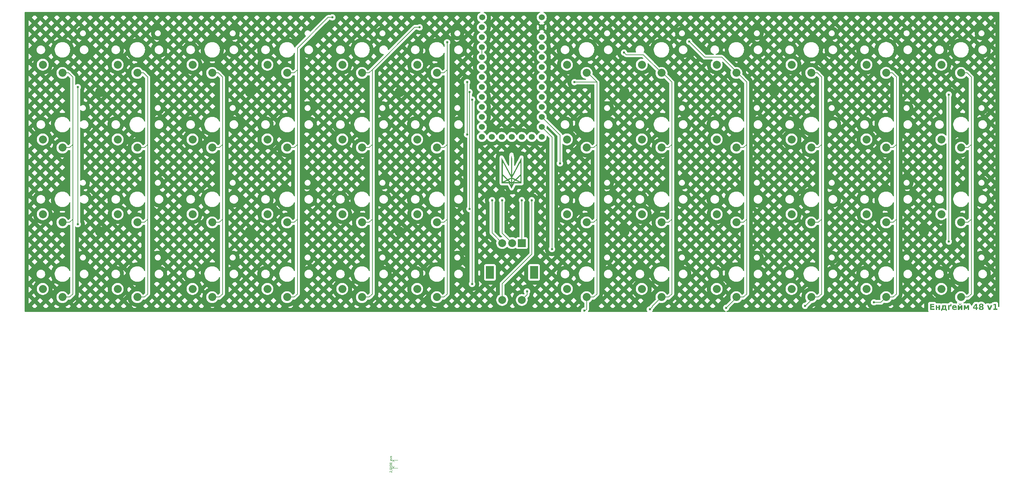
<source format=gbr>
%TF.GenerationSoftware,KiCad,Pcbnew,9.0.2*%
%TF.CreationDate,2025-09-07T11:59:17+03:00*%
%TF.ProjectId,eg48,65673438-2e6b-4696-9361-645f70636258,rev?*%
%TF.SameCoordinates,Original*%
%TF.FileFunction,Copper,L1,Top*%
%TF.FilePolarity,Positive*%
%FSLAX46Y46*%
G04 Gerber Fmt 4.6, Leading zero omitted, Abs format (unit mm)*
G04 Created by KiCad (PCBNEW 9.0.2) date 2025-09-07 11:59:17*
%MOMM*%
%LPD*%
G01*
G04 APERTURE LIST*
%TA.AperFunction,NonConductor*%
%ADD10C,0.000000*%
%TD*%
%ADD11C,0.125000*%
%TA.AperFunction,NonConductor*%
%ADD12C,0.125000*%
%TD*%
%TA.AperFunction,NonConductor*%
%ADD13C,0.050000*%
%TD*%
%TA.AperFunction,ComponentPad*%
%ADD14C,2.032000*%
%TD*%
%TA.AperFunction,ComponentPad*%
%ADD15C,1.524000*%
%TD*%
%TA.AperFunction,ComponentPad*%
%ADD16R,2.000000X2.000000*%
%TD*%
%TA.AperFunction,ComponentPad*%
%ADD17C,2.000000*%
%TD*%
%TA.AperFunction,ComponentPad*%
%ADD18R,2.000000X3.200000*%
%TD*%
%TA.AperFunction,ViaPad*%
%ADD19C,0.600000*%
%TD*%
%TA.AperFunction,Conductor*%
%ADD20C,0.200000*%
%TD*%
G04 APERTURE END LIST*
D10*
%TA.AperFunction,NonConductor*%
G36*
X143560800Y-57089001D02*
G01*
X143560800Y-61214001D01*
X145960800Y-56639001D01*
X145960800Y-63239000D01*
X144085800Y-63239000D01*
X143410800Y-64589000D01*
X142735800Y-63239000D01*
X143035800Y-63239000D01*
X143260800Y-63689000D01*
X143560800Y-63689000D01*
X143785800Y-63239000D01*
X143710800Y-63239000D01*
X143560800Y-63389000D01*
X143560800Y-63689000D01*
X143260800Y-63689000D01*
X143260800Y-63389000D01*
X143110800Y-63239000D01*
X143035800Y-63239000D01*
X142735800Y-63239000D01*
X140860800Y-63239000D01*
X140860800Y-62939001D01*
X141610800Y-62939001D01*
X142810800Y-62939001D01*
X142435800Y-62564001D01*
X141610800Y-62939001D01*
X140860800Y-62939001D01*
X140860800Y-62864001D01*
X141160800Y-62864001D01*
X142060801Y-62414000D01*
X142660800Y-62414000D01*
X143185800Y-62939000D01*
X143260800Y-62939000D01*
X143260800Y-62114001D01*
X143560800Y-62114001D01*
X143560800Y-62939001D01*
X143635800Y-62939001D01*
X144010799Y-62939001D01*
X145210799Y-62939001D01*
X144385800Y-62564001D01*
X144010799Y-62939001D01*
X143635800Y-62939001D01*
X144160800Y-62414001D01*
X144010799Y-62339000D01*
X144610800Y-62339000D01*
X145660800Y-62864001D01*
X145660800Y-61364001D01*
X144610800Y-62339000D01*
X144010799Y-62339000D01*
X143560800Y-62114001D01*
X143260800Y-62114001D01*
X142660800Y-62414000D01*
X142060801Y-62414000D01*
X142210800Y-62339000D01*
X141160800Y-61364001D01*
X141160800Y-62864001D01*
X140860800Y-62864001D01*
X140860800Y-61364001D01*
X140860800Y-60989000D01*
X140860800Y-57839001D01*
X141160800Y-57839001D01*
X141160800Y-60989000D01*
X142435800Y-62189000D01*
X143260800Y-61814000D01*
X143560800Y-61814000D01*
X144385800Y-62189000D01*
X145660800Y-60989000D01*
X145660800Y-57839001D01*
X143560800Y-61814000D01*
X143260800Y-61814000D01*
X141160800Y-57839001D01*
X140860800Y-57839001D01*
X140860800Y-56639001D01*
X143260800Y-61214000D01*
X143260800Y-57089001D01*
X143409040Y-55889001D01*
X143560800Y-57089001D01*
G37*
%TD.AperFunction*%
%TA.AperFunction,NonConductor*%
G36*
X257331043Y-93941765D02*
G01*
X257351677Y-93977488D01*
X257380687Y-94005760D01*
X257437398Y-94033256D01*
X257516425Y-94043404D01*
X257595452Y-94033256D01*
X257652163Y-94005760D01*
X257681173Y-93977488D01*
X257701806Y-93941765D01*
X257714170Y-93896859D01*
X257860715Y-93896859D01*
X257846374Y-93991384D01*
X257814291Y-94065306D01*
X257765369Y-94123180D01*
X257701581Y-94165145D01*
X257620234Y-94191937D01*
X257516425Y-94201674D01*
X257412614Y-94191939D01*
X257331233Y-94165148D01*
X257267389Y-94123180D01*
X257218521Y-94065313D01*
X257186466Y-93991392D01*
X257172134Y-93896859D01*
X257318680Y-93896859D01*
X257331043Y-93941765D01*
G37*
%TD.AperFunction*%
%TA.AperFunction,NonConductor*%
G36*
X266685790Y-95227494D02*
G01*
X267034202Y-95227494D01*
X267034202Y-95503000D01*
X265964418Y-95503000D01*
X265964418Y-95227494D01*
X266312831Y-95227494D01*
X266312831Y-94242706D01*
X265955168Y-94318910D01*
X265955168Y-94049266D01*
X266310724Y-93973062D01*
X266685790Y-93973062D01*
X266685790Y-95227494D01*
G37*
%TD.AperFunction*%
%TA.AperFunction,NonConductor*%
G36*
X265034219Y-95148084D02*
G01*
X265319068Y-94354081D01*
X265686989Y-94354081D01*
X265235079Y-95503000D01*
X264832353Y-95503000D01*
X264381542Y-94354081D01*
X264748364Y-94354081D01*
X265034219Y-95148084D01*
G37*
%TD.AperFunction*%
%TA.AperFunction,NonConductor*%
G36*
X261843461Y-94940264D02*
G01*
X262061723Y-94940264D01*
X262061723Y-95227494D01*
X261843461Y-95227494D01*
X261843461Y-95503000D01*
X261470411Y-95503000D01*
X261470411Y-95227494D01*
X260792088Y-95227494D01*
X260792088Y-94940264D01*
X261038010Y-94940264D01*
X261470411Y-94940264D01*
X261470411Y-94298577D01*
X261038010Y-94940264D01*
X260792088Y-94940264D01*
X260792088Y-94888423D01*
X261404832Y-93973062D01*
X261843461Y-93973062D01*
X261843461Y-94940264D01*
G37*
%TD.AperFunction*%
%TA.AperFunction,NonConductor*%
G36*
X259108552Y-94928724D02*
G01*
X259366839Y-94354081D01*
X259789990Y-94354081D01*
X259789990Y-95503000D01*
X259424267Y-95503000D01*
X259424267Y-94851787D01*
X259230551Y-95280250D01*
X258989759Y-95280250D01*
X258795036Y-94851787D01*
X258795036Y-95503000D01*
X258428214Y-95503000D01*
X258428214Y-94354081D01*
X258850357Y-94354081D01*
X259108552Y-94928724D01*
G37*
%TD.AperFunction*%
%TA.AperFunction,NonConductor*%
G36*
X257323717Y-94965452D02*
G01*
X257693653Y-94354081D01*
X258074855Y-94354081D01*
X258074855Y-95503000D01*
X257708033Y-95503000D01*
X257708033Y-94891629D01*
X257338097Y-95503000D01*
X256956895Y-95503000D01*
X256956895Y-94354081D01*
X257323717Y-94354081D01*
X257323717Y-94965452D01*
G37*
%TD.AperFunction*%
%TA.AperFunction,NonConductor*%
G36*
X255307706Y-94582692D02*
G01*
X254804596Y-94582692D01*
X254804596Y-95503000D01*
X254437774Y-95503000D01*
X254437774Y-94354081D01*
X255081293Y-94354081D01*
X255081293Y-94031681D01*
X255307706Y-94031681D01*
X255307706Y-94582692D01*
G37*
%TD.AperFunction*%
%TA.AperFunction,NonConductor*%
G36*
X251658260Y-94793718D02*
G01*
X252022060Y-94793718D01*
X252022060Y-94354081D01*
X252388882Y-94354081D01*
X252388882Y-95503000D01*
X252022060Y-95503000D01*
X252022060Y-95022330D01*
X251658260Y-95022330D01*
X251658260Y-95503000D01*
X251291438Y-95503000D01*
X251291438Y-94354081D01*
X251658260Y-94354081D01*
X251658260Y-94793718D01*
G37*
%TD.AperFunction*%
%TA.AperFunction,NonConductor*%
G36*
X250939270Y-94272016D02*
G01*
X250269098Y-94272016D01*
X250269098Y-94553383D01*
X250899336Y-94553383D01*
X250899336Y-94852337D01*
X250269098Y-94852337D01*
X250269098Y-95204046D01*
X250961801Y-95204046D01*
X250961801Y-95503000D01*
X249874616Y-95503000D01*
X249874616Y-93973062D01*
X250939270Y-93973062D01*
X250939270Y-94272016D01*
G37*
%TD.AperFunction*%
%TA.AperFunction,NonConductor*%
G36*
X263031663Y-93951338D02*
G01*
X263146411Y-93972138D01*
X263238392Y-94003786D01*
X263311575Y-94044778D01*
X263374531Y-94100842D01*
X263418992Y-94167283D01*
X263446430Y-94246138D01*
X263456105Y-94340709D01*
X263447719Y-94425055D01*
X263423785Y-94496695D01*
X263384848Y-94558238D01*
X263332352Y-94609396D01*
X263263325Y-94652621D01*
X263174371Y-94687473D01*
X263273762Y-94724081D01*
X263350837Y-94770910D01*
X263409486Y-94827424D01*
X263452768Y-94895884D01*
X263479492Y-94976370D01*
X263488895Y-95071972D01*
X263478511Y-95183656D01*
X263449310Y-95275820D01*
X263402661Y-95352383D01*
X263337770Y-95415988D01*
X263260566Y-95463322D01*
X263163169Y-95499710D01*
X263041192Y-95523594D01*
X262889431Y-95532309D01*
X262737207Y-95523600D01*
X262614721Y-95499724D01*
X262516800Y-95463333D01*
X262439078Y-95415988D01*
X262373702Y-95352318D01*
X262326751Y-95275726D01*
X262297385Y-95183585D01*
X262286945Y-95071972D01*
X262288891Y-95052188D01*
X262659996Y-95052188D01*
X262667370Y-95125429D01*
X262687616Y-95182051D01*
X262719438Y-95225845D01*
X262762687Y-95258224D01*
X262818174Y-95278690D01*
X262889523Y-95286112D01*
X262960167Y-95278687D01*
X263014942Y-95258226D01*
X263057501Y-95225845D01*
X263088742Y-95182132D01*
X263108669Y-95125513D01*
X263115936Y-95052188D01*
X263108643Y-94978114D01*
X263088692Y-94921203D01*
X263057501Y-94877524D01*
X263014935Y-94845090D01*
X262960159Y-94824600D01*
X262889523Y-94817166D01*
X262818219Y-94824645D01*
X262762730Y-94845284D01*
X262719438Y-94877982D01*
X262687603Y-94922057D01*
X262667361Y-94978877D01*
X262659996Y-95052188D01*
X262288891Y-95052188D01*
X262296348Y-94976370D01*
X262323073Y-94895884D01*
X262366355Y-94827424D01*
X262425006Y-94770915D01*
X262502108Y-94724085D01*
X262601561Y-94687473D01*
X262512624Y-94652602D01*
X262443766Y-94609375D01*
X262391542Y-94558238D01*
X262352923Y-94496733D01*
X262329163Y-94425091D01*
X262324703Y-94379910D01*
X262693793Y-94379910D01*
X262700026Y-94439159D01*
X262717239Y-94485333D01*
X262744534Y-94521418D01*
X262781297Y-94547970D01*
X262828597Y-94564837D01*
X262889523Y-94570969D01*
X262949069Y-94564869D01*
X262995560Y-94548035D01*
X263031947Y-94521418D01*
X263058923Y-94485376D01*
X263075963Y-94439205D01*
X263082139Y-94379910D01*
X263075952Y-94320688D01*
X263058906Y-94274748D01*
X263031947Y-94239043D01*
X262995596Y-94212691D01*
X262949106Y-94196002D01*
X262889523Y-94189950D01*
X262828597Y-94196082D01*
X262781297Y-94212949D01*
X262744534Y-94239501D01*
X262717190Y-94275563D01*
X262700000Y-94321406D01*
X262693793Y-94379910D01*
X262324703Y-94379910D01*
X262320834Y-94340709D01*
X262330475Y-94246725D01*
X262357854Y-94168115D01*
X262402285Y-94101645D01*
X262465273Y-94045328D01*
X262538510Y-94004154D01*
X262630812Y-93972333D01*
X262746239Y-93951396D01*
X262889523Y-93943753D01*
X263031663Y-93951338D01*
G37*
%TD.AperFunction*%
%TA.AperFunction,NonConductor*%
G36*
X256192684Y-94331899D02*
G01*
X256288518Y-94352332D01*
X256373583Y-94385142D01*
X256449419Y-94430087D01*
X256517166Y-94487621D01*
X256574462Y-94555457D01*
X256619272Y-94631526D01*
X256652019Y-94716990D01*
X256672432Y-94813411D01*
X256679557Y-94922678D01*
X256679557Y-95028191D01*
X255821898Y-95028191D01*
X255839276Y-95110311D01*
X255870579Y-95173452D01*
X255915138Y-95221632D01*
X255971907Y-95255899D01*
X256044893Y-95278024D01*
X256138529Y-95286112D01*
X256254451Y-95277573D01*
X256375750Y-95251216D01*
X256496521Y-95208304D01*
X256625244Y-95145428D01*
X256625244Y-95426796D01*
X256494239Y-95472872D01*
X256364942Y-95505656D01*
X256234551Y-95525677D01*
X256104732Y-95532309D01*
X255977736Y-95525040D01*
X255868095Y-95504465D01*
X255773352Y-95471984D01*
X255691404Y-95428359D01*
X255620581Y-95373673D01*
X255559960Y-95307137D01*
X255512431Y-95230996D01*
X255477528Y-95143860D01*
X255455628Y-95043820D01*
X255447932Y-94928540D01*
X255455431Y-94815501D01*
X255458879Y-94799580D01*
X255826020Y-94799580D01*
X256302477Y-94799580D01*
X256295244Y-94733534D01*
X256274770Y-94679160D01*
X256241477Y-94633892D01*
X256197395Y-94599328D01*
X256145109Y-94578330D01*
X256082200Y-94570969D01*
X256013337Y-94577993D01*
X255956447Y-94597833D01*
X255909001Y-94629862D01*
X255871359Y-94673120D01*
X255843517Y-94728713D01*
X255826020Y-94799580D01*
X255458879Y-94799580D01*
X255476838Y-94716665D01*
X255511063Y-94629891D01*
X255557785Y-94553423D01*
X255617467Y-94485972D01*
X255687500Y-94429882D01*
X255767532Y-94385491D01*
X255859020Y-94352683D01*
X255963841Y-94332033D01*
X256084215Y-94324772D01*
X256192684Y-94331899D01*
G37*
%TD.AperFunction*%
%TA.AperFunction,NonConductor*%
G36*
X253952433Y-95239217D02*
G01*
X254143034Y-95239217D01*
X254143034Y-95790229D01*
X253880717Y-95790229D01*
X253880717Y-95503000D01*
X252946214Y-95503000D01*
X252946214Y-95790229D01*
X252683897Y-95790229D01*
X252683897Y-95239217D01*
X252745354Y-95239217D01*
X253242327Y-95239217D01*
X253585611Y-95239217D01*
X253585611Y-94617863D01*
X253327324Y-94617863D01*
X253327324Y-94649554D01*
X253320908Y-94843533D01*
X253303246Y-95003345D01*
X253276468Y-95133781D01*
X253242327Y-95239217D01*
X252745354Y-95239217D01*
X252798979Y-95214419D01*
X252843926Y-95178941D01*
X252881308Y-95131737D01*
X252911317Y-95070690D01*
X252934893Y-94979898D01*
X252953062Y-94822584D01*
X252960502Y-94571244D01*
X252960502Y-94354081D01*
X253952433Y-94354081D01*
X253952433Y-95239217D01*
G37*
%TD.AperFunction*%
D11*
D12*
X112447428Y-136871426D02*
X112423619Y-136847617D01*
X112423619Y-136847617D02*
X112399809Y-136799998D01*
X112399809Y-136799998D02*
X112399809Y-136680950D01*
X112399809Y-136680950D02*
X112423619Y-136633331D01*
X112423619Y-136633331D02*
X112447428Y-136609522D01*
X112447428Y-136609522D02*
X112495047Y-136585712D01*
X112495047Y-136585712D02*
X112542666Y-136585712D01*
X112542666Y-136585712D02*
X112614095Y-136609522D01*
X112614095Y-136609522D02*
X112899809Y-136895236D01*
X112899809Y-136895236D02*
X112899809Y-136585712D01*
X112876000Y-136347617D02*
X112899809Y-136347617D01*
X112899809Y-136347617D02*
X112947428Y-136371427D01*
X112947428Y-136371427D02*
X112971238Y-136395236D01*
X112399809Y-136038094D02*
X112399809Y-135990475D01*
X112399809Y-135990475D02*
X112423619Y-135942856D01*
X112423619Y-135942856D02*
X112447428Y-135919046D01*
X112447428Y-135919046D02*
X112495047Y-135895237D01*
X112495047Y-135895237D02*
X112590285Y-135871427D01*
X112590285Y-135871427D02*
X112709333Y-135871427D01*
X112709333Y-135871427D02*
X112804571Y-135895237D01*
X112804571Y-135895237D02*
X112852190Y-135919046D01*
X112852190Y-135919046D02*
X112876000Y-135942856D01*
X112876000Y-135942856D02*
X112899809Y-135990475D01*
X112899809Y-135990475D02*
X112899809Y-136038094D01*
X112899809Y-136038094D02*
X112876000Y-136085713D01*
X112876000Y-136085713D02*
X112852190Y-136109522D01*
X112852190Y-136109522D02*
X112804571Y-136133332D01*
X112804571Y-136133332D02*
X112709333Y-136157141D01*
X112709333Y-136157141D02*
X112590285Y-136157141D01*
X112590285Y-136157141D02*
X112495047Y-136133332D01*
X112495047Y-136133332D02*
X112447428Y-136109522D01*
X112447428Y-136109522D02*
X112423619Y-136085713D01*
X112423619Y-136085713D02*
X112399809Y-136038094D01*
X112399809Y-135561904D02*
X112399809Y-135514285D01*
X112399809Y-135514285D02*
X112423619Y-135466666D01*
X112423619Y-135466666D02*
X112447428Y-135442856D01*
X112447428Y-135442856D02*
X112495047Y-135419047D01*
X112495047Y-135419047D02*
X112590285Y-135395237D01*
X112590285Y-135395237D02*
X112709333Y-135395237D01*
X112709333Y-135395237D02*
X112804571Y-135419047D01*
X112804571Y-135419047D02*
X112852190Y-135442856D01*
X112852190Y-135442856D02*
X112876000Y-135466666D01*
X112876000Y-135466666D02*
X112899809Y-135514285D01*
X112899809Y-135514285D02*
X112899809Y-135561904D01*
X112899809Y-135561904D02*
X112876000Y-135609523D01*
X112876000Y-135609523D02*
X112852190Y-135633332D01*
X112852190Y-135633332D02*
X112804571Y-135657142D01*
X112804571Y-135657142D02*
X112709333Y-135680951D01*
X112709333Y-135680951D02*
X112590285Y-135680951D01*
X112590285Y-135680951D02*
X112495047Y-135657142D01*
X112495047Y-135657142D02*
X112447428Y-135633332D01*
X112447428Y-135633332D02*
X112423619Y-135609523D01*
X112423619Y-135609523D02*
X112399809Y-135561904D01*
X112399809Y-135085714D02*
X112399809Y-135038095D01*
X112399809Y-135038095D02*
X112423619Y-134990476D01*
X112423619Y-134990476D02*
X112447428Y-134966666D01*
X112447428Y-134966666D02*
X112495047Y-134942857D01*
X112495047Y-134942857D02*
X112590285Y-134919047D01*
X112590285Y-134919047D02*
X112709333Y-134919047D01*
X112709333Y-134919047D02*
X112804571Y-134942857D01*
X112804571Y-134942857D02*
X112852190Y-134966666D01*
X112852190Y-134966666D02*
X112876000Y-134990476D01*
X112876000Y-134990476D02*
X112899809Y-135038095D01*
X112899809Y-135038095D02*
X112899809Y-135085714D01*
X112899809Y-135085714D02*
X112876000Y-135133333D01*
X112876000Y-135133333D02*
X112852190Y-135157142D01*
X112852190Y-135157142D02*
X112804571Y-135180952D01*
X112804571Y-135180952D02*
X112709333Y-135204761D01*
X112709333Y-135204761D02*
X112590285Y-135204761D01*
X112590285Y-135204761D02*
X112495047Y-135180952D01*
X112495047Y-135180952D02*
X112447428Y-135157142D01*
X112447428Y-135157142D02*
X112423619Y-135133333D01*
X112423619Y-135133333D02*
X112399809Y-135085714D01*
X112399809Y-134609524D02*
X112399809Y-134561905D01*
X112399809Y-134561905D02*
X112423619Y-134514286D01*
X112423619Y-134514286D02*
X112447428Y-134490476D01*
X112447428Y-134490476D02*
X112495047Y-134466667D01*
X112495047Y-134466667D02*
X112590285Y-134442857D01*
X112590285Y-134442857D02*
X112709333Y-134442857D01*
X112709333Y-134442857D02*
X112804571Y-134466667D01*
X112804571Y-134466667D02*
X112852190Y-134490476D01*
X112852190Y-134490476D02*
X112876000Y-134514286D01*
X112876000Y-134514286D02*
X112899809Y-134561905D01*
X112899809Y-134561905D02*
X112899809Y-134609524D01*
X112899809Y-134609524D02*
X112876000Y-134657143D01*
X112876000Y-134657143D02*
X112852190Y-134680952D01*
X112852190Y-134680952D02*
X112804571Y-134704762D01*
X112804571Y-134704762D02*
X112709333Y-134728571D01*
X112709333Y-134728571D02*
X112590285Y-134728571D01*
X112590285Y-134728571D02*
X112495047Y-134704762D01*
X112495047Y-134704762D02*
X112447428Y-134680952D01*
X112447428Y-134680952D02*
X112423619Y-134657143D01*
X112423619Y-134657143D02*
X112399809Y-134609524D01*
X112899809Y-133847620D02*
X112566476Y-133847620D01*
X112614095Y-133847620D02*
X112590285Y-133823810D01*
X112590285Y-133823810D02*
X112566476Y-133776191D01*
X112566476Y-133776191D02*
X112566476Y-133704763D01*
X112566476Y-133704763D02*
X112590285Y-133657144D01*
X112590285Y-133657144D02*
X112637904Y-133633334D01*
X112637904Y-133633334D02*
X112899809Y-133633334D01*
X112637904Y-133633334D02*
X112590285Y-133609525D01*
X112590285Y-133609525D02*
X112566476Y-133561906D01*
X112566476Y-133561906D02*
X112566476Y-133490477D01*
X112566476Y-133490477D02*
X112590285Y-133442858D01*
X112590285Y-133442858D02*
X112637904Y-133419048D01*
X112637904Y-133419048D02*
X112899809Y-133419048D01*
X112899809Y-133180953D02*
X112566476Y-133180953D01*
X112614095Y-133180953D02*
X112590285Y-133157143D01*
X112590285Y-133157143D02*
X112566476Y-133109524D01*
X112566476Y-133109524D02*
X112566476Y-133038096D01*
X112566476Y-133038096D02*
X112590285Y-132990477D01*
X112590285Y-132990477D02*
X112637904Y-132966667D01*
X112637904Y-132966667D02*
X112899809Y-132966667D01*
X112637904Y-132966667D02*
X112590285Y-132942858D01*
X112590285Y-132942858D02*
X112566476Y-132895239D01*
X112566476Y-132895239D02*
X112566476Y-132823810D01*
X112566476Y-132823810D02*
X112590285Y-132776191D01*
X112590285Y-132776191D02*
X112637904Y-132752381D01*
X112637904Y-132752381D02*
X112899809Y-132752381D01*
D13*
X114400000Y-133800000D02*
X112713580Y-133800000D01*
X112713580Y-135800000D02*
X114400000Y-135800000D01*
X113300000Y-133800000D02*
X113530874Y-134243505D01*
X113300000Y-133800000D02*
X113069126Y-134243505D01*
X113300000Y-135800000D02*
X113069126Y-135356495D01*
X113300000Y-135800000D02*
X113530874Y-135356495D01*
D14*
%TO.P,SW34,1,A*%
%TO.N,/COL4*%
X219630000Y-73220000D03*
%TO.P,SW34,2,B*%
%TO.N,Net-(D34-A)*%
X214630000Y-71120000D03*
%TD*%
%TO.P,SW2,1,A*%
%TO.N,/COL2*%
X48180000Y-35120000D03*
%TO.P,SW2,2,B*%
%TO.N,Net-(D2-A)*%
X43180000Y-33020000D03*
%TD*%
D15*
%TO.P,U1,0,GP0*%
%TO.N,/COL5*%
X135840000Y-23495000D03*
%TO.P,U1,1,GP1*%
%TO.N,/COL6*%
X135840000Y-26035000D03*
%TO.P,U1,2,GP2*%
%TO.N,/ROW1*%
X135840000Y-33655000D03*
%TO.P,U1,3,GP3*%
%TO.N,/ROW3*%
X135840000Y-36195000D03*
%TO.P,U1,3V3,3V3*%
%TO.N,unconnected-(U1-Pad3V3)*%
X151080000Y-31115000D03*
%TO.P,U1,4,GP4*%
%TO.N,/ROW5*%
X135840000Y-38735000D03*
%TO.P,U1,5,GP5*%
%TO.N,/ROW7*%
X135840000Y-41275000D03*
%TO.P,U1,5V,5V*%
%TO.N,+5V*%
X151080000Y-23495000D03*
%TO.P,U1,6,GP6*%
%TO.N,/LED*%
X135840000Y-43815000D03*
%TO.P,U1,7,GP7*%
%TO.N,unconnected-(U1-GP7-Pad7)*%
X135840000Y-46355000D03*
%TO.P,U1,8,GP8*%
%TO.N,unconnected-(U1-GP8-Pad8)*%
X135840000Y-48895000D03*
%TO.P,U1,9,GP9*%
%TO.N,unconnected-(U1-GP9-Pad9)*%
X135840000Y-51435000D03*
%TO.P,U1,10,GP10*%
%TO.N,/COL4*%
X135890000Y-20955000D03*
%TO.P,U1,11,GP11*%
%TO.N,unconnected-(U1-GP11-Pad11)*%
X151080000Y-20955000D03*
%TO.P,U1,12,GP12*%
%TO.N,unconnected-(U1-GP12-Pad12)*%
X138380000Y-51435000D03*
%TO.P,U1,13,GP13*%
%TO.N,Net-(U1-GP13)*%
X140920000Y-51435000D03*
%TO.P,U1,14,GP14*%
%TO.N,Net-(U1-GP14)*%
X143460000Y-51435000D03*
%TO.P,U1,15,GP15*%
%TO.N,Net-(U1-GP15)*%
X146000000Y-51435000D03*
%TO.P,U1,16,GP16*%
%TO.N,/ROW9*%
X148540000Y-51435000D03*
%TO.P,U1,20,GP20*%
%TO.N,/ROW6*%
X151080000Y-46355000D03*
%TO.P,U1,21,GP21*%
%TO.N,unconnected-(U1-GP21-Pad21)*%
X151080000Y-51435000D03*
%TO.P,U1,22,GP22*%
%TO.N,/ROW4*%
X151080000Y-43815000D03*
%TO.P,U1,23,GP23*%
%TO.N,/ROW8*%
X151080000Y-48895000D03*
%TO.P,U1,26,GP26*%
%TO.N,/ROW2*%
X151080000Y-41275000D03*
%TO.P,U1,27,GP27*%
%TO.N,/COL1*%
X151080000Y-38735000D03*
%TO.P,U1,28,GP28*%
%TO.N,/COL2*%
X151080000Y-36195000D03*
%TO.P,U1,29,GP29*%
%TO.N,/COL3*%
X151080000Y-33655000D03*
%TO.P,U1,GND,GND*%
%TO.N,GND*%
X135840000Y-28575000D03*
X135840000Y-31115000D03*
X151080000Y-26035000D03*
%TO.P,U1,RST,RST*%
%TO.N,unconnected-(U1-PadRST)*%
X151080000Y-28575000D03*
%TD*%
D14*
%TO.P,SW13,1,A*%
%TO.N,/COL1*%
X29130000Y-54170000D03*
%TO.P,SW13,2,B*%
%TO.N,Net-(D13-A)*%
X24130000Y-52070000D03*
%TD*%
%TO.P,SW38,1,A*%
%TO.N,/COL2*%
X48180000Y-92270000D03*
%TO.P,SW38,2,B*%
%TO.N,Net-(D38-A)*%
X43180000Y-90170000D03*
%TD*%
%TO.P,SW40,1,A*%
%TO.N,/COL4*%
X86280000Y-92270000D03*
%TO.P,SW40,2,B*%
%TO.N,Net-(D40-A)*%
X81280000Y-90170000D03*
%TD*%
%TO.P,SW37,1,A*%
%TO.N,/COL1*%
X29130000Y-92270000D03*
%TO.P,SW37,2,B*%
%TO.N,Net-(D37-A)*%
X24130000Y-90170000D03*
%TD*%
%TO.P,SW11,1,A*%
%TO.N,/COL5*%
X238680000Y-35110000D03*
%TO.P,SW11,2,B*%
%TO.N,Net-(D11-A)*%
X233680000Y-33010000D03*
%TD*%
%TO.P,SW22,1,A*%
%TO.N,/COL4*%
X219630000Y-54170000D03*
%TO.P,SW22,2,B*%
%TO.N,Net-(D22-A)*%
X214630000Y-52070000D03*
%TD*%
%TO.P,SW42,1,A*%
%TO.N,/COL6*%
X124380000Y-92270000D03*
%TO.P,SW42,2,B*%
%TO.N,Net-(D42-A)*%
X119380000Y-90170000D03*
%TD*%
%TO.P,SW16,1,A*%
%TO.N,/COL4*%
X86280000Y-54170000D03*
%TO.P,SW16,2,B*%
%TO.N,Net-(D16-A)*%
X81280000Y-52070000D03*
%TD*%
%TO.P,SW24,1,A*%
%TO.N,/COL6*%
X257730000Y-54170000D03*
%TO.P,SW24,2,B*%
%TO.N,Net-(D24-A)*%
X252730000Y-52070000D03*
%TD*%
%TO.P,SW20,1,A*%
%TO.N,/COL2*%
X181530000Y-54170000D03*
%TO.P,SW20,2,B*%
%TO.N,Net-(D20-A)*%
X176530000Y-52070000D03*
%TD*%
%TO.P,SW35,1,A*%
%TO.N,/COL5*%
X238680000Y-73220000D03*
%TO.P,SW35,2,B*%
%TO.N,Net-(D35-A)*%
X233680000Y-71120000D03*
%TD*%
%TO.P,SW7,1,A*%
%TO.N,/COL1*%
X162480000Y-35120000D03*
%TO.P,SW7,2,B*%
%TO.N,Net-(D7-A)*%
X157480000Y-33020000D03*
%TD*%
%TO.P,SW14,1,A*%
%TO.N,/COL2*%
X48180000Y-54170000D03*
%TO.P,SW14,2,B*%
%TO.N,Net-(D14-A)*%
X43180000Y-52070000D03*
%TD*%
%TO.P,SW3,1,A*%
%TO.N,/COL3*%
X67230000Y-35120000D03*
%TO.P,SW3,2,B*%
%TO.N,Net-(D3-A)*%
X62230000Y-33020000D03*
%TD*%
%TO.P,SW44,1,A*%
%TO.N,/COL2*%
X181530000Y-92270000D03*
%TO.P,SW44,2,B*%
%TO.N,Net-(D44-A)*%
X176530000Y-90170000D03*
%TD*%
%TO.P,SW4,1,A*%
%TO.N,/COL4*%
X86280000Y-35120000D03*
%TO.P,SW4,2,B*%
%TO.N,Net-(D4-A)*%
X81280000Y-33020000D03*
%TD*%
%TO.P,SW9,1,A*%
%TO.N,/COL3*%
X200580000Y-35120000D03*
%TO.P,SW9,2,B*%
%TO.N,Net-(D9-A)*%
X195580000Y-33020000D03*
%TD*%
%TO.P,SW10,1,A*%
%TO.N,/COL4*%
X219630000Y-35120000D03*
%TO.P,SW10,2,B*%
%TO.N,Net-(D10-A)*%
X214630000Y-33020000D03*
%TD*%
%TO.P,SW31,1,A*%
%TO.N,/COL1*%
X162480000Y-73220000D03*
%TO.P,SW31,2,B*%
%TO.N,Net-(D31-A)*%
X157480000Y-71120000D03*
%TD*%
%TO.P,SW12,1,A*%
%TO.N,/COL6*%
X257730000Y-35120000D03*
%TO.P,SW12,2,B*%
%TO.N,Net-(D12-A)*%
X252730000Y-33020000D03*
%TD*%
%TO.P,SW21,1,A*%
%TO.N,/COL3*%
X200580000Y-54170000D03*
%TO.P,SW21,2,B*%
%TO.N,Net-(D21-A)*%
X195580000Y-52070000D03*
%TD*%
%TO.P,SW25,1,A*%
%TO.N,/COL1*%
X29130000Y-73220000D03*
%TO.P,SW25,2,B*%
%TO.N,Net-(D25-A)*%
X24130000Y-71120000D03*
%TD*%
%TO.P,SW48,1,A*%
%TO.N,/COL6*%
X257730000Y-92270000D03*
%TO.P,SW48,2,B*%
%TO.N,Net-(D48-A)*%
X252730000Y-90170000D03*
%TD*%
%TO.P,SW43,1,A*%
%TO.N,/COL1*%
X162480000Y-92270000D03*
%TO.P,SW43,2,B*%
%TO.N,Net-(D43-A)*%
X157480000Y-90170000D03*
%TD*%
%TO.P,SW6,1,A*%
%TO.N,/COL6*%
X124380000Y-35120000D03*
%TO.P,SW6,2,B*%
%TO.N,Net-(D6-A)*%
X119380000Y-33020000D03*
%TD*%
%TO.P,SW47,1,A*%
%TO.N,/COL5*%
X238680000Y-92270000D03*
%TO.P,SW47,2,B*%
%TO.N,Net-(D47-A)*%
X233680000Y-90170000D03*
%TD*%
%TO.P,SW23,1,A*%
%TO.N,/COL5*%
X238680000Y-54170000D03*
%TO.P,SW23,2,B*%
%TO.N,Net-(D23-A)*%
X233680000Y-52070000D03*
%TD*%
%TO.P,SW8,1,A*%
%TO.N,/COL2*%
X181530000Y-35120000D03*
%TO.P,SW8,2,B*%
%TO.N,Net-(D8-A)*%
X176530000Y-33020000D03*
%TD*%
%TO.P,SW41,1,A*%
%TO.N,/COL5*%
X105330000Y-92270000D03*
%TO.P,SW41,2,B*%
%TO.N,Net-(D41-A)*%
X100330000Y-90170000D03*
%TD*%
%TO.P,SW1,1,A*%
%TO.N,/COL1*%
X29130000Y-35120000D03*
%TO.P,SW1,2,B*%
%TO.N,Net-(D1-A)*%
X24130000Y-33020000D03*
%TD*%
%TO.P,SW17,1,A*%
%TO.N,/COL5*%
X105330000Y-54170000D03*
%TO.P,SW17,2,B*%
%TO.N,Net-(D17-A)*%
X100330000Y-52070000D03*
%TD*%
%TO.P,SW18,1,A*%
%TO.N,/COL6*%
X124380000Y-54170000D03*
%TO.P,SW18,2,B*%
%TO.N,Net-(D18-A)*%
X119380000Y-52070000D03*
%TD*%
%TO.P,SW46,1,A*%
%TO.N,/COL4*%
X219630000Y-92270000D03*
%TO.P,SW46,2,B*%
%TO.N,Net-(D46-A)*%
X214630000Y-90170000D03*
%TD*%
%TO.P,SW5,1,A*%
%TO.N,/COL5*%
X105330000Y-35120000D03*
%TO.P,SW5,2,B*%
%TO.N,Net-(D5-A)*%
X100330000Y-33020000D03*
%TD*%
%TO.P,SW15,1,A*%
%TO.N,/COL3*%
X67230000Y-54170000D03*
%TO.P,SW15,2,B*%
%TO.N,Net-(D15-A)*%
X62230000Y-52070000D03*
%TD*%
%TO.P,SW39,1,A*%
%TO.N,/COL3*%
X67230000Y-92270000D03*
%TO.P,SW39,2,B*%
%TO.N,Net-(D39-A)*%
X62230000Y-90170000D03*
%TD*%
%TO.P,SW45,1,A*%
%TO.N,/COL3*%
X200580000Y-92270000D03*
%TO.P,SW45,2,B*%
%TO.N,Net-(D45-A)*%
X195580000Y-90170000D03*
%TD*%
D16*
%TO.P,SW49,A,A*%
%TO.N,Net-(U1-GP15)*%
X146010000Y-78475000D03*
D17*
%TO.P,SW49,B,B*%
%TO.N,Net-(U1-GP13)*%
X141010000Y-78475000D03*
%TO.P,SW49,C,C*%
%TO.N,Net-(U1-GP14)*%
X143510000Y-78475000D03*
D18*
%TO.P,SW49,MP,MP*%
%TO.N,GND*%
X149110000Y-85975000D03*
X137910000Y-85975000D03*
D17*
%TO.P,SW49,S1,S1*%
%TO.N,/ROW9*%
X141010000Y-92975000D03*
%TO.P,SW49,S2,S2*%
%TO.N,/COL6*%
X146010000Y-92975000D03*
%TD*%
D14*
%TO.P,SW26,1,A*%
%TO.N,/COL2*%
X48180000Y-73220000D03*
%TO.P,SW26,2,B*%
%TO.N,Net-(D26-A)*%
X43180000Y-71120000D03*
%TD*%
%TO.P,SW30,1,A*%
%TO.N,/COL6*%
X124380000Y-73220000D03*
%TO.P,SW30,2,B*%
%TO.N,Net-(D30-A)*%
X119380000Y-71120000D03*
%TD*%
%TO.P,SW19,1,A*%
%TO.N,/COL1*%
X162480000Y-54170000D03*
%TO.P,SW19,2,B*%
%TO.N,Net-(D19-A)*%
X157480000Y-52070000D03*
%TD*%
%TO.P,SW32,1,A*%
%TO.N,/COL2*%
X181530000Y-73220000D03*
%TO.P,SW32,2,B*%
%TO.N,Net-(D32-A)*%
X176530000Y-71120000D03*
%TD*%
%TO.P,SW36,1,A*%
%TO.N,/COL6*%
X257730000Y-73220000D03*
%TO.P,SW36,2,B*%
%TO.N,Net-(D36-A)*%
X252730000Y-71120000D03*
%TD*%
%TO.P,SW27,1,A*%
%TO.N,/COL3*%
X67230000Y-73220000D03*
%TO.P,SW27,2,B*%
%TO.N,Net-(D27-A)*%
X62230000Y-71120000D03*
%TD*%
%TO.P,SW28,1,A*%
%TO.N,/COL4*%
X86280000Y-73220000D03*
%TO.P,SW28,2,B*%
%TO.N,Net-(D28-A)*%
X81280000Y-71120000D03*
%TD*%
%TO.P,SW33,1,A*%
%TO.N,/COL3*%
X200580000Y-73220000D03*
%TO.P,SW33,2,B*%
%TO.N,Net-(D33-A)*%
X195580000Y-71120000D03*
%TD*%
%TO.P,SW29,1,A*%
%TO.N,/COL5*%
X105330000Y-73220000D03*
%TO.P,SW29,2,B*%
%TO.N,Net-(D29-A)*%
X100330000Y-71120000D03*
%TD*%
D19*
%TO.N,Net-(U1-GP13)*%
X138430000Y-67564000D03*
%TO.N,/ROW3*%
X132080000Y-50800000D03*
X132080000Y-37465000D03*
%TO.N,/ROW5*%
X132715000Y-40005000D03*
X132699717Y-69827504D03*
%TO.N,/ROW7*%
X133350000Y-41910000D03*
X133350000Y-88900000D03*
%TO.N,/ROW6*%
X155702000Y-58166000D03*
%TO.N,/ROW8*%
X153670000Y-80010000D03*
%TO.N,+5V*%
X76835000Y-75565000D03*
X114935000Y-40005000D03*
X210189793Y-39890864D03*
X210185000Y-75565000D03*
X38735000Y-40005000D03*
X248285000Y-75565000D03*
X172085000Y-75565000D03*
X172085000Y-40005000D03*
X114935000Y-75565000D03*
X76835000Y-40005000D03*
X248285000Y-40005000D03*
X38735000Y-75565000D03*
%TO.N,Net-(LED3-DOUT)*%
X33020000Y-38735000D03*
X33020000Y-73660000D03*
%TO.N,Net-(LED10-DIN)*%
X254635000Y-78105000D03*
X254635000Y-40640000D03*
%TO.N,/COL1*%
X159385000Y-37465000D03*
X161900000Y-95720000D03*
%TO.N,/COL2*%
X178562000Y-95377000D03*
X172000250Y-29929750D03*
%TO.N,/COL3*%
X197993000Y-94996000D03*
X188595000Y-27155500D03*
%TO.N,/COL4*%
X97790000Y-20955000D03*
X218059000Y-94488000D03*
%TO.N,/COL5*%
X120015000Y-23495000D03*
X235585000Y-93586000D03*
%TO.N,/COL6*%
X147320000Y-90805000D03*
X127000000Y-27305000D03*
%TO.N,/ROW9*%
X148540000Y-67564000D03*
%TO.N,Net-(U1-GP14)*%
X140970000Y-67564000D03*
%TO.N,Net-(U1-GP15)*%
X146010000Y-67564000D03*
%TD*%
D20*
%TO.N,Net-(U1-GP13)*%
X138430000Y-67564000D02*
X138430000Y-75895000D01*
X138430000Y-75895000D02*
X141010000Y-78475000D01*
%TO.N,Net-(U1-GP14)*%
X143510000Y-78475000D02*
X140970000Y-75935000D01*
X140970000Y-75935000D02*
X140970000Y-67564000D01*
%TO.N,/ROW3*%
X132080000Y-50800000D02*
X132080000Y-37465000D01*
%TO.N,/ROW5*%
X132715000Y-40005000D02*
X132699717Y-39995283D01*
X132699717Y-69827504D02*
X132715000Y-40005000D01*
%TO.N,/ROW7*%
X133350000Y-88900000D02*
X133350000Y-41910000D01*
%TO.N,/ROW6*%
X155702000Y-58166000D02*
X155702000Y-50977000D01*
X155702000Y-50977000D02*
X151080000Y-46355000D01*
%TO.N,/ROW8*%
X153670000Y-80010000D02*
X153670000Y-51485000D01*
X153670000Y-51485000D02*
X151080000Y-48895000D01*
%TO.N,GND*%
X135840000Y-28575000D02*
X135840000Y-31115000D01*
%TO.N,Net-(LED3-DOUT)*%
X33020000Y-38735000D02*
X33020000Y-73660000D01*
%TO.N,Net-(LED10-DIN)*%
X254635000Y-78105000D02*
X254635000Y-40640000D01*
%TO.N,/COL1*%
X164270000Y-54170000D02*
X165100000Y-53340000D01*
X30920000Y-92270000D02*
X31750000Y-91440000D01*
X162755000Y-35120000D02*
X162480000Y-35120000D01*
X159385000Y-37465000D02*
X165100000Y-37465000D01*
X164270000Y-73220000D02*
X165100000Y-72390000D01*
X29130000Y-73220000D02*
X30920000Y-73220000D01*
X31750000Y-72390000D02*
X31750000Y-53340000D01*
X161900000Y-95720000D02*
X162128000Y-95720000D01*
X162128000Y-95720000D02*
X162480000Y-95368000D01*
X162480000Y-95368000D02*
X162480000Y-92270000D01*
X162480000Y-92270000D02*
X164270000Y-92270000D01*
X31750000Y-53340000D02*
X31750000Y-36195000D01*
X29130000Y-54170000D02*
X30920000Y-54170000D01*
X162480000Y-54170000D02*
X164270000Y-54170000D01*
X31750000Y-36195000D02*
X30675000Y-35120000D01*
X165100000Y-37465000D02*
X162755000Y-35120000D01*
X30920000Y-54170000D02*
X31750000Y-53340000D01*
X30675000Y-35120000D02*
X29130000Y-35120000D01*
X31750000Y-91440000D02*
X31750000Y-72390000D01*
X164270000Y-92270000D02*
X165100000Y-91440000D01*
X165100000Y-53340000D02*
X165100000Y-37465000D01*
X165100000Y-72390000D02*
X165100000Y-53340000D01*
X165100000Y-91440000D02*
X165100000Y-72390000D01*
X30920000Y-73220000D02*
X31750000Y-72390000D01*
X29130000Y-92270000D02*
X30920000Y-92270000D01*
X162480000Y-73220000D02*
X164270000Y-73220000D01*
%TO.N,/COL2*%
X50800000Y-72390000D02*
X49970000Y-73220000D01*
X184150000Y-37465000D02*
X184150000Y-53340000D01*
X50800000Y-53340000D02*
X50800000Y-72390000D01*
X49970000Y-54170000D02*
X48180000Y-54170000D01*
X176890000Y-30480000D02*
X181530000Y-35120000D01*
X178562000Y-95377000D02*
X179197000Y-94742000D01*
X184150000Y-72390000D02*
X183320000Y-73220000D01*
X181805000Y-35120000D02*
X184150000Y-37465000D01*
X184150000Y-91440000D02*
X183320000Y-92270000D01*
X183320000Y-73220000D02*
X181530000Y-73220000D01*
X184150000Y-53340000D02*
X183320000Y-54170000D01*
X179197000Y-94603000D02*
X181530000Y-92270000D01*
X50800000Y-91440000D02*
X49970000Y-92270000D01*
X50800000Y-36195000D02*
X50800000Y-53340000D01*
X183320000Y-92270000D02*
X181530000Y-92270000D01*
X49725000Y-35120000D02*
X50800000Y-36195000D01*
X184150000Y-72390000D02*
X184150000Y-91440000D01*
X183320000Y-54170000D02*
X181530000Y-54170000D01*
X50800000Y-53340000D02*
X49970000Y-54170000D01*
X49970000Y-92270000D02*
X48180000Y-92270000D01*
X179197000Y-94742000D02*
X179197000Y-94603000D01*
X49970000Y-73220000D02*
X48180000Y-73220000D01*
X50800000Y-72390000D02*
X50800000Y-91440000D01*
X181530000Y-35120000D02*
X181805000Y-35120000D01*
X172000250Y-29929750D02*
X172550500Y-30480000D01*
X184150000Y-53340000D02*
X184150000Y-72390000D01*
X172550500Y-30480000D02*
X176890000Y-30480000D01*
X48180000Y-35120000D02*
X49725000Y-35120000D01*
%TO.N,/COL3*%
X200580000Y-35120000D02*
X200855000Y-35120000D01*
X68775000Y-35120000D02*
X69850000Y-36195000D01*
X203200000Y-72390000D02*
X203200000Y-91440000D01*
X202370000Y-73220000D02*
X200580000Y-73220000D01*
X202370000Y-92270000D02*
X200580000Y-92270000D01*
X197993000Y-94989000D02*
X200580000Y-92402000D01*
X188595000Y-27155500D02*
X192554500Y-31115000D01*
X200580000Y-92402000D02*
X200580000Y-92270000D01*
X69850000Y-72390000D02*
X69020000Y-73220000D01*
X69850000Y-72390000D02*
X69850000Y-91440000D01*
X192554500Y-31115000D02*
X196850000Y-31115000D01*
X202370000Y-54170000D02*
X200580000Y-54170000D01*
X69020000Y-73220000D02*
X67230000Y-73220000D01*
X69850000Y-53340000D02*
X69020000Y-54170000D01*
X69850000Y-36195000D02*
X69850000Y-53340000D01*
X67230000Y-35120000D02*
X68775000Y-35120000D01*
X203200000Y-91440000D02*
X202370000Y-92270000D01*
X69020000Y-92270000D02*
X67230000Y-92270000D01*
X151080000Y-33421671D02*
X151080000Y-33655000D01*
X203200000Y-53340000D02*
X203200000Y-72390000D01*
X69850000Y-91440000D02*
X69020000Y-92270000D01*
X197993000Y-94996000D02*
X197993000Y-94989000D01*
X203200000Y-72390000D02*
X202370000Y-73220000D01*
X69020000Y-54170000D02*
X67230000Y-54170000D01*
X200855000Y-35120000D02*
X203200000Y-37465000D01*
X69850000Y-53340000D02*
X69850000Y-72390000D01*
X196850000Y-31115000D02*
X203200000Y-37465000D01*
X203200000Y-37465000D02*
X203200000Y-53340000D01*
X203200000Y-53340000D02*
X202370000Y-54170000D01*
%TO.N,/COL4*%
X88900000Y-53340000D02*
X88070000Y-54170000D01*
X219630000Y-92270000D02*
X221420000Y-92270000D01*
X218138000Y-94488000D02*
X219630000Y-92996000D01*
X222250000Y-91440000D02*
X222250000Y-72390000D01*
X222250000Y-72390000D02*
X222250000Y-53340000D01*
X219630000Y-92996000D02*
X219630000Y-92270000D01*
X218059000Y-94488000D02*
X218138000Y-94488000D01*
X88070000Y-54170000D02*
X86280000Y-54170000D01*
X222250000Y-53340000D02*
X221420000Y-54170000D01*
X88900000Y-34290000D02*
X88900000Y-28815435D01*
X221420000Y-73220000D02*
X219630000Y-73220000D01*
X88070000Y-92270000D02*
X88900000Y-91440000D01*
X88900000Y-72390000D02*
X88070000Y-73220000D01*
X88900000Y-53340000D02*
X88900000Y-34290000D01*
X86280000Y-92270000D02*
X88070000Y-92270000D01*
X222250000Y-72390000D02*
X221420000Y-73220000D01*
X88900000Y-72390000D02*
X88900000Y-53340000D01*
X221175000Y-35120000D02*
X219630000Y-35120000D01*
X88070000Y-35120000D02*
X86280000Y-35120000D01*
X88070000Y-73220000D02*
X86280000Y-73220000D01*
X221420000Y-92270000D02*
X222250000Y-91440000D01*
X221420000Y-54170000D02*
X219630000Y-54170000D01*
X222250000Y-53340000D02*
X222250000Y-36195000D01*
X88900000Y-34290000D02*
X88070000Y-35120000D01*
X222250000Y-36195000D02*
X221175000Y-35120000D01*
X88900000Y-28815435D02*
X96760435Y-20955000D01*
X88900000Y-91440000D02*
X88900000Y-72390000D01*
X96760435Y-20955000D02*
X97790000Y-20955000D01*
%TO.N,/COL5*%
X240470000Y-73220000D02*
X238680000Y-73220000D01*
X238680000Y-35120000D02*
X240225000Y-35120000D01*
X107120000Y-35120000D02*
X107950000Y-34290000D01*
X241300000Y-72390000D02*
X240470000Y-73220000D01*
X107950000Y-72390000D02*
X107120000Y-73220000D01*
X118745000Y-23495000D02*
X120015000Y-23495000D01*
X107120000Y-92270000D02*
X105330000Y-92270000D01*
X240470000Y-92270000D02*
X238680000Y-92270000D01*
X240470000Y-54170000D02*
X238680000Y-54170000D01*
X107950000Y-72390000D02*
X107950000Y-91440000D01*
X107950000Y-53340000D02*
X107120000Y-54170000D01*
X241300000Y-53340000D02*
X240470000Y-54170000D01*
X107950000Y-34290000D02*
X118745000Y-23495000D01*
X107950000Y-91440000D02*
X107120000Y-92270000D01*
X241300000Y-53340000D02*
X241300000Y-72390000D01*
X105330000Y-35120000D02*
X107120000Y-35120000D01*
X241300000Y-36195000D02*
X241300000Y-53340000D01*
X107120000Y-73220000D02*
X105330000Y-73220000D01*
X235585000Y-93586000D02*
X237364000Y-93586000D01*
X237364000Y-93586000D02*
X238680000Y-92270000D01*
X240225000Y-35120000D02*
X241300000Y-36195000D01*
X241300000Y-72390000D02*
X241300000Y-91440000D01*
X241300000Y-91440000D02*
X240470000Y-92270000D01*
X107950000Y-34290000D02*
X107950000Y-53340000D01*
X107120000Y-54170000D02*
X105330000Y-54170000D01*
X107950000Y-53340000D02*
X107950000Y-72390000D01*
%TO.N,/COL6*%
X260350000Y-53340000D02*
X260350000Y-36195000D01*
X260350000Y-72390000D02*
X259520000Y-73220000D01*
X127000000Y-34290000D02*
X126170000Y-35120000D01*
X260350000Y-91440000D02*
X260350000Y-72390000D01*
X126170000Y-35120000D02*
X124380000Y-35120000D01*
X127000000Y-72390000D02*
X126170000Y-73220000D01*
X146010000Y-92975000D02*
X147320000Y-91665000D01*
X260350000Y-53340000D02*
X259520000Y-54170000D01*
X259520000Y-73220000D02*
X257730000Y-73220000D01*
X259520000Y-92270000D02*
X260350000Y-91440000D01*
X147320000Y-91665000D02*
X147320000Y-90805000D01*
X260350000Y-72390000D02*
X260350000Y-53340000D01*
X260350000Y-36195000D02*
X259275000Y-35120000D01*
X126170000Y-92270000D02*
X127000000Y-91440000D01*
X127000000Y-91440000D02*
X127000000Y-72390000D01*
X127000000Y-72390000D02*
X127000000Y-53340000D01*
X126170000Y-73220000D02*
X124380000Y-73220000D01*
X126170000Y-54170000D02*
X124380000Y-54170000D01*
X127000000Y-27305000D02*
X127000000Y-34290000D01*
X257730000Y-92270000D02*
X259520000Y-92270000D01*
X127000000Y-53340000D02*
X126170000Y-54170000D01*
X259275000Y-35120000D02*
X257730000Y-35120000D01*
X127000000Y-53340000D02*
X127000000Y-34290000D01*
X259520000Y-54170000D02*
X257730000Y-54170000D01*
X124380000Y-92270000D02*
X126170000Y-92270000D01*
%TO.N,/ROW9*%
X148540000Y-81330000D02*
X141010000Y-88860000D01*
X141010000Y-88860000D02*
X141010000Y-92975000D01*
X148540000Y-67564000D02*
X148540000Y-81330000D01*
%TO.N,Net-(U1-GP15)*%
X146010000Y-51445000D02*
X146000000Y-51435000D01*
X146010000Y-67564000D02*
X146010000Y-78475000D01*
%TO.N,Net-(U1-GP13)*%
X141010000Y-51525000D02*
X140920000Y-51435000D01*
%TD*%
%TA.AperFunction,Conductor*%
%TO.N,+5V*%
G36*
X135416131Y-19570185D02*
G01*
X135461886Y-19622989D01*
X135471830Y-19692147D01*
X135442805Y-19755703D01*
X135405387Y-19784985D01*
X135228305Y-19875213D01*
X135067533Y-19992021D01*
X134927021Y-20132533D01*
X134810213Y-20293305D01*
X134719994Y-20470367D01*
X134719993Y-20470370D01*
X134658587Y-20659362D01*
X134627500Y-20855639D01*
X134627500Y-21054360D01*
X134658587Y-21250637D01*
X134719993Y-21439629D01*
X134719994Y-21439632D01*
X134768955Y-21535721D01*
X134810213Y-21616694D01*
X134927019Y-21777464D01*
X135067536Y-21917981D01*
X135228306Y-22034787D01*
X135339678Y-22091534D01*
X135359787Y-22101780D01*
X135410583Y-22149755D01*
X135427378Y-22217576D01*
X135404841Y-22283711D01*
X135358738Y-22320877D01*
X135359709Y-22322783D01*
X135178305Y-22415213D01*
X135017533Y-22532021D01*
X134877021Y-22672533D01*
X134760213Y-22833305D01*
X134669994Y-23010367D01*
X134669993Y-23010370D01*
X134608587Y-23199362D01*
X134598815Y-23261060D01*
X134577500Y-23395639D01*
X134577500Y-23594361D01*
X134586042Y-23648295D01*
X134608587Y-23790637D01*
X134669993Y-23979629D01*
X134669994Y-23979632D01*
X134747538Y-24131819D01*
X134760213Y-24156694D01*
X134877019Y-24317464D01*
X135017536Y-24457981D01*
X135178306Y-24574787D01*
X135199214Y-24585440D01*
X135334780Y-24654515D01*
X135385576Y-24702490D01*
X135402371Y-24770311D01*
X135379833Y-24836446D01*
X135334780Y-24875485D01*
X135178305Y-24955213D01*
X135017533Y-25072021D01*
X134877021Y-25212533D01*
X134760213Y-25373305D01*
X134669994Y-25550367D01*
X134669993Y-25550370D01*
X134608587Y-25739362D01*
X134577500Y-25935639D01*
X134577500Y-26134360D01*
X134608587Y-26330637D01*
X134669993Y-26519629D01*
X134669994Y-26519632D01*
X134753343Y-26683211D01*
X134760213Y-26696694D01*
X134877019Y-26857464D01*
X135017536Y-26997981D01*
X135178306Y-27114787D01*
X135296832Y-27175179D01*
X135334780Y-27194515D01*
X135385576Y-27242490D01*
X135402371Y-27310311D01*
X135379833Y-27376446D01*
X135334780Y-27415485D01*
X135178305Y-27495213D01*
X135017533Y-27612021D01*
X134877021Y-27752533D01*
X134760213Y-27913305D01*
X134669994Y-28090367D01*
X134669993Y-28090370D01*
X134608587Y-28279362D01*
X134594247Y-28369901D01*
X134577500Y-28475639D01*
X134577500Y-28674361D01*
X134586486Y-28731096D01*
X134608587Y-28870637D01*
X134669993Y-29059629D01*
X134669994Y-29059632D01*
X134745764Y-29208337D01*
X134760213Y-29236694D01*
X134877019Y-29397464D01*
X135017536Y-29537981D01*
X135176378Y-29653386D01*
X135178309Y-29654789D01*
X135180285Y-29656000D01*
X135180878Y-29656656D01*
X135182248Y-29657651D01*
X135182039Y-29657938D01*
X135227163Y-29707810D01*
X135239500Y-29761730D01*
X135239500Y-29928270D01*
X135219815Y-29995309D01*
X135182133Y-30032191D01*
X135182248Y-30032349D01*
X135181176Y-30033127D01*
X135180285Y-30034000D01*
X135178309Y-30035210D01*
X135017533Y-30152021D01*
X134877021Y-30292533D01*
X134760213Y-30453305D01*
X134669994Y-30630367D01*
X134669993Y-30630370D01*
X134608587Y-30819362D01*
X134594966Y-30905361D01*
X134577500Y-31015639D01*
X134577500Y-31214361D01*
X134587274Y-31276072D01*
X134608587Y-31410637D01*
X134669993Y-31599629D01*
X134669994Y-31599632D01*
X134739063Y-31735185D01*
X134760213Y-31776694D01*
X134877019Y-31937464D01*
X135017536Y-32077981D01*
X135178306Y-32194787D01*
X135281250Y-32247240D01*
X135334780Y-32274515D01*
X135385576Y-32322490D01*
X135402371Y-32390311D01*
X135379833Y-32456446D01*
X135334780Y-32495485D01*
X135178305Y-32575213D01*
X135017533Y-32692021D01*
X134877021Y-32832533D01*
X134760213Y-32993305D01*
X134669994Y-33170367D01*
X134669993Y-33170370D01*
X134608587Y-33359362D01*
X134586812Y-33496844D01*
X134577500Y-33555639D01*
X134577500Y-33754361D01*
X134582673Y-33787022D01*
X134608587Y-33950637D01*
X134669993Y-34139629D01*
X134669994Y-34139632D01*
X134718955Y-34235721D01*
X134760213Y-34316694D01*
X134877019Y-34477464D01*
X135017536Y-34617981D01*
X135178306Y-34734787D01*
X135281250Y-34787240D01*
X135334780Y-34814515D01*
X135385576Y-34862490D01*
X135402371Y-34930311D01*
X135379833Y-34996446D01*
X135334780Y-35035485D01*
X135178305Y-35115213D01*
X135017533Y-35232021D01*
X134877021Y-35372533D01*
X134760213Y-35533305D01*
X134669994Y-35710367D01*
X134669993Y-35710370D01*
X134608587Y-35899362D01*
X134587301Y-36033757D01*
X134577500Y-36095639D01*
X134577500Y-36294361D01*
X134591045Y-36379878D01*
X134608587Y-36490637D01*
X134669993Y-36679629D01*
X134669994Y-36679632D01*
X134753343Y-36843211D01*
X134760213Y-36856694D01*
X134877019Y-37017464D01*
X135017536Y-37157981D01*
X135178306Y-37274787D01*
X135274540Y-37323821D01*
X135334780Y-37354515D01*
X135385576Y-37402490D01*
X135402371Y-37470311D01*
X135379833Y-37536446D01*
X135334780Y-37575485D01*
X135178305Y-37655213D01*
X135017533Y-37772021D01*
X134877021Y-37912533D01*
X134760213Y-38073305D01*
X134669994Y-38250367D01*
X134669993Y-38250370D01*
X134608587Y-38439362D01*
X134577500Y-38635639D01*
X134577500Y-38834360D01*
X134608587Y-39030637D01*
X134669993Y-39219629D01*
X134669994Y-39219632D01*
X134753343Y-39383211D01*
X134760213Y-39396694D01*
X134877019Y-39557464D01*
X135017536Y-39697981D01*
X135178306Y-39814787D01*
X135194751Y-39823166D01*
X135334780Y-39894515D01*
X135385576Y-39942490D01*
X135402371Y-40010311D01*
X135379833Y-40076446D01*
X135334780Y-40115485D01*
X135178305Y-40195213D01*
X135017533Y-40312021D01*
X134877021Y-40452533D01*
X134760213Y-40613305D01*
X134669994Y-40790367D01*
X134669993Y-40790370D01*
X134608587Y-40979362D01*
X134588007Y-41109303D01*
X134577500Y-41175639D01*
X134577500Y-41374361D01*
X134581515Y-41399711D01*
X134608587Y-41570637D01*
X134669993Y-41759629D01*
X134669994Y-41759632D01*
X134718955Y-41855721D01*
X134760213Y-41936694D01*
X134877019Y-42097464D01*
X135017536Y-42237981D01*
X135178306Y-42354787D01*
X135272945Y-42403008D01*
X135334780Y-42434515D01*
X135385576Y-42482490D01*
X135402371Y-42550311D01*
X135379833Y-42616446D01*
X135334780Y-42655485D01*
X135178305Y-42735213D01*
X135017533Y-42852021D01*
X134877021Y-42992533D01*
X134760213Y-43153305D01*
X134669994Y-43330367D01*
X134669993Y-43330370D01*
X134608587Y-43519362D01*
X134596674Y-43594580D01*
X134577500Y-43715639D01*
X134577500Y-43914361D01*
X134578290Y-43919348D01*
X134608587Y-44110637D01*
X134669993Y-44299629D01*
X134669994Y-44299632D01*
X134737290Y-44431706D01*
X134760213Y-44476694D01*
X134877019Y-44637464D01*
X135017536Y-44777981D01*
X135178306Y-44894787D01*
X135296832Y-44955179D01*
X135334780Y-44974515D01*
X135385576Y-45022490D01*
X135402371Y-45090311D01*
X135379833Y-45156446D01*
X135334780Y-45195485D01*
X135178305Y-45275213D01*
X135017533Y-45392021D01*
X134877021Y-45532533D01*
X134760213Y-45693305D01*
X134669994Y-45870367D01*
X134669993Y-45870370D01*
X134608587Y-46059362D01*
X134589509Y-46179819D01*
X134577500Y-46255639D01*
X134577500Y-46454361D01*
X134580182Y-46471292D01*
X134608587Y-46650637D01*
X134669993Y-46839629D01*
X134669994Y-46839632D01*
X134737236Y-46971600D01*
X134760213Y-47016694D01*
X134877019Y-47177464D01*
X135017536Y-47317981D01*
X135178306Y-47434787D01*
X135273736Y-47483411D01*
X135334780Y-47514515D01*
X135385576Y-47562490D01*
X135402371Y-47630311D01*
X135379833Y-47696446D01*
X135334780Y-47735485D01*
X135178305Y-47815213D01*
X135017533Y-47932021D01*
X134877021Y-48072533D01*
X134760213Y-48233305D01*
X134669994Y-48410367D01*
X134669993Y-48410370D01*
X134608587Y-48599362D01*
X134592111Y-48703386D01*
X134577500Y-48795639D01*
X134577500Y-48994361D01*
X134587356Y-49056589D01*
X134608587Y-49190637D01*
X134669993Y-49379629D01*
X134669994Y-49379632D01*
X134760213Y-49556694D01*
X134877019Y-49717464D01*
X135017536Y-49857981D01*
X135178306Y-49974787D01*
X135288477Y-50030922D01*
X135334780Y-50054515D01*
X135385576Y-50102490D01*
X135402371Y-50170311D01*
X135379833Y-50236446D01*
X135334780Y-50275485D01*
X135178305Y-50355213D01*
X135017533Y-50472021D01*
X134877021Y-50612533D01*
X134760213Y-50773305D01*
X134669994Y-50950367D01*
X134669993Y-50950370D01*
X134608587Y-51139362D01*
X134599441Y-51197110D01*
X134577500Y-51335639D01*
X134577500Y-51534361D01*
X134578298Y-51539399D01*
X134608587Y-51730637D01*
X134669993Y-51919629D01*
X134669994Y-51919632D01*
X134728727Y-52034900D01*
X134760213Y-52096694D01*
X134877019Y-52257464D01*
X135017536Y-52397981D01*
X135178306Y-52514787D01*
X135252479Y-52552580D01*
X135355367Y-52605005D01*
X135355370Y-52605006D01*
X135424915Y-52627602D01*
X135544364Y-52666413D01*
X135740639Y-52697500D01*
X135740640Y-52697500D01*
X135939360Y-52697500D01*
X135939361Y-52697500D01*
X136135636Y-52666413D01*
X136324632Y-52605005D01*
X136501694Y-52514787D01*
X136662464Y-52397981D01*
X136802981Y-52257464D01*
X136919787Y-52096694D01*
X136999515Y-51940218D01*
X137047490Y-51889423D01*
X137115311Y-51872628D01*
X137181446Y-51895165D01*
X137220484Y-51940218D01*
X137300213Y-52096694D01*
X137417019Y-52257464D01*
X137557536Y-52397981D01*
X137718306Y-52514787D01*
X137792479Y-52552580D01*
X137895367Y-52605005D01*
X137895370Y-52605006D01*
X137964915Y-52627602D01*
X138084364Y-52666413D01*
X138280639Y-52697500D01*
X138280640Y-52697500D01*
X138479360Y-52697500D01*
X138479361Y-52697500D01*
X138675636Y-52666413D01*
X138864632Y-52605005D01*
X139041694Y-52514787D01*
X139202464Y-52397981D01*
X139342981Y-52257464D01*
X139459787Y-52096694D01*
X139539515Y-51940218D01*
X139587490Y-51889423D01*
X139655311Y-51872628D01*
X139721446Y-51895165D01*
X139760484Y-51940218D01*
X139840213Y-52096694D01*
X139957019Y-52257464D01*
X140097536Y-52397981D01*
X140258306Y-52514787D01*
X140332479Y-52552580D01*
X140435367Y-52605005D01*
X140435370Y-52605006D01*
X140504915Y-52627602D01*
X140624364Y-52666413D01*
X140820639Y-52697500D01*
X140820640Y-52697500D01*
X141019360Y-52697500D01*
X141019361Y-52697500D01*
X141215636Y-52666413D01*
X141404632Y-52605005D01*
X141581694Y-52514787D01*
X141742464Y-52397981D01*
X141882981Y-52257464D01*
X141999787Y-52096694D01*
X142079515Y-51940218D01*
X142127490Y-51889423D01*
X142195311Y-51872628D01*
X142261446Y-51895165D01*
X142300484Y-51940218D01*
X142380213Y-52096694D01*
X142497019Y-52257464D01*
X142637536Y-52397981D01*
X142798306Y-52514787D01*
X142872479Y-52552580D01*
X142975367Y-52605005D01*
X142975370Y-52605006D01*
X143044915Y-52627602D01*
X143164364Y-52666413D01*
X143360639Y-52697500D01*
X143360640Y-52697500D01*
X143559360Y-52697500D01*
X143559361Y-52697500D01*
X143755636Y-52666413D01*
X143944632Y-52605005D01*
X144121694Y-52514787D01*
X144282464Y-52397981D01*
X144422981Y-52257464D01*
X144539787Y-52096694D01*
X144619515Y-51940218D01*
X144667490Y-51889423D01*
X144735311Y-51872628D01*
X144801446Y-51895165D01*
X144840484Y-51940218D01*
X144920213Y-52096694D01*
X145037019Y-52257464D01*
X145177536Y-52397981D01*
X145338306Y-52514787D01*
X145412479Y-52552580D01*
X145515367Y-52605005D01*
X145515370Y-52605006D01*
X145584915Y-52627602D01*
X145704364Y-52666413D01*
X145900639Y-52697500D01*
X145900640Y-52697500D01*
X146099360Y-52697500D01*
X146099361Y-52697500D01*
X146295636Y-52666413D01*
X146484632Y-52605005D01*
X146661694Y-52514787D01*
X146822464Y-52397981D01*
X146962981Y-52257464D01*
X147079787Y-52096694D01*
X147159515Y-51940218D01*
X147207490Y-51889423D01*
X147275311Y-51872628D01*
X147341446Y-51895165D01*
X147380484Y-51940218D01*
X147460213Y-52096694D01*
X147577019Y-52257464D01*
X147717536Y-52397981D01*
X147878306Y-52514787D01*
X147952479Y-52552580D01*
X148055367Y-52605005D01*
X148055370Y-52605006D01*
X148124915Y-52627602D01*
X148244364Y-52666413D01*
X148440639Y-52697500D01*
X148440640Y-52697500D01*
X148639360Y-52697500D01*
X148639361Y-52697500D01*
X148835636Y-52666413D01*
X149024632Y-52605005D01*
X149201694Y-52514787D01*
X149362464Y-52397981D01*
X149502981Y-52257464D01*
X149619787Y-52096694D01*
X149699515Y-51940218D01*
X149747490Y-51889423D01*
X149815311Y-51872628D01*
X149881446Y-51895165D01*
X149920484Y-51940218D01*
X150000213Y-52096694D01*
X150117019Y-52257464D01*
X150257536Y-52397981D01*
X150418306Y-52514787D01*
X150492479Y-52552580D01*
X150595367Y-52605005D01*
X150595370Y-52605006D01*
X150664915Y-52627602D01*
X150784364Y-52666413D01*
X150980639Y-52697500D01*
X150980640Y-52697500D01*
X151179360Y-52697500D01*
X151179361Y-52697500D01*
X151375636Y-52666413D01*
X151564632Y-52605005D01*
X151741694Y-52514787D01*
X151902464Y-52397981D01*
X152042981Y-52257464D01*
X152159787Y-52096694D01*
X152250005Y-51919632D01*
X152311413Y-51730636D01*
X152342500Y-51534361D01*
X152342500Y-51335639D01*
X152340303Y-51321770D01*
X152349257Y-51252480D01*
X152394252Y-51199027D01*
X152461003Y-51178386D01*
X152528317Y-51197110D01*
X152550457Y-51214692D01*
X153033181Y-51697416D01*
X153066666Y-51758739D01*
X153069500Y-51785097D01*
X153069500Y-79430234D01*
X153049815Y-79497273D01*
X153048602Y-79499125D01*
X152960609Y-79630814D01*
X152960602Y-79630827D01*
X152900264Y-79776498D01*
X152900261Y-79776510D01*
X152869500Y-79931153D01*
X152869500Y-80088846D01*
X152900261Y-80243489D01*
X152900264Y-80243501D01*
X152960602Y-80389172D01*
X152960609Y-80389185D01*
X153048210Y-80520288D01*
X153048213Y-80520292D01*
X153159707Y-80631786D01*
X153159711Y-80631789D01*
X153290814Y-80719390D01*
X153290827Y-80719397D01*
X153423874Y-80774506D01*
X153436503Y-80779737D01*
X153538075Y-80799941D01*
X153591153Y-80810499D01*
X153591156Y-80810500D01*
X153591158Y-80810500D01*
X153748844Y-80810500D01*
X153748845Y-80810499D01*
X153903497Y-80779737D01*
X154049179Y-80719394D01*
X154180289Y-80631789D01*
X154291789Y-80520289D01*
X154363867Y-80412417D01*
X157101843Y-80412417D01*
X157810365Y-81120938D01*
X158518886Y-80412417D01*
X159930271Y-80412417D01*
X160638792Y-81120938D01*
X161347314Y-80412417D01*
X162758698Y-80412417D01*
X163467219Y-81120938D01*
X163501500Y-81086657D01*
X163501500Y-79738176D01*
X163467219Y-79703895D01*
X162758698Y-80412417D01*
X161347314Y-80412417D01*
X160638792Y-79703895D01*
X159930271Y-80412417D01*
X158518886Y-80412417D01*
X157810365Y-79703895D01*
X157101843Y-80412417D01*
X154363867Y-80412417D01*
X154379394Y-80389179D01*
X154439737Y-80243497D01*
X154470500Y-80088842D01*
X154470500Y-79931158D01*
X154470500Y-79931155D01*
X154470499Y-79931153D01*
X154450885Y-79832547D01*
X154439737Y-79776503D01*
X154415229Y-79717335D01*
X154379397Y-79630827D01*
X154379390Y-79630814D01*
X154291398Y-79499125D01*
X154270520Y-79432447D01*
X154270500Y-79430234D01*
X154270500Y-78998203D01*
X155687630Y-78998203D01*
X156396151Y-79706725D01*
X157104673Y-78998203D01*
X158516057Y-78998203D01*
X159224578Y-79706725D01*
X159933100Y-78998203D01*
X161344484Y-78998203D01*
X162053006Y-79706725D01*
X162761527Y-78998203D01*
X162053006Y-78289682D01*
X161344484Y-78998203D01*
X159933100Y-78998203D01*
X159224578Y-78289682D01*
X158516057Y-78998203D01*
X157104673Y-78998203D01*
X156396151Y-78289682D01*
X155687630Y-78998203D01*
X154270500Y-78998203D01*
X154270500Y-78005950D01*
X155268500Y-78005950D01*
X155690460Y-77583990D01*
X157101843Y-77583990D01*
X157810365Y-78292511D01*
X158518886Y-77583990D01*
X159930271Y-77583990D01*
X160638792Y-78292511D01*
X161347314Y-77583990D01*
X162758698Y-77583990D01*
X163467219Y-78292511D01*
X163501500Y-78258230D01*
X163501500Y-76909749D01*
X163467219Y-76875468D01*
X162758698Y-77583990D01*
X161347314Y-77583990D01*
X160638792Y-76875468D01*
X159930271Y-77583990D01*
X158518886Y-77583990D01*
X157810365Y-76875468D01*
X157101843Y-77583990D01*
X155690460Y-77583990D01*
X155268500Y-77162030D01*
X155268500Y-78005950D01*
X154270500Y-78005950D01*
X154270500Y-76169776D01*
X155687630Y-76169776D01*
X156396151Y-76878298D01*
X157104673Y-76169776D01*
X158516057Y-76169776D01*
X159224578Y-76878298D01*
X159933100Y-76169776D01*
X161344484Y-76169776D01*
X162053006Y-76878298D01*
X162761527Y-76169776D01*
X162325745Y-75733994D01*
X162306715Y-75733246D01*
X162301850Y-75732959D01*
X162262771Y-75729881D01*
X162257934Y-75729405D01*
X162228700Y-75725945D01*
X162223876Y-75725277D01*
X161949399Y-75681803D01*
X161944607Y-75680948D01*
X161915708Y-75675200D01*
X161910948Y-75674155D01*
X161872831Y-75665003D01*
X161868118Y-75663773D01*
X161854366Y-75659894D01*
X161344484Y-76169776D01*
X159933100Y-76169776D01*
X159224578Y-75461255D01*
X158516057Y-76169776D01*
X157104673Y-76169776D01*
X156396151Y-75461255D01*
X155687630Y-76169776D01*
X154270500Y-76169776D01*
X154270500Y-75177522D01*
X155268500Y-75177522D01*
X155690459Y-74755562D01*
X157101843Y-74755562D01*
X157810365Y-75464084D01*
X158518886Y-74755562D01*
X159930270Y-74755562D01*
X160638792Y-75464083D01*
X160913159Y-75189716D01*
X160889597Y-75172597D01*
X160885714Y-75169657D01*
X160862580Y-75151419D01*
X160858817Y-75148331D01*
X160829010Y-75122873D01*
X160825370Y-75119638D01*
X160803742Y-75099645D01*
X160800233Y-75096271D01*
X160603729Y-74899767D01*
X160600355Y-74896258D01*
X160580362Y-74874630D01*
X160577127Y-74870990D01*
X160551669Y-74841183D01*
X160548581Y-74837420D01*
X160530343Y-74814286D01*
X160527403Y-74810403D01*
X160364053Y-74585572D01*
X160361268Y-74581576D01*
X160344900Y-74557079D01*
X160342275Y-74552978D01*
X160321793Y-74519554D01*
X160319331Y-74515354D01*
X160304940Y-74489657D01*
X160302645Y-74485363D01*
X160268156Y-74417676D01*
X159930270Y-74755562D01*
X158518886Y-74755562D01*
X157810365Y-74047041D01*
X157101843Y-74755562D01*
X155690459Y-74755562D01*
X155268500Y-74333603D01*
X155268500Y-75177522D01*
X154270500Y-75177522D01*
X154270500Y-73341348D01*
X155687629Y-73341348D01*
X156396151Y-74049870D01*
X156879433Y-73566588D01*
X156872831Y-73565003D01*
X156868118Y-73563773D01*
X156839777Y-73555779D01*
X156835122Y-73554367D01*
X156570839Y-73468496D01*
X156566243Y-73466902D01*
X156538632Y-73456717D01*
X156534103Y-73454945D01*
X156497886Y-73439947D01*
X156493417Y-73437992D01*
X156466642Y-73425649D01*
X156462259Y-73423524D01*
X156395687Y-73389604D01*
X158564312Y-73389604D01*
X159224578Y-74049870D01*
X159933099Y-73341348D01*
X159373269Y-72781518D01*
X159359645Y-72796258D01*
X159356271Y-72799767D01*
X159159767Y-72996271D01*
X159156258Y-72999645D01*
X159134630Y-73019638D01*
X159130990Y-73022873D01*
X159101183Y-73048331D01*
X159097420Y-73051419D01*
X159074286Y-73069657D01*
X159070403Y-73072597D01*
X158845572Y-73235947D01*
X158841576Y-73238732D01*
X158817079Y-73255100D01*
X158812978Y-73257725D01*
X158779554Y-73278207D01*
X158775354Y-73280669D01*
X158749657Y-73295060D01*
X158745363Y-73297355D01*
X158564312Y-73389604D01*
X156395687Y-73389604D01*
X156214637Y-73297355D01*
X156210343Y-73295060D01*
X156184646Y-73280669D01*
X156180446Y-73278207D01*
X156147022Y-73257725D01*
X156142921Y-73255100D01*
X156118424Y-73238732D01*
X156114428Y-73235947D01*
X155928277Y-73100700D01*
X155687629Y-73341348D01*
X154270500Y-73341348D01*
X154270500Y-71000649D01*
X155963500Y-71000649D01*
X155963500Y-71239350D01*
X156000841Y-71475111D01*
X156000841Y-71475112D01*
X156000842Y-71475115D01*
X156074605Y-71702134D01*
X156182973Y-71914819D01*
X156323279Y-72107933D01*
X156492067Y-72276721D01*
X156685181Y-72417027D01*
X156897866Y-72525395D01*
X157124885Y-72599158D01*
X157360649Y-72636500D01*
X157360650Y-72636500D01*
X157599350Y-72636500D01*
X157599351Y-72636500D01*
X157835115Y-72599158D01*
X158062134Y-72525395D01*
X158274819Y-72417027D01*
X158467933Y-72276721D01*
X158636721Y-72107933D01*
X158768079Y-71927135D01*
X159930271Y-71927135D01*
X160186237Y-72183101D01*
X160302645Y-71954637D01*
X160304940Y-71950343D01*
X160319331Y-71924646D01*
X160321793Y-71920446D01*
X160342275Y-71887022D01*
X160344900Y-71882921D01*
X160361268Y-71858424D01*
X160364053Y-71854428D01*
X160527403Y-71629597D01*
X160530343Y-71625714D01*
X160548581Y-71602580D01*
X160551669Y-71598817D01*
X160577127Y-71569010D01*
X160580362Y-71565370D01*
X160600355Y-71543742D01*
X160603729Y-71540233D01*
X160782070Y-71361891D01*
X160638792Y-71218614D01*
X159930271Y-71927135D01*
X158768079Y-71927135D01*
X158777027Y-71914819D01*
X158885395Y-71702134D01*
X158959158Y-71475115D01*
X158996500Y-71239351D01*
X158996500Y-71000649D01*
X158959158Y-70764885D01*
X158885395Y-70537866D01*
X158872685Y-70512922D01*
X161344484Y-70512922D01*
X161670638Y-70839076D01*
X161835122Y-70785633D01*
X161839777Y-70784221D01*
X161868118Y-70776227D01*
X161872831Y-70774997D01*
X161910948Y-70765845D01*
X161915708Y-70764800D01*
X161944607Y-70759052D01*
X161949399Y-70758197D01*
X162223876Y-70714723D01*
X162228700Y-70714055D01*
X162257934Y-70710595D01*
X162262771Y-70710119D01*
X162301850Y-70707041D01*
X162306715Y-70706754D01*
X162336167Y-70705596D01*
X162341039Y-70705500D01*
X162568949Y-70705500D01*
X162761527Y-70512921D01*
X162531606Y-70283000D01*
X162334876Y-70283000D01*
X162330819Y-70282934D01*
X162306288Y-70282131D01*
X162302237Y-70281932D01*
X162269641Y-70279796D01*
X162265596Y-70279464D01*
X162241166Y-70277058D01*
X162237133Y-70276594D01*
X161949364Y-70238707D01*
X161945350Y-70238112D01*
X161921130Y-70234113D01*
X161917141Y-70233387D01*
X161885104Y-70227015D01*
X161881135Y-70226158D01*
X161857234Y-70220585D01*
X161853298Y-70219599D01*
X161683345Y-70174060D01*
X161344484Y-70512922D01*
X158872685Y-70512922D01*
X158777027Y-70325181D01*
X158636721Y-70132067D01*
X158467933Y-69963279D01*
X158274819Y-69822973D01*
X158269859Y-69820446D01*
X158062136Y-69714606D01*
X158062135Y-69714605D01*
X158062134Y-69714605D01*
X157835115Y-69640842D01*
X157835113Y-69640841D01*
X157835111Y-69640841D01*
X157670498Y-69614768D01*
X157599351Y-69603500D01*
X157360649Y-69603500D01*
X157305995Y-69612156D01*
X157124888Y-69640841D01*
X157124887Y-69640841D01*
X156897863Y-69714606D01*
X156685180Y-69822973D01*
X156580210Y-69899239D01*
X156492067Y-69963279D01*
X156492065Y-69963281D01*
X156492064Y-69963281D01*
X156323281Y-70132064D01*
X156323281Y-70132065D01*
X156323279Y-70132067D01*
X156276648Y-70196249D01*
X156182973Y-70325180D01*
X156074606Y-70537863D01*
X156000841Y-70764887D01*
X156000841Y-70764888D01*
X155963500Y-71000649D01*
X154270500Y-71000649D01*
X154270500Y-69520668D01*
X155268500Y-69520668D01*
X155690459Y-69098708D01*
X155268500Y-68676749D01*
X155268500Y-69520668D01*
X154270500Y-69520668D01*
X154270500Y-67233312D01*
X155878600Y-67233312D01*
X155878600Y-67406687D01*
X155905720Y-67577913D01*
X155959290Y-67742788D01*
X155959291Y-67742791D01*
X156028628Y-67878870D01*
X156037998Y-67897260D01*
X156139899Y-68037514D01*
X156262486Y-68160101D01*
X156402740Y-68262002D01*
X156456302Y-68289293D01*
X156557208Y-68340708D01*
X156557211Y-68340709D01*
X156639648Y-68367494D01*
X156722088Y-68394280D01*
X156801391Y-68406840D01*
X156893313Y-68421400D01*
X156893318Y-68421400D01*
X157066687Y-68421400D01*
X157149695Y-68408252D01*
X157237912Y-68394280D01*
X157402791Y-68340708D01*
X157557260Y-68262002D01*
X157697514Y-68160101D01*
X157756727Y-68100888D01*
X158932450Y-68100888D01*
X159224578Y-68393016D01*
X159599524Y-68018070D01*
X159580401Y-67946701D01*
X159579415Y-67942766D01*
X159573842Y-67918865D01*
X159572985Y-67914896D01*
X159566613Y-67882859D01*
X159565887Y-67878870D01*
X159561888Y-67854650D01*
X159561293Y-67850636D01*
X159523406Y-67562867D01*
X159522942Y-67558834D01*
X159520536Y-67534404D01*
X159520204Y-67530359D01*
X159518068Y-67497763D01*
X159517869Y-67493712D01*
X159517066Y-67469181D01*
X159517000Y-67465124D01*
X159517000Y-67268395D01*
X159224579Y-66975974D01*
X159073843Y-67126708D01*
X159074312Y-67130666D01*
X159074789Y-67135510D01*
X159077863Y-67174590D01*
X159078150Y-67179449D01*
X159079305Y-67208863D01*
X159079400Y-67213728D01*
X159079400Y-67426272D01*
X159079305Y-67431137D01*
X159078150Y-67460551D01*
X159077863Y-67465410D01*
X159074789Y-67504490D01*
X159074312Y-67509334D01*
X159070849Y-67538607D01*
X159070181Y-67543438D01*
X159036927Y-67753386D01*
X159036072Y-67758175D01*
X159030330Y-67787046D01*
X159029288Y-67791797D01*
X159020140Y-67829912D01*
X159018909Y-67834629D01*
X159010909Y-67862997D01*
X159009495Y-67867659D01*
X158943808Y-68069826D01*
X158942212Y-68074428D01*
X158932450Y-68100888D01*
X157756727Y-68100888D01*
X157820101Y-68037514D01*
X157922002Y-67897260D01*
X158000708Y-67742791D01*
X158054280Y-67577912D01*
X158068971Y-67485155D01*
X158081400Y-67406687D01*
X158081400Y-67233312D01*
X158062148Y-67111765D01*
X158054280Y-67062088D01*
X158000708Y-66897209D01*
X158000708Y-66897208D01*
X157937084Y-66772341D01*
X157922002Y-66742740D01*
X157820101Y-66602486D01*
X157697514Y-66479899D01*
X157557260Y-66377998D01*
X157532429Y-66365346D01*
X157402791Y-66299291D01*
X157402788Y-66299290D01*
X157237913Y-66245720D01*
X157066687Y-66218600D01*
X157066682Y-66218600D01*
X156893318Y-66218600D01*
X156893313Y-66218600D01*
X156722086Y-66245720D01*
X156557211Y-66299290D01*
X156557208Y-66299291D01*
X156402739Y-66377998D01*
X156322719Y-66436136D01*
X156262486Y-66479899D01*
X156262484Y-66479901D01*
X156262483Y-66479901D01*
X156139901Y-66602483D01*
X156139901Y-66602484D01*
X156139899Y-66602486D01*
X156115923Y-66635486D01*
X156037998Y-66742739D01*
X155959291Y-66897208D01*
X155959290Y-66897211D01*
X155905720Y-67062086D01*
X155878600Y-67233312D01*
X154270500Y-67233312D01*
X154270500Y-64856067D01*
X155687630Y-64856067D01*
X156199112Y-65367549D01*
X156225572Y-65357788D01*
X156230174Y-65356192D01*
X156432341Y-65290505D01*
X156437003Y-65289091D01*
X156465371Y-65281091D01*
X156470088Y-65279860D01*
X156508203Y-65270712D01*
X156512954Y-65269670D01*
X156541825Y-65263928D01*
X156546614Y-65263073D01*
X156726095Y-65234644D01*
X157104671Y-64856068D01*
X158516057Y-64856068D01*
X159224578Y-65564589D01*
X159933100Y-64856068D01*
X159224578Y-64147546D01*
X158516057Y-64856068D01*
X157104671Y-64856068D01*
X157104672Y-64856067D01*
X156396151Y-64147546D01*
X155687630Y-64856067D01*
X154270500Y-64856067D01*
X154270500Y-63863814D01*
X155268500Y-63863814D01*
X155690460Y-63441854D01*
X157101843Y-63441854D01*
X157810365Y-64150375D01*
X158518886Y-63441854D01*
X159930271Y-63441854D01*
X160638792Y-64150375D01*
X161347314Y-63441854D01*
X162758698Y-63441854D01*
X163467219Y-64150375D01*
X163501500Y-64116094D01*
X163501500Y-62767613D01*
X163467219Y-62733332D01*
X162758698Y-63441854D01*
X161347314Y-63441854D01*
X160638792Y-62733332D01*
X159930271Y-63441854D01*
X158518886Y-63441854D01*
X157810365Y-62733332D01*
X157101843Y-63441854D01*
X155690460Y-63441854D01*
X155268500Y-63019894D01*
X155268500Y-63863814D01*
X154270500Y-63863814D01*
X154270500Y-62027640D01*
X155687630Y-62027640D01*
X156396151Y-62736162D01*
X157104673Y-62027640D01*
X158516057Y-62027640D01*
X159224578Y-62736162D01*
X159933100Y-62027640D01*
X161344484Y-62027640D01*
X162053006Y-62736162D01*
X162761527Y-62027640D01*
X162053006Y-61319119D01*
X161344484Y-62027640D01*
X159933100Y-62027640D01*
X159224578Y-61319119D01*
X158516057Y-62027640D01*
X157104673Y-62027640D01*
X156396151Y-61319119D01*
X155687630Y-62027640D01*
X154270500Y-62027640D01*
X154270500Y-61035387D01*
X155268500Y-61035387D01*
X155690460Y-60613427D01*
X157101843Y-60613427D01*
X157810365Y-61321948D01*
X158518886Y-60613427D01*
X159930271Y-60613427D01*
X160638792Y-61321948D01*
X161347314Y-60613427D01*
X162758698Y-60613427D01*
X163467219Y-61321948D01*
X163501500Y-61287667D01*
X163501500Y-59939186D01*
X163467219Y-59904905D01*
X162758698Y-60613427D01*
X161347314Y-60613427D01*
X160638792Y-59904905D01*
X159930271Y-60613427D01*
X158518886Y-60613427D01*
X157810365Y-59904905D01*
X157101843Y-60613427D01*
X155690460Y-60613427D01*
X155268500Y-60191467D01*
X155268500Y-61035387D01*
X154270500Y-61035387D01*
X154270500Y-59199213D01*
X158516057Y-59199213D01*
X159224578Y-59907735D01*
X159933100Y-59199213D01*
X161344484Y-59199213D01*
X162053006Y-59907735D01*
X162761527Y-59199213D01*
X162053006Y-58490692D01*
X161344484Y-59199213D01*
X159933100Y-59199213D01*
X159224578Y-58490692D01*
X158516057Y-59199213D01*
X154270500Y-59199213D01*
X154270500Y-51405946D01*
X154270499Y-51405939D01*
X154257103Y-51355943D01*
X154229577Y-51253215D01*
X154180791Y-51168716D01*
X154150520Y-51116284D01*
X154038716Y-51004480D01*
X154038715Y-51004479D01*
X154034385Y-51000149D01*
X154034374Y-51000139D01*
X152343762Y-49309527D01*
X152310277Y-49248204D01*
X152310843Y-49195478D01*
X152310651Y-49195448D01*
X152310857Y-49194143D01*
X152310871Y-49192891D01*
X152311409Y-49190646D01*
X152311413Y-49190636D01*
X152342500Y-48994361D01*
X152342500Y-48795639D01*
X152340303Y-48781770D01*
X152349257Y-48712480D01*
X152394252Y-48659027D01*
X152461003Y-48638386D01*
X152528317Y-48657110D01*
X152550457Y-48674692D01*
X155065181Y-51189416D01*
X155098666Y-51250739D01*
X155101500Y-51277097D01*
X155101500Y-57586234D01*
X155081815Y-57653273D01*
X155080602Y-57655125D01*
X154992609Y-57786814D01*
X154992602Y-57786827D01*
X154932264Y-57932498D01*
X154932261Y-57932510D01*
X154901500Y-58087153D01*
X154901500Y-58244846D01*
X154932261Y-58399489D01*
X154932264Y-58399501D01*
X154992602Y-58545172D01*
X154992609Y-58545185D01*
X155080210Y-58676288D01*
X155080213Y-58676292D01*
X155191707Y-58787786D01*
X155191711Y-58787789D01*
X155322814Y-58875390D01*
X155322827Y-58875397D01*
X155468498Y-58935735D01*
X155468503Y-58935737D01*
X155613194Y-58964518D01*
X155623153Y-58966499D01*
X155623156Y-58966500D01*
X155623158Y-58966500D01*
X155780844Y-58966500D01*
X155780845Y-58966499D01*
X155935497Y-58935737D01*
X156081179Y-58875394D01*
X156212289Y-58787789D01*
X156323789Y-58676289D01*
X156411394Y-58545179D01*
X156413466Y-58540178D01*
X156471735Y-58399501D01*
X156471737Y-58399497D01*
X156502500Y-58244842D01*
X156502500Y-58087158D01*
X156502500Y-58087155D01*
X156502499Y-58087153D01*
X156478193Y-57964961D01*
X156471737Y-57932503D01*
X156449072Y-57877784D01*
X156411397Y-57786827D01*
X156411390Y-57786814D01*
X156323398Y-57655125D01*
X156302520Y-57588447D01*
X156302500Y-57586234D01*
X156302500Y-57509918D01*
X157376924Y-57509918D01*
X157403145Y-57573222D01*
X157405335Y-57578899D01*
X157417737Y-57613560D01*
X157419646Y-57619338D01*
X157433872Y-57666233D01*
X157435495Y-57672097D01*
X157444445Y-57707823D01*
X157445779Y-57713765D01*
X157486104Y-57916492D01*
X157487145Y-57922489D01*
X157492549Y-57958920D01*
X157493294Y-57964961D01*
X157498097Y-58013733D01*
X157498545Y-58019803D01*
X157500351Y-58056575D01*
X157500500Y-58062658D01*
X157500500Y-58183656D01*
X157810365Y-58493521D01*
X158518886Y-57785000D01*
X159930271Y-57785000D01*
X160638792Y-58493521D01*
X161347314Y-57785000D01*
X162758698Y-57785000D01*
X163467219Y-58493521D01*
X163501500Y-58459240D01*
X163501500Y-57110759D01*
X163467219Y-57076478D01*
X162758698Y-57785000D01*
X161347314Y-57785000D01*
X160638792Y-57076478D01*
X159930271Y-57785000D01*
X158518886Y-57785000D01*
X157810364Y-57076478D01*
X157376924Y-57509918D01*
X156302500Y-57509918D01*
X156302500Y-56370786D01*
X158516057Y-56370786D01*
X159224578Y-57079308D01*
X159845984Y-56457902D01*
X161431600Y-56457902D01*
X162053005Y-57079307D01*
X162447813Y-56684500D01*
X162341039Y-56684500D01*
X162336167Y-56684404D01*
X162306715Y-56683246D01*
X162301850Y-56682959D01*
X162262771Y-56679881D01*
X162257934Y-56679405D01*
X162228700Y-56675945D01*
X162223876Y-56675277D01*
X161949399Y-56631803D01*
X161944607Y-56630948D01*
X161915708Y-56625200D01*
X161910948Y-56624155D01*
X161872831Y-56615003D01*
X161868118Y-56613773D01*
X161839777Y-56605779D01*
X161835122Y-56604367D01*
X161570839Y-56518496D01*
X161566243Y-56516902D01*
X161538632Y-56506717D01*
X161534103Y-56504945D01*
X161497886Y-56489947D01*
X161493417Y-56487992D01*
X161466642Y-56475649D01*
X161462259Y-56473524D01*
X161431600Y-56457902D01*
X159845984Y-56457902D01*
X159933100Y-56370786D01*
X159224578Y-55662265D01*
X158516057Y-56370786D01*
X156302500Y-56370786D01*
X156302500Y-54757917D01*
X157300500Y-54757917D01*
X157300500Y-55155229D01*
X157810365Y-55665094D01*
X158518887Y-54956573D01*
X158079224Y-54516910D01*
X158049052Y-54524155D01*
X158044292Y-54525200D01*
X158015393Y-54530948D01*
X158010601Y-54531803D01*
X157736124Y-54575277D01*
X157731300Y-54575945D01*
X157702066Y-54579405D01*
X157697229Y-54579881D01*
X157658150Y-54582959D01*
X157653285Y-54583246D01*
X157623833Y-54584404D01*
X157618961Y-54584500D01*
X157473917Y-54584500D01*
X157300500Y-54757917D01*
X156302500Y-54757917D01*
X156302500Y-54053781D01*
X159027479Y-54053781D01*
X159224579Y-54250881D01*
X159933100Y-53542359D01*
X159680559Y-53289819D01*
X159657355Y-53335362D01*
X159655060Y-53339657D01*
X159640669Y-53365354D01*
X159638207Y-53369554D01*
X159617725Y-53402978D01*
X159615100Y-53407079D01*
X159598732Y-53431576D01*
X159595947Y-53435572D01*
X159432597Y-53660403D01*
X159429657Y-53664286D01*
X159411419Y-53687420D01*
X159408331Y-53691183D01*
X159382873Y-53720990D01*
X159379638Y-53724630D01*
X159359645Y-53746258D01*
X159356271Y-53749767D01*
X159159767Y-53946271D01*
X159156258Y-53949645D01*
X159134630Y-53969638D01*
X159130990Y-53972873D01*
X159101183Y-53998331D01*
X159097420Y-54001419D01*
X159074286Y-54019657D01*
X159070402Y-54022597D01*
X159027479Y-54053781D01*
X156302500Y-54053781D01*
X156302500Y-53332355D01*
X156322185Y-53265316D01*
X156374989Y-53219561D01*
X156444147Y-53209617D01*
X156499381Y-53232034D01*
X156685181Y-53367027D01*
X156897866Y-53475395D01*
X157124885Y-53549158D01*
X157360649Y-53586500D01*
X157360650Y-53586500D01*
X157599350Y-53586500D01*
X157599351Y-53586500D01*
X157835115Y-53549158D01*
X158062134Y-53475395D01*
X158274819Y-53367027D01*
X158467933Y-53226721D01*
X158636721Y-53057933D01*
X158777027Y-52864819D01*
X158885395Y-52652134D01*
X158959158Y-52425115D01*
X158996500Y-52189351D01*
X158996500Y-52063917D01*
X159994500Y-52063917D01*
X159994500Y-52192375D01*
X160466098Y-52663973D01*
X160527403Y-52579597D01*
X160530343Y-52575714D01*
X160548581Y-52552580D01*
X160551669Y-52548817D01*
X160577127Y-52519010D01*
X160580362Y-52515370D01*
X160600355Y-52493742D01*
X160603729Y-52490233D01*
X160800233Y-52293729D01*
X160803742Y-52290355D01*
X160825370Y-52270362D01*
X160829010Y-52267127D01*
X160858817Y-52241669D01*
X160862580Y-52238581D01*
X160885714Y-52220343D01*
X160889597Y-52217403D01*
X161114428Y-52054053D01*
X161118424Y-52051268D01*
X161142921Y-52034900D01*
X161147022Y-52032275D01*
X161180446Y-52011793D01*
X161184646Y-52009331D01*
X161210343Y-51994940D01*
X161212796Y-51993628D01*
X160638792Y-51419624D01*
X159994500Y-52063917D01*
X158996500Y-52063917D01*
X158996500Y-51950649D01*
X158959158Y-51714885D01*
X158885395Y-51487866D01*
X158777027Y-51275181D01*
X158636721Y-51082067D01*
X158467933Y-50913279D01*
X158274819Y-50772973D01*
X158062134Y-50664605D01*
X157835115Y-50590842D01*
X157835113Y-50590841D01*
X157835111Y-50590841D01*
X157670498Y-50564768D01*
X157599351Y-50553500D01*
X157360649Y-50553500D01*
X157305995Y-50562156D01*
X157124888Y-50590841D01*
X157124887Y-50590841D01*
X156897863Y-50664606D01*
X156685180Y-50772973D01*
X156492051Y-50913290D01*
X156490571Y-50914555D01*
X156489894Y-50914857D01*
X156488126Y-50916143D01*
X156487855Y-50915771D01*
X156426805Y-50943115D01*
X156357721Y-50932666D01*
X156305253Y-50886526D01*
X156290282Y-50852346D01*
X156269104Y-50773306D01*
X156261577Y-50745215D01*
X156232639Y-50695095D01*
X156182520Y-50608284D01*
X156070716Y-50496480D01*
X156070715Y-50496479D01*
X156066385Y-50492149D01*
X156066374Y-50492139D01*
X155710166Y-50135931D01*
X159094058Y-50135931D01*
X159097420Y-50138581D01*
X159101183Y-50141669D01*
X159130990Y-50167127D01*
X159134630Y-50170362D01*
X159156258Y-50190355D01*
X159159767Y-50193729D01*
X159356271Y-50390233D01*
X159359645Y-50393742D01*
X159379638Y-50415370D01*
X159382873Y-50419010D01*
X159408331Y-50448817D01*
X159411419Y-50452580D01*
X159429657Y-50475714D01*
X159432597Y-50479597D01*
X159595947Y-50704428D01*
X159598732Y-50708424D01*
X159615100Y-50732921D01*
X159617725Y-50737022D01*
X159638207Y-50770446D01*
X159640669Y-50774646D01*
X159655060Y-50800343D01*
X159657355Y-50804637D01*
X159719812Y-50927218D01*
X159933099Y-50713931D01*
X159224579Y-50005411D01*
X159094058Y-50135931D01*
X155710166Y-50135931D01*
X153757547Y-48183312D01*
X155878600Y-48183312D01*
X155878600Y-48356687D01*
X155905720Y-48527913D01*
X155959290Y-48692788D01*
X155959291Y-48692791D01*
X156028628Y-48828870D01*
X156037998Y-48847260D01*
X156139899Y-48987514D01*
X156262486Y-49110101D01*
X156402740Y-49212002D01*
X156453230Y-49237728D01*
X156557208Y-49290708D01*
X156557211Y-49290709D01*
X156639648Y-49317494D01*
X156722088Y-49344280D01*
X156801391Y-49356840D01*
X156893313Y-49371400D01*
X156893318Y-49371400D01*
X157066687Y-49371400D01*
X157149695Y-49358252D01*
X157237912Y-49344280D01*
X157402791Y-49290708D01*
X157557260Y-49212002D01*
X157697514Y-49110101D01*
X157820101Y-48987514D01*
X157922002Y-48847260D01*
X158000708Y-48692791D01*
X158054280Y-48527912D01*
X158071501Y-48419181D01*
X158081400Y-48356687D01*
X158081400Y-48183312D01*
X158063853Y-48072533D01*
X158054280Y-48012088D01*
X158000708Y-47847209D01*
X158000708Y-47847208D01*
X157945758Y-47739364D01*
X157922002Y-47692740D01*
X157820101Y-47552486D01*
X157742474Y-47474859D01*
X158926702Y-47474859D01*
X158930245Y-47483411D01*
X158932018Y-47487941D01*
X158942212Y-47515572D01*
X158943808Y-47520174D01*
X159009495Y-47722341D01*
X159010909Y-47727003D01*
X159018909Y-47755371D01*
X159020140Y-47760088D01*
X159029288Y-47798203D01*
X159030330Y-47802954D01*
X159036072Y-47831825D01*
X159036927Y-47836614D01*
X159070181Y-48046562D01*
X159070849Y-48051393D01*
X159074312Y-48080666D01*
X159074789Y-48085510D01*
X159077863Y-48124590D01*
X159078150Y-48129449D01*
X159079305Y-48158863D01*
X159079400Y-48163728D01*
X159079400Y-48376272D01*
X159079305Y-48381137D01*
X159078150Y-48410551D01*
X159077863Y-48415410D01*
X159075536Y-48444984D01*
X159224578Y-48594026D01*
X159517000Y-48301605D01*
X159517000Y-48124876D01*
X159517066Y-48120819D01*
X159517869Y-48096288D01*
X159518068Y-48092237D01*
X159520204Y-48059641D01*
X159520536Y-48055596D01*
X159522942Y-48031166D01*
X159523406Y-48027133D01*
X159561293Y-47739364D01*
X159561888Y-47735350D01*
X159565887Y-47711130D01*
X159566613Y-47707141D01*
X159572985Y-47675104D01*
X159573842Y-47671135D01*
X159579415Y-47647234D01*
X159580401Y-47643299D01*
X159603750Y-47556155D01*
X159224578Y-47176983D01*
X158926702Y-47474859D01*
X157742474Y-47474859D01*
X157697514Y-47429899D01*
X157557260Y-47327998D01*
X157523880Y-47310990D01*
X157402791Y-47249291D01*
X157402788Y-47249290D01*
X157237913Y-47195720D01*
X157066687Y-47168600D01*
X157066682Y-47168600D01*
X156893318Y-47168600D01*
X156893313Y-47168600D01*
X156722086Y-47195720D01*
X156557211Y-47249290D01*
X156557208Y-47249291D01*
X156402739Y-47327998D01*
X156322719Y-47386136D01*
X156262486Y-47429899D01*
X156262484Y-47429901D01*
X156262483Y-47429901D01*
X156139901Y-47552483D01*
X156139901Y-47552484D01*
X156139899Y-47552486D01*
X156105735Y-47599509D01*
X156037998Y-47692739D01*
X155959291Y-47847208D01*
X155959290Y-47847211D01*
X155905720Y-48012086D01*
X155878600Y-48183312D01*
X153757547Y-48183312D01*
X152343762Y-46769527D01*
X152310277Y-46708204D01*
X152310843Y-46655478D01*
X152310651Y-46655448D01*
X152310857Y-46654143D01*
X152310871Y-46652891D01*
X152311409Y-46650646D01*
X152311413Y-46650636D01*
X152339819Y-46471291D01*
X154273416Y-46471291D01*
X154981938Y-47179813D01*
X155690459Y-46471291D01*
X155424949Y-46205781D01*
X157367353Y-46205781D01*
X157413386Y-46213073D01*
X157418175Y-46213928D01*
X157447046Y-46219670D01*
X157451797Y-46220712D01*
X157489912Y-46229860D01*
X157494629Y-46231091D01*
X157522997Y-46239091D01*
X157527659Y-46240505D01*
X157729826Y-46306192D01*
X157734428Y-46307788D01*
X157762059Y-46317982D01*
X157766589Y-46319755D01*
X157802807Y-46334756D01*
X157807272Y-46336709D01*
X157834028Y-46349044D01*
X157838408Y-46351168D01*
X158027806Y-46447671D01*
X158032100Y-46449967D01*
X158057795Y-46464357D01*
X158061995Y-46466818D01*
X158095419Y-46487300D01*
X158099518Y-46489924D01*
X158124016Y-46506292D01*
X158128014Y-46509078D01*
X158299985Y-46634024D01*
X158303868Y-46636964D01*
X158327001Y-46655201D01*
X158330764Y-46658289D01*
X158331370Y-46658806D01*
X158518885Y-46471292D01*
X159930271Y-46471292D01*
X160040695Y-46581716D01*
X160040945Y-46581379D01*
X160217639Y-46351106D01*
X160220164Y-46347924D01*
X160235735Y-46328952D01*
X160238357Y-46325863D01*
X160259894Y-46301304D01*
X160262620Y-46298296D01*
X160279401Y-46280379D01*
X160282223Y-46277463D01*
X160487463Y-46072223D01*
X160490379Y-46069401D01*
X160508296Y-46052620D01*
X160511304Y-46049894D01*
X160535863Y-46028357D01*
X160538952Y-46025735D01*
X160557924Y-46010164D01*
X160561106Y-46007639D01*
X160743616Y-45867594D01*
X160638792Y-45762770D01*
X159930271Y-46471292D01*
X158518885Y-46471292D01*
X158518886Y-46471291D01*
X157810365Y-45762770D01*
X157367353Y-46205781D01*
X155424949Y-46205781D01*
X154981938Y-45762770D01*
X154273416Y-46471291D01*
X152339819Y-46471291D01*
X152342500Y-46454361D01*
X152342500Y-46255639D01*
X152311413Y-46059364D01*
X152254400Y-45883893D01*
X152250006Y-45870370D01*
X152250005Y-45870367D01*
X152159786Y-45693305D01*
X152042981Y-45532536D01*
X151902464Y-45392019D01*
X151741694Y-45275213D01*
X151585218Y-45195484D01*
X151534423Y-45147510D01*
X151518943Y-45085000D01*
X152951423Y-45085000D01*
X152978708Y-45122554D01*
X152981492Y-45126548D01*
X152997860Y-45151044D01*
X153000487Y-45155149D01*
X153020968Y-45188573D01*
X153023428Y-45192771D01*
X153037818Y-45218466D01*
X153040114Y-45222760D01*
X153055934Y-45253809D01*
X153567724Y-45765599D01*
X154276246Y-45057078D01*
X155687630Y-45057078D01*
X156396151Y-45765599D01*
X157104673Y-45057078D01*
X158516057Y-45057078D01*
X159224578Y-45765599D01*
X159933100Y-45057078D01*
X161344485Y-45057078D01*
X161699119Y-45411712D01*
X161853299Y-45370401D01*
X161857234Y-45369415D01*
X161881135Y-45363842D01*
X161885104Y-45362985D01*
X161917141Y-45356613D01*
X161921130Y-45355887D01*
X161945350Y-45351888D01*
X161949364Y-45351293D01*
X162237133Y-45313406D01*
X162241166Y-45312942D01*
X162265596Y-45310536D01*
X162269641Y-45310204D01*
X162302237Y-45308068D01*
X162306288Y-45307869D01*
X162330819Y-45307066D01*
X162334876Y-45307000D01*
X162511606Y-45307000D01*
X162761527Y-45057078D01*
X162053006Y-44348556D01*
X161344485Y-45057078D01*
X159933100Y-45057078D01*
X159224578Y-44348556D01*
X158516057Y-45057078D01*
X157104673Y-45057078D01*
X156396151Y-44348556D01*
X155687630Y-45057078D01*
X154276246Y-45057078D01*
X153567724Y-44348556D01*
X153113947Y-44802332D01*
X153040114Y-44947240D01*
X153037818Y-44951534D01*
X153023428Y-44977229D01*
X153020968Y-44981427D01*
X153000487Y-45014851D01*
X152997860Y-45018956D01*
X152981492Y-45043452D01*
X152978708Y-45047446D01*
X152951423Y-45085000D01*
X151518943Y-45085000D01*
X151517628Y-45079689D01*
X151540165Y-45013554D01*
X151585218Y-44974515D01*
X151741694Y-44894787D01*
X151902464Y-44777981D01*
X152042981Y-44637464D01*
X152159787Y-44476694D01*
X152250005Y-44299632D01*
X152311413Y-44110636D01*
X152342500Y-43914361D01*
X152342500Y-43715639D01*
X152330974Y-43642864D01*
X154273416Y-43642864D01*
X154981938Y-44351386D01*
X155690459Y-43642864D01*
X157101843Y-43642864D01*
X157810365Y-44351386D01*
X158518886Y-43642864D01*
X159930271Y-43642864D01*
X160638792Y-44351386D01*
X161347314Y-43642864D01*
X162758698Y-43642864D01*
X163467219Y-44351386D01*
X163501500Y-44317106D01*
X163501500Y-42968623D01*
X163467220Y-42934343D01*
X162758698Y-43642864D01*
X161347314Y-43642864D01*
X160638792Y-42934343D01*
X159930271Y-43642864D01*
X158518886Y-43642864D01*
X157810365Y-42934343D01*
X157101843Y-43642864D01*
X155690459Y-43642864D01*
X154981938Y-42934343D01*
X154273416Y-43642864D01*
X152330974Y-43642864D01*
X152311413Y-43519364D01*
X152275579Y-43409078D01*
X152250006Y-43330370D01*
X152250005Y-43330367D01*
X152193455Y-43219383D01*
X152159787Y-43153306D01*
X152042981Y-42992536D01*
X151902464Y-42852019D01*
X151741694Y-42735213D01*
X151585218Y-42655484D01*
X151534423Y-42607510D01*
X151517628Y-42539689D01*
X151540165Y-42473554D01*
X151585218Y-42434515D01*
X151635781Y-42408752D01*
X153039304Y-42408752D01*
X153567724Y-42937172D01*
X154276246Y-42228651D01*
X155687630Y-42228651D01*
X156396151Y-42937172D01*
X157104673Y-42228651D01*
X158516057Y-42228651D01*
X159224578Y-42937172D01*
X159933100Y-42228651D01*
X161344484Y-42228651D01*
X162053006Y-42937172D01*
X162761527Y-42228651D01*
X162053006Y-41520129D01*
X161344484Y-42228651D01*
X159933100Y-42228651D01*
X159224578Y-41520129D01*
X158516057Y-42228651D01*
X157104673Y-42228651D01*
X156396151Y-41520129D01*
X155687630Y-42228651D01*
X154276246Y-42228651D01*
X153567724Y-41520129D01*
X153281080Y-41806772D01*
X153277272Y-41822639D01*
X153276042Y-41827353D01*
X153268042Y-41855721D01*
X153266628Y-41860383D01*
X153193105Y-42086667D01*
X153191509Y-42091269D01*
X153181315Y-42118900D01*
X153179542Y-42123430D01*
X153164541Y-42159648D01*
X153162589Y-42164111D01*
X153150254Y-42190868D01*
X153148129Y-42195250D01*
X153040114Y-42407240D01*
X153039304Y-42408752D01*
X151635781Y-42408752D01*
X151741694Y-42354787D01*
X151902464Y-42237981D01*
X152042981Y-42097464D01*
X152159787Y-41936694D01*
X152250005Y-41759632D01*
X152311413Y-41570636D01*
X152342500Y-41374361D01*
X152342500Y-41175639D01*
X152311413Y-40979364D01*
X152261731Y-40826456D01*
X152257826Y-40814437D01*
X154273416Y-40814437D01*
X154981938Y-41522958D01*
X155690459Y-40814437D01*
X157101843Y-40814437D01*
X157810365Y-41522958D01*
X158518886Y-40814437D01*
X159930271Y-40814437D01*
X160638792Y-41522958D01*
X161347314Y-40814437D01*
X162758698Y-40814437D01*
X163467219Y-41522958D01*
X163501500Y-41488677D01*
X163501500Y-40140196D01*
X163467219Y-40105915D01*
X162758698Y-40814437D01*
X161347314Y-40814437D01*
X160638792Y-40105915D01*
X159930271Y-40814437D01*
X158518886Y-40814437D01*
X157810365Y-40105915D01*
X157101843Y-40814437D01*
X155690459Y-40814437D01*
X154981938Y-40105915D01*
X154273416Y-40814437D01*
X152257826Y-40814437D01*
X152250006Y-40790370D01*
X152250005Y-40790367D01*
X152159786Y-40613305D01*
X152042981Y-40452536D01*
X151902464Y-40312019D01*
X151741694Y-40195213D01*
X151585218Y-40115484D01*
X151534423Y-40067510D01*
X151517628Y-39999689D01*
X151540165Y-39933554D01*
X151585218Y-39894515D01*
X151741694Y-39814787D01*
X151902464Y-39697981D01*
X151922739Y-39677706D01*
X153136685Y-39677706D01*
X153567724Y-40108745D01*
X154276246Y-39400223D01*
X155687630Y-39400223D01*
X156396151Y-40108745D01*
X157104673Y-39400223D01*
X158516056Y-39400223D01*
X159224578Y-40108745D01*
X159933100Y-39400224D01*
X159933099Y-39400223D01*
X161344484Y-39400223D01*
X162053006Y-40108745D01*
X162761527Y-39400223D01*
X162424804Y-39063500D01*
X161681208Y-39063500D01*
X161344484Y-39400223D01*
X159933099Y-39400223D01*
X159757512Y-39224636D01*
X159634509Y-39249104D01*
X159628511Y-39250145D01*
X159592080Y-39255549D01*
X159586039Y-39256294D01*
X159537267Y-39261097D01*
X159531197Y-39261545D01*
X159494425Y-39263351D01*
X159488342Y-39263500D01*
X159281658Y-39263500D01*
X159275575Y-39263351D01*
X159238803Y-39261545D01*
X159232733Y-39261097D01*
X159183961Y-39256294D01*
X159177920Y-39255549D01*
X159141489Y-39250145D01*
X159135492Y-39249104D01*
X158932765Y-39208779D01*
X158926823Y-39207445D01*
X158891097Y-39198495D01*
X158885233Y-39196872D01*
X158838338Y-39182646D01*
X158832560Y-39180737D01*
X158797899Y-39168335D01*
X158792222Y-39166145D01*
X158762461Y-39153818D01*
X158516056Y-39400223D01*
X157104673Y-39400223D01*
X156396151Y-38691702D01*
X155687630Y-39400223D01*
X154276246Y-39400223D01*
X153567724Y-38691701D01*
X153336624Y-38922801D01*
X153335882Y-38932235D01*
X153335405Y-38937081D01*
X153331944Y-38966314D01*
X153331277Y-38971133D01*
X153294061Y-39206107D01*
X153293206Y-39210896D01*
X153287464Y-39239768D01*
X153286421Y-39244523D01*
X153277272Y-39282639D01*
X153276042Y-39287353D01*
X153268042Y-39315721D01*
X153266628Y-39320383D01*
X153193105Y-39546667D01*
X153191509Y-39551269D01*
X153181315Y-39578900D01*
X153179542Y-39583430D01*
X153164541Y-39619648D01*
X153162589Y-39624111D01*
X153150254Y-39650868D01*
X153148128Y-39655251D01*
X153136685Y-39677706D01*
X151922739Y-39677706D01*
X152042981Y-39557464D01*
X152159787Y-39396694D01*
X152250005Y-39219632D01*
X152311413Y-39030636D01*
X152342500Y-38834361D01*
X152342500Y-38635639D01*
X152311413Y-38439364D01*
X152254922Y-38265500D01*
X152250006Y-38250370D01*
X152250005Y-38250367D01*
X152192745Y-38137989D01*
X152159787Y-38073306D01*
X152096363Y-37986010D01*
X154273416Y-37986010D01*
X154981938Y-38694531D01*
X155690459Y-37986010D01*
X155690458Y-37986009D01*
X157101843Y-37986009D01*
X157810364Y-38694531D01*
X157950222Y-38554673D01*
X157947017Y-38550122D01*
X157832184Y-38378263D01*
X157828926Y-38373118D01*
X157809991Y-38341525D01*
X157806992Y-38336230D01*
X157783891Y-38293009D01*
X157781155Y-38287574D01*
X157765414Y-38254292D01*
X157762948Y-38248728D01*
X157683855Y-38057778D01*
X157681665Y-38052101D01*
X157669263Y-38017440D01*
X157667354Y-38011662D01*
X157653128Y-37964767D01*
X157651505Y-37958903D01*
X157642555Y-37923177D01*
X157641221Y-37917235D01*
X157600896Y-37714508D01*
X157599855Y-37708511D01*
X157594451Y-37672080D01*
X157593706Y-37666039D01*
X157588903Y-37617267D01*
X157588455Y-37611197D01*
X157586649Y-37574425D01*
X157586500Y-37568342D01*
X157586500Y-37501353D01*
X157101843Y-37986009D01*
X155690458Y-37986009D01*
X154981938Y-37277488D01*
X154273416Y-37986010D01*
X152096363Y-37986010D01*
X152042981Y-37912536D01*
X151902464Y-37772019D01*
X151741694Y-37655213D01*
X151585218Y-37575484D01*
X151534423Y-37527510D01*
X151517628Y-37459689D01*
X151540165Y-37393554D01*
X151585218Y-37354515D01*
X151741694Y-37274787D01*
X151902464Y-37157981D01*
X152042981Y-37017464D01*
X152106194Y-36930459D01*
X153217865Y-36930459D01*
X153567724Y-37280318D01*
X154276246Y-36571796D01*
X155687630Y-36571796D01*
X156396151Y-37280318D01*
X157104673Y-36571796D01*
X156396151Y-35863275D01*
X155687630Y-36571796D01*
X154276246Y-36571796D01*
X153567724Y-35863274D01*
X153340500Y-36090499D01*
X153340500Y-36313971D01*
X153340404Y-36318843D01*
X153339246Y-36348295D01*
X153338959Y-36353156D01*
X153335882Y-36392235D01*
X153335405Y-36397081D01*
X153331944Y-36426314D01*
X153331277Y-36431133D01*
X153294061Y-36666107D01*
X153293206Y-36670896D01*
X153287464Y-36699768D01*
X153286421Y-36704523D01*
X153277272Y-36742639D01*
X153276042Y-36747353D01*
X153268042Y-36775721D01*
X153266628Y-36780383D01*
X153217865Y-36930459D01*
X152106194Y-36930459D01*
X152159787Y-36856694D01*
X152250005Y-36679632D01*
X152311413Y-36490636D01*
X152342500Y-36294361D01*
X152342500Y-36095639D01*
X152311413Y-35899364D01*
X152275296Y-35788205D01*
X152250006Y-35710370D01*
X152250005Y-35710367D01*
X152198670Y-35609617D01*
X152159787Y-35533306D01*
X152042981Y-35372536D01*
X151902464Y-35232019D01*
X151800011Y-35157583D01*
X154273416Y-35157583D01*
X154981938Y-35866104D01*
X155313542Y-35534500D01*
X157478761Y-35534500D01*
X157810365Y-35866104D01*
X158268898Y-35407571D01*
X158124878Y-35454367D01*
X158120223Y-35455779D01*
X158091882Y-35463773D01*
X158087169Y-35465003D01*
X158049052Y-35474155D01*
X158044292Y-35475200D01*
X158015393Y-35480948D01*
X158010601Y-35481803D01*
X157736124Y-35525277D01*
X157731300Y-35525945D01*
X157702066Y-35529405D01*
X157697229Y-35529881D01*
X157658150Y-35532959D01*
X157653285Y-35533246D01*
X157623833Y-35534404D01*
X157618961Y-35534500D01*
X157478761Y-35534500D01*
X155313542Y-35534500D01*
X155690459Y-35157583D01*
X154981938Y-34449061D01*
X154273416Y-35157583D01*
X151800011Y-35157583D01*
X151741694Y-35115213D01*
X151585218Y-35035484D01*
X151534423Y-34987510D01*
X151517628Y-34919689D01*
X151540165Y-34853554D01*
X151585218Y-34814515D01*
X151741694Y-34734787D01*
X151902464Y-34617981D01*
X152042981Y-34477464D01*
X152159787Y-34316694D01*
X152234831Y-34169413D01*
X153285247Y-34169413D01*
X153567725Y-34451891D01*
X154276246Y-33743369D01*
X153567724Y-33034847D01*
X153311099Y-33291472D01*
X153331277Y-33418867D01*
X153331944Y-33423686D01*
X153335405Y-33452919D01*
X153335882Y-33457765D01*
X153338959Y-33496844D01*
X153339246Y-33501705D01*
X153340404Y-33531157D01*
X153340500Y-33536029D01*
X153340500Y-33773971D01*
X153340404Y-33778843D01*
X153339246Y-33808295D01*
X153338959Y-33813156D01*
X153335882Y-33852235D01*
X153335405Y-33857081D01*
X153331944Y-33886314D01*
X153331277Y-33891133D01*
X153294061Y-34126107D01*
X153293206Y-34130896D01*
X153287464Y-34159768D01*
X153286421Y-34164523D01*
X153285247Y-34169413D01*
X152234831Y-34169413D01*
X152250005Y-34139632D01*
X152311413Y-33950636D01*
X152342500Y-33754361D01*
X152342500Y-33555639D01*
X152311413Y-33359364D01*
X152253872Y-33182269D01*
X152250006Y-33170370D01*
X152250005Y-33170367D01*
X152180953Y-33034847D01*
X152159787Y-32993306D01*
X152042981Y-32832536D01*
X151902464Y-32692019D01*
X151741694Y-32575213D01*
X151585218Y-32495484D01*
X151534423Y-32447510D01*
X151517628Y-32379689D01*
X151534848Y-32329156D01*
X154273416Y-32329156D01*
X154965500Y-33021239D01*
X154965500Y-32900649D01*
X155963500Y-32900649D01*
X155963500Y-33139350D01*
X156000841Y-33375111D01*
X156000841Y-33375112D01*
X156000842Y-33375115D01*
X156074605Y-33602134D01*
X156182973Y-33814819D01*
X156323279Y-34007933D01*
X156492067Y-34176721D01*
X156685181Y-34317027D01*
X156897866Y-34425395D01*
X157124885Y-34499158D01*
X157360649Y-34536500D01*
X157360650Y-34536500D01*
X157599350Y-34536500D01*
X157599351Y-34536500D01*
X157835115Y-34499158D01*
X158062134Y-34425395D01*
X158274819Y-34317027D01*
X158467933Y-34176721D01*
X158636721Y-34007933D01*
X158777027Y-33814819D01*
X158885395Y-33602134D01*
X158917328Y-33503855D01*
X164412424Y-33503855D01*
X164429657Y-33525714D01*
X164432597Y-33529597D01*
X164595947Y-33754428D01*
X164598732Y-33758424D01*
X164615100Y-33782921D01*
X164617725Y-33787022D01*
X164638207Y-33820446D01*
X164640669Y-33824646D01*
X164655060Y-33850343D01*
X164657355Y-33854637D01*
X164783524Y-34102259D01*
X164785649Y-34106642D01*
X164797992Y-34133417D01*
X164799947Y-34137886D01*
X164814945Y-34174103D01*
X164816717Y-34178632D01*
X164826902Y-34206243D01*
X164828496Y-34210839D01*
X164900593Y-34432730D01*
X165589954Y-33743369D01*
X167001338Y-33743369D01*
X167709860Y-34451891D01*
X168418381Y-33743369D01*
X169829765Y-33743369D01*
X170538287Y-34451891D01*
X171246808Y-33743369D01*
X172658193Y-33743369D01*
X173366714Y-34451891D01*
X174075236Y-33743369D01*
X173366714Y-33034848D01*
X172658193Y-33743369D01*
X171246808Y-33743369D01*
X170538287Y-33034848D01*
X169829765Y-33743369D01*
X168418381Y-33743369D01*
X167709860Y-33034848D01*
X167001338Y-33743369D01*
X165589954Y-33743369D01*
X164881432Y-33034847D01*
X164412424Y-33503855D01*
X158917328Y-33503855D01*
X158959158Y-33375115D01*
X158996500Y-33139351D01*
X158996500Y-32900649D01*
X158959158Y-32664885D01*
X158885395Y-32437866D01*
X158830004Y-32329155D01*
X159930270Y-32329155D01*
X160638792Y-33037677D01*
X161347314Y-32329156D01*
X162758698Y-32329156D01*
X163111224Y-32681682D01*
X163120223Y-32684221D01*
X163124878Y-32685633D01*
X163389161Y-32771504D01*
X163393757Y-32773098D01*
X163421368Y-32783283D01*
X163425897Y-32785055D01*
X163462114Y-32800053D01*
X163466583Y-32802008D01*
X163493358Y-32814351D01*
X163497740Y-32816476D01*
X163624058Y-32880838D01*
X164175741Y-32329156D01*
X165587125Y-32329156D01*
X166295646Y-33037677D01*
X167004168Y-32329156D01*
X168415552Y-32329156D01*
X169124073Y-33037677D01*
X169832595Y-32329156D01*
X169832594Y-32329155D01*
X171243979Y-32329155D01*
X171952501Y-33037677D01*
X172661022Y-32329156D01*
X172408659Y-32076793D01*
X172381636Y-32075022D01*
X172373559Y-32074227D01*
X172308759Y-32065694D01*
X172300755Y-32064372D01*
X172252602Y-32054793D01*
X172248746Y-32053893D01*
X172226160Y-32066935D01*
X172158260Y-32083409D01*
X172102159Y-32066936D01*
X171848059Y-31920233D01*
X171848016Y-31920210D01*
X171761345Y-31870169D01*
X171761345Y-31870170D01*
X171724333Y-31848801D01*
X171243979Y-32329155D01*
X169832594Y-32329155D01*
X169124073Y-31620634D01*
X168415552Y-32329156D01*
X167004168Y-32329156D01*
X166295646Y-31620634D01*
X165587125Y-32329156D01*
X164175741Y-32329156D01*
X163748341Y-31901756D01*
X163747966Y-31901919D01*
X163479824Y-32012987D01*
X163476053Y-32014477D01*
X163453107Y-32023114D01*
X163449293Y-32024479D01*
X163418363Y-32034981D01*
X163414494Y-32036224D01*
X163390979Y-32043358D01*
X163387073Y-32044474D01*
X163106701Y-32119599D01*
X163102766Y-32120585D01*
X163078865Y-32126158D01*
X163074896Y-32127015D01*
X163042859Y-32133387D01*
X163038870Y-32134113D01*
X163014650Y-32138112D01*
X163010636Y-32138707D01*
X162939824Y-32148029D01*
X162758698Y-32329156D01*
X161347314Y-32329156D01*
X160638792Y-31620634D01*
X159930270Y-32329155D01*
X158830004Y-32329155D01*
X158777027Y-32225181D01*
X158636721Y-32032067D01*
X158467933Y-31863279D01*
X158274819Y-31722973D01*
X158252078Y-31711386D01*
X158062136Y-31614606D01*
X158062135Y-31614605D01*
X158062134Y-31614605D01*
X157835115Y-31540842D01*
X157835113Y-31540841D01*
X157835111Y-31540841D01*
X157667065Y-31514225D01*
X157599351Y-31503500D01*
X157360649Y-31503500D01*
X157305995Y-31512156D01*
X157124888Y-31540841D01*
X157124887Y-31540841D01*
X156897863Y-31614606D01*
X156685180Y-31722973D01*
X156602754Y-31782860D01*
X156492067Y-31863279D01*
X156492065Y-31863281D01*
X156492064Y-31863281D01*
X156323281Y-32032064D01*
X156323281Y-32032065D01*
X156323279Y-32032067D01*
X156285977Y-32083409D01*
X156182973Y-32225180D01*
X156074606Y-32437863D01*
X156000841Y-32664887D01*
X156000841Y-32664888D01*
X155963500Y-32900649D01*
X154965500Y-32900649D01*
X154965500Y-32881039D01*
X154965596Y-32876167D01*
X154966754Y-32846715D01*
X154967041Y-32841850D01*
X154970119Y-32802771D01*
X154970595Y-32797934D01*
X154974055Y-32768700D01*
X154974723Y-32763876D01*
X155018197Y-32489399D01*
X155019052Y-32484607D01*
X155024800Y-32455708D01*
X155025845Y-32450948D01*
X155034997Y-32412831D01*
X155036227Y-32408118D01*
X155044221Y-32379777D01*
X155045633Y-32375122D01*
X155131504Y-32110839D01*
X155133098Y-32106243D01*
X155143283Y-32078632D01*
X155145055Y-32074103D01*
X155160053Y-32037886D01*
X155162008Y-32033417D01*
X155174351Y-32006642D01*
X155176476Y-32002260D01*
X155239625Y-31878321D01*
X154981938Y-31620634D01*
X154273416Y-32329156D01*
X151534848Y-32329156D01*
X151540165Y-32313554D01*
X151585218Y-32274515D01*
X151741694Y-32194787D01*
X151902464Y-32077981D01*
X152042981Y-31937464D01*
X152159787Y-31776694D01*
X152250005Y-31599632D01*
X152311413Y-31410636D01*
X152342500Y-31214361D01*
X152342500Y-31015639D01*
X152311413Y-30819364D01*
X152277983Y-30716476D01*
X152250006Y-30630370D01*
X152250005Y-30630367D01*
X152195777Y-30523941D01*
X152190170Y-30512936D01*
X153261208Y-30512936D01*
X153266628Y-30529617D01*
X153268042Y-30534279D01*
X153276042Y-30562647D01*
X153277272Y-30567361D01*
X153286421Y-30605477D01*
X153287464Y-30610232D01*
X153293206Y-30639104D01*
X153294061Y-30643893D01*
X153331277Y-30878867D01*
X153331944Y-30883686D01*
X153335405Y-30912919D01*
X153335882Y-30917765D01*
X153338959Y-30956844D01*
X153339246Y-30961705D01*
X153340404Y-30991157D01*
X153340500Y-30996029D01*
X153340500Y-31233971D01*
X153340404Y-31238843D01*
X153339246Y-31268295D01*
X153338959Y-31273156D01*
X153335882Y-31312235D01*
X153335405Y-31317081D01*
X153331944Y-31346314D01*
X153331277Y-31351133D01*
X153326370Y-31382109D01*
X153567725Y-31623464D01*
X154276246Y-30914942D01*
X154150952Y-30789648D01*
X158641350Y-30789648D01*
X158745363Y-30842645D01*
X158749657Y-30844940D01*
X158775354Y-30859331D01*
X158779554Y-30861793D01*
X158812978Y-30882275D01*
X158817079Y-30884900D01*
X158841576Y-30901268D01*
X158845572Y-30904053D01*
X159070403Y-31067403D01*
X159074286Y-31070343D01*
X159097420Y-31088581D01*
X159101183Y-31091669D01*
X159130990Y-31117127D01*
X159134630Y-31120362D01*
X159156258Y-31140355D01*
X159159767Y-31143729D01*
X159356271Y-31340233D01*
X159359645Y-31343742D01*
X159379638Y-31365370D01*
X159382873Y-31369010D01*
X159408331Y-31398817D01*
X159411419Y-31402580D01*
X159426426Y-31421615D01*
X159531869Y-31316172D01*
X164574141Y-31316172D01*
X164881433Y-31623464D01*
X165589954Y-30914942D01*
X169829765Y-30914942D01*
X170538286Y-31623463D01*
X170846900Y-31314849D01*
X170837899Y-31307462D01*
X170833292Y-31303488D01*
X170806005Y-31278757D01*
X170801596Y-31274559D01*
X170655441Y-31128404D01*
X170651243Y-31123995D01*
X170626512Y-31096708D01*
X170622538Y-31092101D01*
X170591449Y-31054219D01*
X170587705Y-31049421D01*
X170565772Y-31019848D01*
X170562267Y-31014872D01*
X170447434Y-30843013D01*
X170444176Y-30837868D01*
X170425241Y-30806275D01*
X170422242Y-30800980D01*
X170399141Y-30757759D01*
X170396405Y-30752324D01*
X170380664Y-30719042D01*
X170378198Y-30713478D01*
X170299105Y-30522528D01*
X170296915Y-30516851D01*
X170284513Y-30482190D01*
X170282604Y-30476412D01*
X170279273Y-30465433D01*
X169829765Y-30914942D01*
X165589954Y-30914942D01*
X165162228Y-30487216D01*
X165161919Y-30487965D01*
X165160306Y-30491687D01*
X165150177Y-30514043D01*
X165148442Y-30517711D01*
X165133995Y-30547008D01*
X165132141Y-30550618D01*
X165120568Y-30572270D01*
X165118596Y-30575818D01*
X164973471Y-30827180D01*
X164971386Y-30830659D01*
X164958429Y-30851496D01*
X164956231Y-30854905D01*
X164938085Y-30882064D01*
X164935775Y-30885402D01*
X164921473Y-30905361D01*
X164919055Y-30908621D01*
X164742361Y-31138894D01*
X164739836Y-31142076D01*
X164724265Y-31161048D01*
X164721643Y-31164137D01*
X164700106Y-31188696D01*
X164697380Y-31191704D01*
X164680599Y-31209621D01*
X164677777Y-31212537D01*
X164574141Y-31316172D01*
X159531869Y-31316172D01*
X159933099Y-30914942D01*
X159224578Y-30206420D01*
X158641350Y-30789648D01*
X154150952Y-30789648D01*
X153567724Y-30206420D01*
X153261208Y-30512936D01*
X152190170Y-30512936D01*
X152159787Y-30453306D01*
X152042981Y-30292536D01*
X151902464Y-30152019D01*
X151741694Y-30035213D01*
X151585218Y-29955484D01*
X151534423Y-29907510D01*
X151517628Y-29839689D01*
X151540165Y-29773554D01*
X151585218Y-29734515D01*
X151741694Y-29654787D01*
X151902464Y-29537981D01*
X151939717Y-29500728D01*
X154273416Y-29500728D01*
X154981937Y-30209249D01*
X155078588Y-30112598D01*
X155061168Y-30078408D01*
X155059044Y-30074028D01*
X155046709Y-30047272D01*
X155044756Y-30042807D01*
X155029755Y-30006589D01*
X155027982Y-30002059D01*
X155017788Y-29974428D01*
X155016192Y-29969826D01*
X154950505Y-29767659D01*
X154949091Y-29762997D01*
X154941091Y-29734629D01*
X154939860Y-29729912D01*
X154930712Y-29691797D01*
X154929670Y-29687046D01*
X154923928Y-29658175D01*
X154923073Y-29653386D01*
X154889819Y-29443438D01*
X154889151Y-29438607D01*
X154885688Y-29409334D01*
X154885211Y-29404490D01*
X154882137Y-29365410D01*
X154881850Y-29360551D01*
X154880695Y-29331137D01*
X154880600Y-29326272D01*
X154880600Y-29133312D01*
X155878600Y-29133312D01*
X155878600Y-29306687D01*
X155905720Y-29477913D01*
X155959290Y-29642788D01*
X155959291Y-29642791D01*
X156025919Y-29773554D01*
X156037998Y-29797260D01*
X156139899Y-29937514D01*
X156262486Y-30060101D01*
X156402740Y-30162002D01*
X156478502Y-30200604D01*
X156557208Y-30240708D01*
X156557211Y-30240709D01*
X156636805Y-30266570D01*
X156722088Y-30294280D01*
X156801391Y-30306840D01*
X156893313Y-30321400D01*
X156893318Y-30321400D01*
X157066687Y-30321400D01*
X157149695Y-30308252D01*
X157237912Y-30294280D01*
X157402791Y-30240708D01*
X157557260Y-30162002D01*
X157697514Y-30060101D01*
X157820101Y-29937514D01*
X157922002Y-29797260D01*
X158000708Y-29642791D01*
X158054280Y-29477912D01*
X158071501Y-29369181D01*
X158081400Y-29306687D01*
X158081400Y-29133312D01*
X158074730Y-29091199D01*
X160515000Y-29091199D01*
X160515000Y-29348800D01*
X160535003Y-29500728D01*
X160548622Y-29604175D01*
X160562684Y-29656656D01*
X160615289Y-29852982D01*
X160713859Y-30090952D01*
X160713867Y-30090969D01*
X160842652Y-30314030D01*
X160842663Y-30314046D01*
X160999463Y-30518392D01*
X160999469Y-30518399D01*
X161181600Y-30700530D01*
X161181607Y-30700536D01*
X161205725Y-30719042D01*
X161385962Y-30857343D01*
X161385969Y-30857347D01*
X161609030Y-30986132D01*
X161609035Y-30986134D01*
X161609038Y-30986136D01*
X161609042Y-30986137D01*
X161609047Y-30986140D01*
X161680264Y-31015639D01*
X161847016Y-31084710D01*
X162095825Y-31151378D01*
X162326172Y-31181704D01*
X162347401Y-31184499D01*
X162351207Y-31185000D01*
X162351214Y-31185000D01*
X162608786Y-31185000D01*
X162608793Y-31185000D01*
X162864175Y-31151378D01*
X163112984Y-31084710D01*
X163350962Y-30986136D01*
X163574038Y-30857343D01*
X163778394Y-30700535D01*
X163960535Y-30518394D01*
X164117343Y-30314038D01*
X164246136Y-30090962D01*
X164344710Y-29852984D01*
X164411378Y-29604175D01*
X164445000Y-29348793D01*
X164445000Y-29133312D01*
X166878600Y-29133312D01*
X166878600Y-29306687D01*
X166905720Y-29477913D01*
X166959290Y-29642788D01*
X166959291Y-29642791D01*
X167025919Y-29773554D01*
X167037998Y-29797260D01*
X167139899Y-29937514D01*
X167262486Y-30060101D01*
X167402740Y-30162002D01*
X167478502Y-30200604D01*
X167557208Y-30240708D01*
X167557211Y-30240709D01*
X167636805Y-30266570D01*
X167722088Y-30294280D01*
X167801391Y-30306840D01*
X167893313Y-30321400D01*
X167893318Y-30321400D01*
X168066687Y-30321400D01*
X168149695Y-30308252D01*
X168237912Y-30294280D01*
X168402791Y-30240708D01*
X168557260Y-30162002D01*
X168697514Y-30060101D01*
X168820101Y-29937514D01*
X168922002Y-29797260D01*
X169000708Y-29642791D01*
X169054280Y-29477912D01*
X169071501Y-29369181D01*
X169081400Y-29306687D01*
X169081400Y-29133312D01*
X169064515Y-29026707D01*
X169054280Y-28962088D01*
X169000708Y-28797209D01*
X169000708Y-28797208D01*
X168946804Y-28691416D01*
X168922002Y-28642740D01*
X168820101Y-28502486D01*
X168697514Y-28379899D01*
X168557260Y-28277998D01*
X168537634Y-28267998D01*
X168402791Y-28199291D01*
X168402788Y-28199290D01*
X168237913Y-28145720D01*
X168066687Y-28118600D01*
X168066682Y-28118600D01*
X167893318Y-28118600D01*
X167893313Y-28118600D01*
X167722086Y-28145720D01*
X167557211Y-28199290D01*
X167557208Y-28199291D01*
X167402739Y-28277998D01*
X167324404Y-28334913D01*
X167262486Y-28379899D01*
X167262484Y-28379901D01*
X167262483Y-28379901D01*
X167139901Y-28502483D01*
X167139901Y-28502484D01*
X167139899Y-28502486D01*
X167129205Y-28517205D01*
X167037998Y-28642739D01*
X166959291Y-28797208D01*
X166959290Y-28797211D01*
X166905720Y-28962086D01*
X166878600Y-29133312D01*
X164445000Y-29133312D01*
X164445000Y-29091207D01*
X164411378Y-28835825D01*
X164344710Y-28587016D01*
X164260939Y-28384775D01*
X164246140Y-28349047D01*
X164246132Y-28349030D01*
X164120947Y-28132205D01*
X164117343Y-28125962D01*
X164016299Y-27994279D01*
X163960536Y-27921607D01*
X163960530Y-27921600D01*
X163778399Y-27739469D01*
X163778392Y-27739463D01*
X163574046Y-27582663D01*
X163574044Y-27582661D01*
X163574038Y-27582657D01*
X163574033Y-27582654D01*
X163574030Y-27582652D01*
X163350969Y-27453867D01*
X163350952Y-27453859D01*
X163277178Y-27423301D01*
X164836124Y-27423301D01*
X164919055Y-27531379D01*
X164921473Y-27534639D01*
X164935775Y-27554598D01*
X164938085Y-27557936D01*
X164956231Y-27585095D01*
X164958429Y-27588504D01*
X164971386Y-27609341D01*
X164973471Y-27612820D01*
X165118596Y-27864182D01*
X165120568Y-27867730D01*
X165132141Y-27889382D01*
X165133995Y-27892992D01*
X165148442Y-27922289D01*
X165150177Y-27925957D01*
X165160306Y-27948313D01*
X165161919Y-27952034D01*
X165272987Y-28220176D01*
X165274477Y-28223947D01*
X165283114Y-28246893D01*
X165284479Y-28250707D01*
X165294981Y-28281637D01*
X165296224Y-28285506D01*
X165303358Y-28309021D01*
X165304474Y-28312927D01*
X165316956Y-28359512D01*
X165589953Y-28086515D01*
X169829765Y-28086515D01*
X170538287Y-28795036D01*
X171246808Y-28086515D01*
X172658193Y-28086515D01*
X173019290Y-28447612D01*
X173085372Y-28491767D01*
X173090348Y-28495272D01*
X173119921Y-28517205D01*
X173124719Y-28520949D01*
X173162601Y-28552038D01*
X173167208Y-28556012D01*
X173194495Y-28580743D01*
X173198904Y-28584941D01*
X173345059Y-28731096D01*
X173349257Y-28735505D01*
X173373988Y-28762792D01*
X173377962Y-28767399D01*
X173385349Y-28776401D01*
X174075236Y-28086515D01*
X178315047Y-28086515D01*
X178670854Y-28442322D01*
X178705526Y-28312927D01*
X178706642Y-28309021D01*
X178713776Y-28285506D01*
X178715019Y-28281637D01*
X178725521Y-28250707D01*
X178726886Y-28246893D01*
X178735523Y-28223947D01*
X178737013Y-28220176D01*
X178848081Y-27952034D01*
X178849694Y-27948313D01*
X178859823Y-27925957D01*
X178861558Y-27922289D01*
X178876005Y-27892992D01*
X178877859Y-27889382D01*
X178889432Y-27867730D01*
X178891404Y-27864182D01*
X179036529Y-27612820D01*
X179038614Y-27609341D01*
X179051571Y-27588504D01*
X179053769Y-27585095D01*
X179071915Y-27557936D01*
X179074225Y-27554598D01*
X179088527Y-27534639D01*
X179090944Y-27531380D01*
X179128287Y-27482712D01*
X179023568Y-27377993D01*
X178315047Y-28086515D01*
X174075236Y-28086515D01*
X173366714Y-27377993D01*
X172658193Y-28086515D01*
X171246808Y-28086515D01*
X170538287Y-27377993D01*
X169829765Y-28086515D01*
X165589953Y-28086515D01*
X165589954Y-28086514D01*
X164881432Y-27377993D01*
X164836124Y-27423301D01*
X163277178Y-27423301D01*
X163112982Y-27355289D01*
X162910997Y-27301168D01*
X162864175Y-27288622D01*
X162823014Y-27283203D01*
X162608800Y-27255000D01*
X162608793Y-27255000D01*
X162351207Y-27255000D01*
X162351199Y-27255000D01*
X162095825Y-27288622D01*
X161847017Y-27355289D01*
X161609047Y-27453859D01*
X161609030Y-27453867D01*
X161385969Y-27582652D01*
X161385953Y-27582663D01*
X161181607Y-27739463D01*
X161181600Y-27739469D01*
X160999469Y-27921600D01*
X160999463Y-27921607D01*
X160842663Y-28125953D01*
X160842652Y-28125969D01*
X160713867Y-28349030D01*
X160713859Y-28349047D01*
X160615289Y-28587017D01*
X160548622Y-28835825D01*
X160515000Y-29091199D01*
X158074730Y-29091199D01*
X158064515Y-29026707D01*
X158054280Y-28962088D01*
X158000708Y-28797209D01*
X158000708Y-28797208D01*
X157946804Y-28691416D01*
X157922002Y-28642740D01*
X157820101Y-28502486D01*
X157697514Y-28379899D01*
X157557260Y-28277998D01*
X157537634Y-28267998D01*
X157402791Y-28199291D01*
X157402788Y-28199290D01*
X157237913Y-28145720D01*
X157066687Y-28118600D01*
X157066682Y-28118600D01*
X156893318Y-28118600D01*
X156893313Y-28118600D01*
X156722086Y-28145720D01*
X156557211Y-28199290D01*
X156557208Y-28199291D01*
X156402739Y-28277998D01*
X156324404Y-28334913D01*
X156262486Y-28379899D01*
X156262484Y-28379901D01*
X156262483Y-28379901D01*
X156139901Y-28502483D01*
X156139901Y-28502484D01*
X156139899Y-28502486D01*
X156129205Y-28517205D01*
X156037998Y-28642739D01*
X155959291Y-28797208D01*
X155959290Y-28797211D01*
X155905720Y-28962086D01*
X155878600Y-29133312D01*
X154880600Y-29133312D01*
X154880600Y-29113728D01*
X154880695Y-29108863D01*
X154881850Y-29079449D01*
X154882137Y-29074590D01*
X154885211Y-29035510D01*
X154885688Y-29030666D01*
X154889151Y-29001393D01*
X154889819Y-28996562D01*
X154910941Y-28863203D01*
X154273416Y-29500728D01*
X151939717Y-29500728D01*
X152042981Y-29397464D01*
X152159787Y-29236694D01*
X152250005Y-29059632D01*
X152311413Y-28870636D01*
X152342500Y-28674361D01*
X152342500Y-28475639D01*
X152311413Y-28279364D01*
X152276592Y-28172194D01*
X152250006Y-28090370D01*
X152250005Y-28090367D01*
X152179328Y-27951658D01*
X152159787Y-27913306D01*
X152045081Y-27755427D01*
X153190290Y-27755427D01*
X153191509Y-27758731D01*
X153193105Y-27763333D01*
X153266628Y-27989617D01*
X153268042Y-27994279D01*
X153276042Y-28022647D01*
X153277272Y-28027361D01*
X153286421Y-28065477D01*
X153287464Y-28070232D01*
X153293206Y-28099104D01*
X153294061Y-28103893D01*
X153331277Y-28338867D01*
X153331944Y-28343686D01*
X153335405Y-28372919D01*
X153335882Y-28377765D01*
X153338959Y-28416844D01*
X153339246Y-28421705D01*
X153340404Y-28451157D01*
X153340500Y-28456029D01*
X153340500Y-28567812D01*
X153567724Y-28795036D01*
X154276246Y-28086515D01*
X154139892Y-27950161D01*
X158652409Y-27950161D01*
X158740922Y-28071986D01*
X158743708Y-28075984D01*
X158760076Y-28100482D01*
X158762700Y-28104581D01*
X158783182Y-28138005D01*
X158785643Y-28142205D01*
X158800033Y-28167900D01*
X158802329Y-28172194D01*
X158898832Y-28361592D01*
X158900956Y-28365972D01*
X158913291Y-28392728D01*
X158915244Y-28397193D01*
X158930245Y-28433411D01*
X158932018Y-28437941D01*
X158942212Y-28465572D01*
X158943808Y-28470175D01*
X158965028Y-28535486D01*
X159224578Y-28795036D01*
X159636799Y-28382816D01*
X159655526Y-28312926D01*
X159656642Y-28309021D01*
X159663776Y-28285506D01*
X159665019Y-28281637D01*
X159675521Y-28250707D01*
X159676886Y-28246893D01*
X159685523Y-28223947D01*
X159687013Y-28220176D01*
X159798081Y-27952034D01*
X159798243Y-27951658D01*
X159224578Y-27377993D01*
X158652409Y-27950161D01*
X154139892Y-27950161D01*
X153567724Y-27377993D01*
X153190290Y-27755427D01*
X152045081Y-27755427D01*
X152042981Y-27752536D01*
X151902464Y-27612019D01*
X151741694Y-27495213D01*
X151585218Y-27415484D01*
X151534423Y-27367510D01*
X151517628Y-27299689D01*
X151540165Y-27233554D01*
X151585218Y-27194515D01*
X151741694Y-27114787D01*
X151902464Y-26997981D01*
X152042981Y-26857464D01*
X152159787Y-26696694D01*
X152172216Y-26672301D01*
X154273416Y-26672301D01*
X154981938Y-27380823D01*
X155690459Y-26672301D01*
X157101843Y-26672301D01*
X157664512Y-27234970D01*
X157729826Y-27256192D01*
X157734428Y-27257788D01*
X157762059Y-27267982D01*
X157766589Y-27269755D01*
X157802807Y-27284756D01*
X157807272Y-27286709D01*
X157834028Y-27299044D01*
X157838408Y-27301168D01*
X157872598Y-27318588D01*
X158518885Y-26672302D01*
X159930271Y-26672302D01*
X160383827Y-27125858D01*
X160487463Y-27022223D01*
X160490379Y-27019401D01*
X160508296Y-27002620D01*
X160511304Y-26999894D01*
X160535863Y-26978357D01*
X160538952Y-26975735D01*
X160557924Y-26960164D01*
X160561106Y-26957639D01*
X160791379Y-26780945D01*
X160794639Y-26778527D01*
X160814598Y-26764225D01*
X160817936Y-26761915D01*
X160845095Y-26743769D01*
X160848504Y-26741571D01*
X160869341Y-26728614D01*
X160872820Y-26726529D01*
X161124182Y-26581404D01*
X161127730Y-26579432D01*
X161149382Y-26567859D01*
X161152992Y-26566005D01*
X161182289Y-26551558D01*
X161185957Y-26549823D01*
X161208313Y-26539694D01*
X161212034Y-26538081D01*
X161212782Y-26537770D01*
X160996236Y-26321224D01*
X163109774Y-26321224D01*
X163387073Y-26395526D01*
X163390979Y-26396642D01*
X163414494Y-26403776D01*
X163418363Y-26405019D01*
X163449293Y-26415521D01*
X163453107Y-26416886D01*
X163476053Y-26425523D01*
X163479824Y-26427013D01*
X163747966Y-26538081D01*
X163751687Y-26539694D01*
X163774043Y-26549823D01*
X163777711Y-26551558D01*
X163807008Y-26566005D01*
X163810618Y-26567859D01*
X163832270Y-26579432D01*
X163835818Y-26581404D01*
X164087180Y-26726529D01*
X164090659Y-26728614D01*
X164108397Y-26739644D01*
X164175740Y-26672301D01*
X165587124Y-26672301D01*
X166295646Y-27380823D01*
X167004168Y-26672302D01*
X167004167Y-26672301D01*
X168415551Y-26672301D01*
X169124073Y-27380823D01*
X169832595Y-26672301D01*
X171243979Y-26672301D01*
X171952501Y-27380823D01*
X172661022Y-26672301D01*
X174072406Y-26672301D01*
X174780928Y-27380823D01*
X175489449Y-26672301D01*
X176900833Y-26672301D01*
X177609355Y-27380823D01*
X178317876Y-26672301D01*
X179729260Y-26672301D01*
X179839412Y-26782453D01*
X179841380Y-26780944D01*
X179844639Y-26778527D01*
X179864598Y-26764225D01*
X179867936Y-26761915D01*
X179895095Y-26743769D01*
X179898504Y-26741571D01*
X179919341Y-26728614D01*
X179922820Y-26726529D01*
X180174182Y-26581404D01*
X180177730Y-26579432D01*
X180199382Y-26567859D01*
X180202992Y-26566005D01*
X180232289Y-26551558D01*
X180235957Y-26549823D01*
X180258313Y-26539694D01*
X180262034Y-26538081D01*
X180337029Y-26507017D01*
X182722971Y-26507017D01*
X182797966Y-26538081D01*
X182801687Y-26539694D01*
X182824043Y-26549823D01*
X182827711Y-26551558D01*
X182857008Y-26566005D01*
X182860618Y-26567859D01*
X182882270Y-26579432D01*
X182885818Y-26581404D01*
X183137180Y-26726529D01*
X183140659Y-26728614D01*
X183161496Y-26741571D01*
X183164905Y-26743769D01*
X183192064Y-26761915D01*
X183195402Y-26764225D01*
X183215361Y-26778527D01*
X183218621Y-26780945D01*
X183448894Y-26957639D01*
X183452076Y-26960164D01*
X183471048Y-26975735D01*
X183474137Y-26978357D01*
X183498696Y-26999894D01*
X183501704Y-27002620D01*
X183519621Y-27019401D01*
X183522537Y-27022223D01*
X183573673Y-27073359D01*
X183974730Y-26672301D01*
X185386114Y-26672301D01*
X186067844Y-27354030D01*
X186171593Y-27301168D01*
X186175968Y-27299046D01*
X186176793Y-27298665D01*
X186711660Y-26763800D01*
X186652043Y-26763800D01*
X186645961Y-26763651D01*
X186609186Y-26761845D01*
X186603115Y-26761397D01*
X186554346Y-26756594D01*
X186548303Y-26755849D01*
X186511876Y-26750445D01*
X186505882Y-26749405D01*
X186313730Y-26711185D01*
X186307789Y-26709850D01*
X186272069Y-26700902D01*
X186266206Y-26699280D01*
X186219308Y-26685054D01*
X186213528Y-26683145D01*
X186178858Y-26670740D01*
X186173179Y-26668549D01*
X185992180Y-26593577D01*
X185986618Y-26591112D01*
X185953337Y-26575372D01*
X185947901Y-26572635D01*
X185904680Y-26549534D01*
X185899383Y-26546534D01*
X185867790Y-26527598D01*
X185862647Y-26524341D01*
X185699747Y-26415494D01*
X185694773Y-26411991D01*
X185667012Y-26391403D01*
X185386114Y-26672301D01*
X183974730Y-26672301D01*
X183266209Y-25963779D01*
X182722971Y-26507017D01*
X180337029Y-26507017D01*
X180530176Y-26427013D01*
X180533947Y-26425523D01*
X180556893Y-26416886D01*
X180560707Y-26415521D01*
X180591637Y-26405019D01*
X180595506Y-26403776D01*
X180619021Y-26396642D01*
X180622927Y-26395526D01*
X180817415Y-26343413D01*
X180437782Y-25963780D01*
X179729260Y-26672301D01*
X178317876Y-26672301D01*
X177609355Y-25963780D01*
X176900833Y-26672301D01*
X175489449Y-26672301D01*
X174780928Y-25963780D01*
X174072406Y-26672301D01*
X172661022Y-26672301D01*
X171952501Y-25963780D01*
X171243979Y-26672301D01*
X169832595Y-26672301D01*
X169149588Y-25989294D01*
X169095494Y-26070253D01*
X169091991Y-26075227D01*
X169070059Y-26104800D01*
X169066313Y-26109600D01*
X169035224Y-26147482D01*
X169031250Y-26152089D01*
X169006519Y-26179376D01*
X169002321Y-26183785D01*
X168863785Y-26322321D01*
X168859376Y-26326519D01*
X168832089Y-26351250D01*
X168827482Y-26355224D01*
X168789600Y-26386313D01*
X168784800Y-26390059D01*
X168755227Y-26411991D01*
X168750253Y-26415494D01*
X168587353Y-26524341D01*
X168582210Y-26527598D01*
X168550617Y-26546534D01*
X168545319Y-26549535D01*
X168530280Y-26557572D01*
X168415551Y-26672301D01*
X167004167Y-26672301D01*
X166910738Y-26578872D01*
X166903337Y-26575372D01*
X166897901Y-26572635D01*
X166854680Y-26549534D01*
X166849383Y-26546534D01*
X166817790Y-26527598D01*
X166812647Y-26524341D01*
X166649747Y-26415494D01*
X166644773Y-26411991D01*
X166615200Y-26390059D01*
X166610400Y-26386313D01*
X166572518Y-26355224D01*
X166567911Y-26351250D01*
X166540624Y-26326519D01*
X166536215Y-26322321D01*
X166397679Y-26183785D01*
X166393481Y-26179376D01*
X166368750Y-26152089D01*
X166364776Y-26147482D01*
X166333687Y-26109600D01*
X166329941Y-26104800D01*
X166308009Y-26075227D01*
X166304506Y-26070253D01*
X166258309Y-26001116D01*
X165587124Y-26672301D01*
X164175740Y-26672301D01*
X163467219Y-25963779D01*
X163109774Y-26321224D01*
X160996236Y-26321224D01*
X160638792Y-25963780D01*
X159930271Y-26672302D01*
X158518885Y-26672302D01*
X158518886Y-26672301D01*
X157810365Y-25963780D01*
X157101843Y-26672301D01*
X155690459Y-26672301D01*
X154981938Y-25963780D01*
X154273416Y-26672301D01*
X152172216Y-26672301D01*
X152250005Y-26519632D01*
X152311413Y-26330636D01*
X152342500Y-26134361D01*
X152342500Y-25935639D01*
X152311413Y-25739364D01*
X152265903Y-25599298D01*
X152250006Y-25550370D01*
X152250005Y-25550367D01*
X152198670Y-25449617D01*
X152159787Y-25373306D01*
X152042981Y-25212536D01*
X151902464Y-25072019D01*
X151828530Y-25018303D01*
X153098986Y-25018303D01*
X153148129Y-25114750D01*
X153150254Y-25119132D01*
X153162589Y-25145889D01*
X153164541Y-25150352D01*
X153179542Y-25186570D01*
X153181315Y-25191100D01*
X153191509Y-25218731D01*
X153193105Y-25223333D01*
X153266628Y-25449617D01*
X153268042Y-25454279D01*
X153276042Y-25482647D01*
X153277272Y-25487361D01*
X153286421Y-25525477D01*
X153287464Y-25530232D01*
X153293206Y-25559104D01*
X153294061Y-25563893D01*
X153318347Y-25717232D01*
X153567724Y-25966609D01*
X154276246Y-25258088D01*
X155687630Y-25258088D01*
X156396151Y-25966609D01*
X157104673Y-25258088D01*
X158516057Y-25258088D01*
X159224578Y-25966609D01*
X159933100Y-25258088D01*
X161344484Y-25258088D01*
X162053006Y-25966609D01*
X162761527Y-25258088D01*
X164172911Y-25258088D01*
X164881433Y-25966609D01*
X165589954Y-25258088D01*
X165278406Y-24946540D01*
X166954200Y-24946540D01*
X166954200Y-25093459D01*
X166982858Y-25237534D01*
X166982860Y-25237542D01*
X166991370Y-25258088D01*
X167039078Y-25373266D01*
X167039083Y-25373275D01*
X167120698Y-25495419D01*
X167120701Y-25495423D01*
X167224576Y-25599298D01*
X167224580Y-25599301D01*
X167346724Y-25680916D01*
X167346730Y-25680919D01*
X167346731Y-25680920D01*
X167482458Y-25737140D01*
X167626540Y-25765799D01*
X167626544Y-25765800D01*
X167626545Y-25765800D01*
X167773456Y-25765800D01*
X167773457Y-25765799D01*
X167917542Y-25737140D01*
X168053269Y-25680920D01*
X168175420Y-25599301D01*
X168279301Y-25495420D01*
X168360920Y-25373269D01*
X168408630Y-25258088D01*
X169829765Y-25258088D01*
X170538287Y-25966609D01*
X171246808Y-25258088D01*
X172658193Y-25258088D01*
X173366714Y-25966609D01*
X174075236Y-25258088D01*
X175486620Y-25258088D01*
X176195141Y-25966609D01*
X176903663Y-25258088D01*
X178315047Y-25258088D01*
X179023568Y-25966609D01*
X179732090Y-25258088D01*
X181143474Y-25258088D01*
X181851995Y-25966609D01*
X182560517Y-25258088D01*
X183971901Y-25258088D01*
X184680422Y-25966609D01*
X185087831Y-25559200D01*
X185086855Y-25556472D01*
X185084946Y-25550692D01*
X185070720Y-25503794D01*
X185069098Y-25497931D01*
X185060150Y-25462211D01*
X185058815Y-25456270D01*
X185020595Y-25264118D01*
X185019555Y-25258124D01*
X185014151Y-25221697D01*
X185013406Y-25215654D01*
X185008603Y-25166885D01*
X185008155Y-25160814D01*
X185006349Y-25124039D01*
X185006200Y-25117957D01*
X185006200Y-24946540D01*
X186004200Y-24946540D01*
X186004200Y-25093459D01*
X186032858Y-25237534D01*
X186032860Y-25237542D01*
X186041370Y-25258088D01*
X186089078Y-25373266D01*
X186089083Y-25373275D01*
X186170698Y-25495419D01*
X186170701Y-25495423D01*
X186274576Y-25599298D01*
X186274580Y-25599301D01*
X186396724Y-25680916D01*
X186396730Y-25680919D01*
X186396731Y-25680920D01*
X186532458Y-25737140D01*
X186676540Y-25765799D01*
X186676544Y-25765800D01*
X186676545Y-25765800D01*
X186823456Y-25765800D01*
X186823457Y-25765799D01*
X186967542Y-25737140D01*
X187103269Y-25680920D01*
X187225420Y-25599301D01*
X187329301Y-25495420D01*
X187410920Y-25373269D01*
X187458630Y-25258088D01*
X189628755Y-25258088D01*
X190337277Y-25966609D01*
X191045798Y-25258088D01*
X192457182Y-25258088D01*
X193165704Y-25966609D01*
X193874225Y-25258088D01*
X195285610Y-25258088D01*
X195994131Y-25966609D01*
X196702653Y-25258088D01*
X198114037Y-25258088D01*
X198822558Y-25966609D01*
X199531080Y-25258088D01*
X200942464Y-25258088D01*
X201650985Y-25966609D01*
X201676818Y-25940776D01*
X207282007Y-25940776D01*
X207307840Y-25966609D01*
X208016361Y-25258088D01*
X209427745Y-25258088D01*
X210136267Y-25966609D01*
X210844788Y-25258088D01*
X212256172Y-25258088D01*
X212964694Y-25966609D01*
X213673215Y-25258088D01*
X215084599Y-25258088D01*
X215793121Y-25966609D01*
X216501642Y-25258088D01*
X217913027Y-25258088D01*
X218621548Y-25966609D01*
X219330070Y-25258088D01*
X220741454Y-25258088D01*
X221449975Y-25966609D01*
X222158497Y-25258088D01*
X221846949Y-24946540D01*
X224104200Y-24946540D01*
X224104200Y-25093459D01*
X224132858Y-25237534D01*
X224132860Y-25237542D01*
X224141370Y-25258088D01*
X224189078Y-25373266D01*
X224189083Y-25373275D01*
X224270698Y-25495419D01*
X224270701Y-25495423D01*
X224374576Y-25599298D01*
X224374580Y-25599301D01*
X224496724Y-25680916D01*
X224496730Y-25680919D01*
X224496731Y-25680920D01*
X224632458Y-25737140D01*
X224776540Y-25765799D01*
X224776544Y-25765800D01*
X224776545Y-25765800D01*
X224923456Y-25765800D01*
X224923457Y-25765799D01*
X225067542Y-25737140D01*
X225203269Y-25680920D01*
X225325420Y-25599301D01*
X225429301Y-25495420D01*
X225486283Y-25410140D01*
X226550360Y-25410140D01*
X227106829Y-25966609D01*
X227815351Y-25258088D01*
X229226735Y-25258088D01*
X229935257Y-25966609D01*
X230643778Y-25258088D01*
X232055162Y-25258088D01*
X232763684Y-25966609D01*
X233472205Y-25258088D01*
X234883589Y-25258088D01*
X235592111Y-25966609D01*
X236300632Y-25258088D01*
X237712016Y-25258088D01*
X238420538Y-25966609D01*
X239129059Y-25258088D01*
X240540444Y-25258088D01*
X241248965Y-25966609D01*
X241957487Y-25258088D01*
X241635939Y-24936540D01*
X243154200Y-24936540D01*
X243154200Y-25083459D01*
X243182858Y-25227534D01*
X243182861Y-25227544D01*
X243239078Y-25363266D01*
X243239083Y-25363275D01*
X243320698Y-25485419D01*
X243320701Y-25485423D01*
X243424576Y-25589298D01*
X243424580Y-25589301D01*
X243546724Y-25670916D01*
X243546730Y-25670919D01*
X243546731Y-25670920D01*
X243682458Y-25727140D01*
X243808366Y-25752184D01*
X243826540Y-25755799D01*
X243826544Y-25755800D01*
X243826545Y-25755800D01*
X243973456Y-25755800D01*
X243973457Y-25755799D01*
X244117542Y-25727140D01*
X244253269Y-25670920D01*
X244375420Y-25589301D01*
X244479301Y-25485420D01*
X244560920Y-25363269D01*
X244604487Y-25258088D01*
X246197298Y-25258088D01*
X246905819Y-25966609D01*
X247614341Y-25258088D01*
X249025725Y-25258088D01*
X249734246Y-25966609D01*
X250442768Y-25258088D01*
X251854152Y-25258088D01*
X252562674Y-25966609D01*
X253271195Y-25258088D01*
X254682579Y-25258088D01*
X255391101Y-25966609D01*
X256099622Y-25258088D01*
X257511006Y-25258088D01*
X258219528Y-25966609D01*
X258928049Y-25258088D01*
X260339433Y-25258088D01*
X261047954Y-25966609D01*
X261335512Y-25679051D01*
X261301451Y-25596821D01*
X261299260Y-25591142D01*
X261286855Y-25556472D01*
X261284946Y-25550692D01*
X261270720Y-25503794D01*
X261269098Y-25497931D01*
X261260150Y-25462211D01*
X261258815Y-25456270D01*
X261220595Y-25264118D01*
X261219555Y-25258124D01*
X261214151Y-25221697D01*
X261213406Y-25215654D01*
X261208603Y-25166885D01*
X261208155Y-25160814D01*
X261206349Y-25124039D01*
X261206200Y-25117957D01*
X261206200Y-24946540D01*
X262204200Y-24946540D01*
X262204200Y-25093459D01*
X262232858Y-25237534D01*
X262232860Y-25237542D01*
X262241370Y-25258088D01*
X262289078Y-25373266D01*
X262289083Y-25373275D01*
X262370698Y-25495419D01*
X262370701Y-25495423D01*
X262474576Y-25599298D01*
X262474580Y-25599301D01*
X262596724Y-25680916D01*
X262596730Y-25680919D01*
X262596731Y-25680920D01*
X262732458Y-25737140D01*
X262876540Y-25765799D01*
X262876544Y-25765800D01*
X262876545Y-25765800D01*
X263023456Y-25765800D01*
X263023457Y-25765799D01*
X263167542Y-25737140D01*
X263303269Y-25680920D01*
X263425420Y-25599301D01*
X263529301Y-25495420D01*
X263610920Y-25373269D01*
X263658630Y-25258088D01*
X265996288Y-25258088D01*
X266471500Y-25733300D01*
X266471500Y-24782876D01*
X265996288Y-25258088D01*
X263658630Y-25258088D01*
X263667140Y-25237542D01*
X263695800Y-25093455D01*
X263695800Y-24946545D01*
X263667140Y-24802458D01*
X263610920Y-24666731D01*
X263610919Y-24666730D01*
X263610916Y-24666724D01*
X263529301Y-24544580D01*
X263529298Y-24544576D01*
X263425423Y-24440701D01*
X263425419Y-24440698D01*
X263303275Y-24359083D01*
X263303266Y-24359078D01*
X263167544Y-24302861D01*
X263167545Y-24302861D01*
X263167542Y-24302860D01*
X263167538Y-24302859D01*
X263167534Y-24302858D01*
X263023459Y-24274200D01*
X263023455Y-24274200D01*
X262876545Y-24274200D01*
X262876540Y-24274200D01*
X262732465Y-24302858D01*
X262732455Y-24302861D01*
X262596733Y-24359078D01*
X262596724Y-24359083D01*
X262474580Y-24440698D01*
X262474576Y-24440701D01*
X262370701Y-24544576D01*
X262370698Y-24544580D01*
X262289083Y-24666724D01*
X262289078Y-24666733D01*
X262232861Y-24802455D01*
X262232858Y-24802465D01*
X262204200Y-24946540D01*
X261206200Y-24946540D01*
X261206200Y-24922043D01*
X261206349Y-24915961D01*
X261208155Y-24879186D01*
X261208603Y-24873115D01*
X261213406Y-24824346D01*
X261214151Y-24818303D01*
X261219555Y-24781876D01*
X261220595Y-24775883D01*
X261229499Y-24731111D01*
X261047955Y-24549567D01*
X260339433Y-25258088D01*
X258928049Y-25258088D01*
X258219528Y-24549566D01*
X257511006Y-25258088D01*
X256099622Y-25258088D01*
X255391101Y-24549566D01*
X254682579Y-25258088D01*
X253271195Y-25258088D01*
X252562674Y-24549566D01*
X251854152Y-25258088D01*
X250442768Y-25258088D01*
X249734246Y-24549566D01*
X249025725Y-25258088D01*
X247614341Y-25258088D01*
X246905819Y-24549566D01*
X246197298Y-25258088D01*
X244604487Y-25258088D01*
X244617140Y-25227542D01*
X244645800Y-25083455D01*
X244645800Y-24936545D01*
X244617140Y-24792458D01*
X244560920Y-24656731D01*
X244560919Y-24656730D01*
X244560916Y-24656724D01*
X244479301Y-24534580D01*
X244479298Y-24534576D01*
X244375423Y-24430701D01*
X244375419Y-24430698D01*
X244253275Y-24349083D01*
X244253266Y-24349078D01*
X244141679Y-24302858D01*
X244117542Y-24292860D01*
X244117538Y-24292859D01*
X244117534Y-24292858D01*
X243973459Y-24264200D01*
X243973455Y-24264200D01*
X243826545Y-24264200D01*
X243826540Y-24264200D01*
X243682465Y-24292858D01*
X243682455Y-24292861D01*
X243546733Y-24349078D01*
X243546724Y-24349083D01*
X243424580Y-24430698D01*
X243424576Y-24430701D01*
X243320701Y-24534576D01*
X243320698Y-24534580D01*
X243239083Y-24656724D01*
X243239078Y-24656733D01*
X243182861Y-24792455D01*
X243182858Y-24792465D01*
X243154200Y-24936540D01*
X241635939Y-24936540D01*
X241248965Y-24549566D01*
X240540444Y-25258088D01*
X239129059Y-25258088D01*
X238420538Y-24549566D01*
X237712016Y-25258088D01*
X236300632Y-25258088D01*
X235592111Y-24549566D01*
X234883589Y-25258088D01*
X233472205Y-25258088D01*
X232763684Y-24549566D01*
X232055162Y-25258088D01*
X230643778Y-25258088D01*
X229935257Y-24549566D01*
X229226735Y-25258088D01*
X227815351Y-25258088D01*
X227106829Y-24549566D01*
X226593800Y-25062596D01*
X226593800Y-25117957D01*
X226593651Y-25124039D01*
X226591845Y-25160814D01*
X226591397Y-25166885D01*
X226586594Y-25215654D01*
X226585849Y-25221697D01*
X226580445Y-25258124D01*
X226579405Y-25264118D01*
X226550360Y-25410140D01*
X225486283Y-25410140D01*
X225510920Y-25373269D01*
X225567140Y-25237542D01*
X225595800Y-25093455D01*
X225595800Y-24946545D01*
X225567140Y-24802458D01*
X225510920Y-24666731D01*
X225510919Y-24666730D01*
X225510916Y-24666724D01*
X225429301Y-24544580D01*
X225429298Y-24544576D01*
X225325423Y-24440701D01*
X225325419Y-24440698D01*
X225203275Y-24359083D01*
X225203266Y-24359078D01*
X225067544Y-24302861D01*
X225067545Y-24302861D01*
X225067542Y-24302860D01*
X225067538Y-24302859D01*
X225067534Y-24302858D01*
X224923459Y-24274200D01*
X224923455Y-24274200D01*
X224776545Y-24274200D01*
X224776540Y-24274200D01*
X224632465Y-24302858D01*
X224632455Y-24302861D01*
X224496733Y-24359078D01*
X224496724Y-24359083D01*
X224374580Y-24440698D01*
X224374576Y-24440701D01*
X224270701Y-24544576D01*
X224270698Y-24544580D01*
X224189083Y-24666724D01*
X224189078Y-24666733D01*
X224132861Y-24802455D01*
X224132858Y-24802465D01*
X224104200Y-24946540D01*
X221846949Y-24946540D01*
X221449975Y-24549566D01*
X220741454Y-25258088D01*
X219330070Y-25258088D01*
X218621548Y-24549566D01*
X217913027Y-25258088D01*
X216501642Y-25258088D01*
X215793121Y-24549566D01*
X215084599Y-25258088D01*
X213673215Y-25258088D01*
X212964694Y-24549566D01*
X212256172Y-25258088D01*
X210844788Y-25258088D01*
X210136267Y-24549566D01*
X209427745Y-25258088D01*
X208016361Y-25258088D01*
X207528225Y-24769952D01*
X207529405Y-24775882D01*
X207530445Y-24781876D01*
X207535849Y-24818303D01*
X207536594Y-24824346D01*
X207541397Y-24873115D01*
X207541845Y-24879186D01*
X207543651Y-24915961D01*
X207543800Y-24922043D01*
X207543800Y-25117957D01*
X207543651Y-25124039D01*
X207541845Y-25160814D01*
X207541397Y-25166885D01*
X207536594Y-25215654D01*
X207535849Y-25221697D01*
X207530445Y-25258124D01*
X207529405Y-25264118D01*
X207491185Y-25456270D01*
X207489850Y-25462211D01*
X207480902Y-25497931D01*
X207479280Y-25503794D01*
X207465054Y-25550692D01*
X207463145Y-25556472D01*
X207450740Y-25591142D01*
X207448549Y-25596821D01*
X207373577Y-25777820D01*
X207371112Y-25783382D01*
X207355372Y-25816663D01*
X207352635Y-25822099D01*
X207329534Y-25865320D01*
X207326534Y-25870617D01*
X207307598Y-25902210D01*
X207304341Y-25907353D01*
X207282007Y-25940776D01*
X201676818Y-25940776D01*
X202359507Y-25258088D01*
X202047959Y-24946540D01*
X205054200Y-24946540D01*
X205054200Y-25093459D01*
X205082858Y-25237534D01*
X205082860Y-25237542D01*
X205091370Y-25258088D01*
X205139078Y-25373266D01*
X205139083Y-25373275D01*
X205220698Y-25495419D01*
X205220701Y-25495423D01*
X205324576Y-25599298D01*
X205324580Y-25599301D01*
X205446724Y-25680916D01*
X205446730Y-25680919D01*
X205446731Y-25680920D01*
X205582458Y-25737140D01*
X205726540Y-25765799D01*
X205726544Y-25765800D01*
X205726545Y-25765800D01*
X205873456Y-25765800D01*
X205873457Y-25765799D01*
X206017542Y-25737140D01*
X206153269Y-25680920D01*
X206275420Y-25599301D01*
X206379301Y-25495420D01*
X206460920Y-25373269D01*
X206517140Y-25237542D01*
X206545800Y-25093455D01*
X206545800Y-24946545D01*
X206517140Y-24802458D01*
X206460920Y-24666731D01*
X206460919Y-24666730D01*
X206460916Y-24666724D01*
X206379301Y-24544580D01*
X206379298Y-24544576D01*
X206275423Y-24440701D01*
X206275419Y-24440698D01*
X206153275Y-24359083D01*
X206153266Y-24359078D01*
X206017544Y-24302861D01*
X206017545Y-24302861D01*
X206017542Y-24302860D01*
X206017538Y-24302859D01*
X206017534Y-24302858D01*
X205873459Y-24274200D01*
X205873455Y-24274200D01*
X205726545Y-24274200D01*
X205726540Y-24274200D01*
X205582465Y-24302858D01*
X205582455Y-24302861D01*
X205446733Y-24359078D01*
X205446724Y-24359083D01*
X205324580Y-24440698D01*
X205324576Y-24440701D01*
X205220701Y-24544576D01*
X205220698Y-24544580D01*
X205139083Y-24666724D01*
X205139078Y-24666733D01*
X205082861Y-24802455D01*
X205082858Y-24802465D01*
X205054200Y-24946540D01*
X202047959Y-24946540D01*
X201650985Y-24549566D01*
X200942464Y-25258088D01*
X199531080Y-25258088D01*
X198822558Y-24549566D01*
X198114037Y-25258088D01*
X196702653Y-25258088D01*
X195994131Y-24549566D01*
X195285610Y-25258088D01*
X193874225Y-25258088D01*
X193165704Y-24549566D01*
X192457182Y-25258088D01*
X191045798Y-25258088D01*
X190337277Y-24549566D01*
X189628755Y-25258088D01*
X187458630Y-25258088D01*
X187467140Y-25237542D01*
X187495800Y-25093455D01*
X187495800Y-24946545D01*
X187467140Y-24802458D01*
X187410920Y-24666731D01*
X187410919Y-24666730D01*
X187410916Y-24666724D01*
X187329301Y-24544580D01*
X187329298Y-24544576D01*
X187225423Y-24440701D01*
X187225419Y-24440698D01*
X187103275Y-24359083D01*
X187103266Y-24359078D01*
X186967544Y-24302861D01*
X186967545Y-24302861D01*
X186967542Y-24302860D01*
X186967538Y-24302859D01*
X186967534Y-24302858D01*
X186823459Y-24274200D01*
X186823455Y-24274200D01*
X186676545Y-24274200D01*
X186676540Y-24274200D01*
X186532465Y-24302858D01*
X186532455Y-24302861D01*
X186396733Y-24359078D01*
X186396724Y-24359083D01*
X186274580Y-24440698D01*
X186274576Y-24440701D01*
X186170701Y-24544576D01*
X186170698Y-24544580D01*
X186089083Y-24666724D01*
X186089078Y-24666733D01*
X186032861Y-24802455D01*
X186032858Y-24802465D01*
X186004200Y-24946540D01*
X185006200Y-24946540D01*
X185006200Y-24922043D01*
X185006349Y-24915961D01*
X185008155Y-24879186D01*
X185008284Y-24877427D01*
X184680423Y-24549566D01*
X183971901Y-25258088D01*
X182560517Y-25258088D01*
X181851995Y-24549566D01*
X181143474Y-25258088D01*
X179732090Y-25258088D01*
X179023568Y-24549566D01*
X178315047Y-25258088D01*
X176903663Y-25258088D01*
X176195141Y-24549566D01*
X175486620Y-25258088D01*
X174075236Y-25258088D01*
X173366714Y-24549566D01*
X172658193Y-25258088D01*
X171246808Y-25258088D01*
X170538287Y-24549566D01*
X169829765Y-25258088D01*
X168408630Y-25258088D01*
X168417140Y-25237542D01*
X168445800Y-25093455D01*
X168445800Y-24946545D01*
X168417140Y-24802458D01*
X168360920Y-24666731D01*
X168360919Y-24666730D01*
X168360916Y-24666724D01*
X168279301Y-24544580D01*
X168279298Y-24544576D01*
X168175423Y-24440701D01*
X168175419Y-24440698D01*
X168053275Y-24359083D01*
X168053266Y-24359078D01*
X167917544Y-24302861D01*
X167917545Y-24302861D01*
X167917542Y-24302860D01*
X167917538Y-24302859D01*
X167917534Y-24302858D01*
X167773459Y-24274200D01*
X167773455Y-24274200D01*
X167626545Y-24274200D01*
X167626540Y-24274200D01*
X167482465Y-24302858D01*
X167482455Y-24302861D01*
X167346733Y-24359078D01*
X167346724Y-24359083D01*
X167224580Y-24440698D01*
X167224576Y-24440701D01*
X167120701Y-24544576D01*
X167120698Y-24544580D01*
X167039083Y-24666724D01*
X167039078Y-24666733D01*
X166982861Y-24802455D01*
X166982858Y-24802465D01*
X166954200Y-24946540D01*
X165278406Y-24946540D01*
X164881433Y-24549566D01*
X164172911Y-25258088D01*
X162761527Y-25258088D01*
X162053006Y-24549566D01*
X161344484Y-25258088D01*
X159933100Y-25258088D01*
X159224578Y-24549566D01*
X158516057Y-25258088D01*
X157104673Y-25258088D01*
X156396151Y-24549566D01*
X155687630Y-25258088D01*
X154276246Y-25258088D01*
X153567724Y-24549566D01*
X153098986Y-25018303D01*
X151828530Y-25018303D01*
X151741694Y-24955213D01*
X151584667Y-24875203D01*
X151533872Y-24827229D01*
X151517077Y-24759408D01*
X151539614Y-24693273D01*
X151584669Y-24654234D01*
X151741422Y-24574364D01*
X151778715Y-24547268D01*
X151107448Y-23876000D01*
X151130160Y-23876000D01*
X151227061Y-23850036D01*
X151313940Y-23799876D01*
X151384876Y-23728940D01*
X151435036Y-23642061D01*
X151461000Y-23545160D01*
X151461000Y-23522447D01*
X152132268Y-24193715D01*
X152159362Y-24156425D01*
X152249542Y-23979437D01*
X152293589Y-23843874D01*
X154273416Y-23843874D01*
X154981938Y-24552396D01*
X155690459Y-23843874D01*
X157101843Y-23843874D01*
X157810365Y-24552396D01*
X158518886Y-23843874D01*
X159930271Y-23843874D01*
X160638792Y-24552396D01*
X161347314Y-23843874D01*
X162758698Y-23843874D01*
X163467219Y-24552396D01*
X164175741Y-23843874D01*
X165587125Y-23843874D01*
X166090985Y-24347734D01*
X166126423Y-24262180D01*
X166128888Y-24256618D01*
X166144628Y-24223337D01*
X166147365Y-24217901D01*
X166170466Y-24174680D01*
X166173466Y-24169383D01*
X166192402Y-24137790D01*
X166195659Y-24132647D01*
X166304506Y-23969747D01*
X166308009Y-23964773D01*
X166329941Y-23935200D01*
X166333687Y-23930400D01*
X166364776Y-23892518D01*
X166368750Y-23887911D01*
X166393481Y-23860624D01*
X166397679Y-23856215D01*
X166536215Y-23717679D01*
X166540624Y-23713481D01*
X166567911Y-23688750D01*
X166572518Y-23684776D01*
X166610400Y-23653687D01*
X166615200Y-23649941D01*
X166644773Y-23628009D01*
X166649747Y-23624506D01*
X166718884Y-23578309D01*
X168681116Y-23578309D01*
X168750253Y-23624506D01*
X168755227Y-23628009D01*
X168784800Y-23649941D01*
X168789600Y-23653687D01*
X168827482Y-23684776D01*
X168832089Y-23688750D01*
X168859376Y-23713481D01*
X168863785Y-23717679D01*
X169002321Y-23856215D01*
X169006519Y-23860624D01*
X169031250Y-23887911D01*
X169035224Y-23892518D01*
X169066313Y-23930400D01*
X169070059Y-23935200D01*
X169091991Y-23964773D01*
X169095494Y-23969747D01*
X169204341Y-24132647D01*
X169207598Y-24137790D01*
X169226534Y-24169383D01*
X169229534Y-24174680D01*
X169252635Y-24217901D01*
X169255372Y-24223337D01*
X169271112Y-24256618D01*
X169273577Y-24262180D01*
X169314790Y-24361678D01*
X169832594Y-23843874D01*
X171243979Y-23843874D01*
X171952501Y-24552396D01*
X172661022Y-23843874D01*
X174072406Y-23843874D01*
X174780928Y-24552396D01*
X175489449Y-23843874D01*
X176900833Y-23843874D01*
X177609355Y-24552396D01*
X178317876Y-23843874D01*
X179729260Y-23843874D01*
X180437782Y-24552396D01*
X181146303Y-23843874D01*
X182557688Y-23843874D01*
X183266209Y-24552396D01*
X183974730Y-23843875D01*
X185386115Y-23843875D01*
X185424170Y-23881930D01*
X185443481Y-23860624D01*
X185447679Y-23856215D01*
X185460020Y-23843874D01*
X188214542Y-23843874D01*
X188923063Y-24552396D01*
X189631585Y-23843874D01*
X191042969Y-23843874D01*
X191751490Y-24552396D01*
X192460012Y-23843874D01*
X193871396Y-23843874D01*
X194579918Y-24552396D01*
X195288439Y-23843874D01*
X196699823Y-23843874D01*
X197408345Y-24552396D01*
X198116866Y-23843874D01*
X199528250Y-23843874D01*
X200236772Y-24552396D01*
X200945293Y-23843874D01*
X202356677Y-23843874D01*
X203065199Y-24552396D01*
X203773720Y-23843874D01*
X208013532Y-23843874D01*
X208722053Y-24552396D01*
X209430575Y-23843874D01*
X210841959Y-23843874D01*
X211550480Y-24552396D01*
X212259002Y-23843874D01*
X213670386Y-23843874D01*
X214378907Y-24552396D01*
X215087429Y-23843874D01*
X216498813Y-23843874D01*
X217207335Y-24552396D01*
X217915856Y-23843874D01*
X219327240Y-23843874D01*
X220035762Y-24552396D01*
X220744283Y-23843874D01*
X222155667Y-23843874D01*
X222864189Y-24552396D01*
X223475794Y-23940790D01*
X223479943Y-23935197D01*
X223483687Y-23930400D01*
X223514776Y-23892518D01*
X223518750Y-23887911D01*
X223543481Y-23860624D01*
X223547679Y-23856215D01*
X223566365Y-23837529D01*
X223108985Y-23380149D01*
X225447819Y-23380149D01*
X225607820Y-23446423D01*
X225613382Y-23448888D01*
X225646663Y-23464628D01*
X225652099Y-23467365D01*
X225695320Y-23490466D01*
X225700617Y-23493466D01*
X225732210Y-23512402D01*
X225737353Y-23515659D01*
X225900253Y-23624506D01*
X225905227Y-23628009D01*
X225934800Y-23649941D01*
X225939600Y-23653687D01*
X225977482Y-23684776D01*
X225982089Y-23688750D01*
X226009376Y-23713481D01*
X226013785Y-23717679D01*
X226152321Y-23856215D01*
X226156519Y-23860624D01*
X226181250Y-23887911D01*
X226185224Y-23892518D01*
X226216313Y-23930400D01*
X226220059Y-23935200D01*
X226241991Y-23964773D01*
X226245494Y-23969747D01*
X226257418Y-23987593D01*
X226401137Y-23843874D01*
X227812521Y-23843874D01*
X228521043Y-24552396D01*
X229229564Y-23843874D01*
X230640949Y-23843874D01*
X231349470Y-24552396D01*
X232057992Y-23843874D01*
X233469376Y-23843874D01*
X234177897Y-24552396D01*
X234886419Y-23843874D01*
X236297803Y-23843874D01*
X237006324Y-24552396D01*
X237714846Y-23843874D01*
X239126230Y-23843874D01*
X239834752Y-24552396D01*
X240543273Y-23843874D01*
X241954657Y-23843874D01*
X242338043Y-24227260D01*
X242344628Y-24213337D01*
X242347365Y-24207901D01*
X242370466Y-24164680D01*
X242373466Y-24159383D01*
X242392402Y-24127790D01*
X242395659Y-24122647D01*
X242504506Y-23959747D01*
X242508009Y-23954773D01*
X242529941Y-23925200D01*
X242533687Y-23920400D01*
X242564776Y-23882518D01*
X242568750Y-23877911D01*
X242593481Y-23850624D01*
X242597679Y-23846215D01*
X242736215Y-23707679D01*
X242740624Y-23703481D01*
X242767911Y-23678750D01*
X242772518Y-23674776D01*
X242810400Y-23643687D01*
X242813955Y-23640913D01*
X244986045Y-23640913D01*
X244989600Y-23643687D01*
X245027482Y-23674776D01*
X245032089Y-23678750D01*
X245059376Y-23703481D01*
X245063785Y-23707679D01*
X245202321Y-23846215D01*
X245206519Y-23850624D01*
X245231250Y-23877911D01*
X245235224Y-23882518D01*
X245266313Y-23920400D01*
X245270059Y-23925200D01*
X245291991Y-23954773D01*
X245295494Y-23959747D01*
X245404341Y-24122647D01*
X245407598Y-24127790D01*
X245426534Y-24159383D01*
X245429534Y-24164680D01*
X245452635Y-24207901D01*
X245455372Y-24213337D01*
X245471112Y-24246618D01*
X245473577Y-24252180D01*
X245548549Y-24433179D01*
X245550740Y-24438858D01*
X245563145Y-24473528D01*
X245564964Y-24479036D01*
X246200127Y-23843874D01*
X247611511Y-23843874D01*
X248320033Y-24552396D01*
X249028554Y-23843874D01*
X250439938Y-23843874D01*
X251148460Y-24552396D01*
X251856981Y-23843874D01*
X253268366Y-23843874D01*
X253976887Y-24552396D01*
X254685409Y-23843874D01*
X256096793Y-23843874D01*
X256805314Y-24552396D01*
X257513836Y-23843874D01*
X258925220Y-23843874D01*
X259633741Y-24552396D01*
X260342263Y-23843874D01*
X264582074Y-23843874D01*
X265290596Y-24552396D01*
X265999117Y-23843874D01*
X265290596Y-23135353D01*
X264582074Y-23843874D01*
X260342263Y-23843874D01*
X259633741Y-23135353D01*
X258925220Y-23843874D01*
X257513836Y-23843874D01*
X256805314Y-23135353D01*
X256096793Y-23843874D01*
X254685409Y-23843874D01*
X253976887Y-23135353D01*
X253268366Y-23843874D01*
X251856981Y-23843874D01*
X251148460Y-23135353D01*
X250439938Y-23843874D01*
X249028554Y-23843874D01*
X248320033Y-23135353D01*
X247611511Y-23843874D01*
X246200127Y-23843874D01*
X245491606Y-23135353D01*
X244986045Y-23640913D01*
X242813955Y-23640913D01*
X242815200Y-23639941D01*
X242844773Y-23618009D01*
X242849747Y-23614506D01*
X243012647Y-23505659D01*
X243017790Y-23502402D01*
X243025566Y-23497740D01*
X242663179Y-23135353D01*
X241954657Y-23843874D01*
X240543273Y-23843874D01*
X239834752Y-23135353D01*
X239126230Y-23843874D01*
X237714846Y-23843874D01*
X237006324Y-23135353D01*
X236297803Y-23843874D01*
X234886419Y-23843874D01*
X234177897Y-23135353D01*
X233469376Y-23843874D01*
X232057992Y-23843874D01*
X231349470Y-23135353D01*
X230640949Y-23843874D01*
X229229564Y-23843874D01*
X228521043Y-23135353D01*
X227812521Y-23843874D01*
X226401137Y-23843874D01*
X225692616Y-23135353D01*
X225447819Y-23380149D01*
X223108985Y-23380149D01*
X222864189Y-23135353D01*
X222155667Y-23843874D01*
X220744283Y-23843874D01*
X220035762Y-23135353D01*
X219327240Y-23843874D01*
X217915856Y-23843874D01*
X217207335Y-23135353D01*
X216498813Y-23843874D01*
X215087429Y-23843874D01*
X214378907Y-23135353D01*
X213670386Y-23843874D01*
X212259002Y-23843874D01*
X211550480Y-23135353D01*
X210841959Y-23843874D01*
X209430575Y-23843874D01*
X208722053Y-23135353D01*
X208013532Y-23843874D01*
X203773720Y-23843874D01*
X203065199Y-23135353D01*
X202356677Y-23843874D01*
X200945293Y-23843874D01*
X200236772Y-23135353D01*
X199528250Y-23843874D01*
X198116866Y-23843874D01*
X197408345Y-23135353D01*
X196699823Y-23843874D01*
X195288439Y-23843874D01*
X194579918Y-23135353D01*
X193871396Y-23843874D01*
X192460012Y-23843874D01*
X191751490Y-23135353D01*
X191042969Y-23843874D01*
X189631585Y-23843874D01*
X188923063Y-23135353D01*
X188214542Y-23843874D01*
X185460020Y-23843874D01*
X185586215Y-23717679D01*
X185590624Y-23713481D01*
X185617911Y-23688750D01*
X185622518Y-23684776D01*
X185660400Y-23653687D01*
X185665200Y-23649941D01*
X185694773Y-23628009D01*
X185699747Y-23624506D01*
X185862647Y-23515659D01*
X185867790Y-23512402D01*
X185899383Y-23493466D01*
X185904680Y-23490466D01*
X185947901Y-23467365D01*
X185953337Y-23464628D01*
X185986618Y-23448888D01*
X185992180Y-23446423D01*
X186173179Y-23371451D01*
X186178858Y-23369260D01*
X186213528Y-23356855D01*
X186219308Y-23354946D01*
X186266206Y-23340720D01*
X186272069Y-23339098D01*
X186293110Y-23333827D01*
X186094636Y-23135353D01*
X185386115Y-23843875D01*
X183974730Y-23843875D01*
X183974731Y-23843874D01*
X183266209Y-23135353D01*
X182557688Y-23843874D01*
X181146303Y-23843874D01*
X180437782Y-23135353D01*
X179729260Y-23843874D01*
X178317876Y-23843874D01*
X177609355Y-23135353D01*
X176900833Y-23843874D01*
X175489449Y-23843874D01*
X174780928Y-23135353D01*
X174072406Y-23843874D01*
X172661022Y-23843874D01*
X171952501Y-23135353D01*
X171243979Y-23843874D01*
X169832594Y-23843874D01*
X169124073Y-23135352D01*
X168681116Y-23578309D01*
X166718884Y-23578309D01*
X166730704Y-23570411D01*
X166295646Y-23135353D01*
X165587125Y-23843874D01*
X164175741Y-23843874D01*
X163467219Y-23135353D01*
X162758698Y-23843874D01*
X161347314Y-23843874D01*
X160638792Y-23135353D01*
X159930271Y-23843874D01*
X158518886Y-23843874D01*
X157810365Y-23135353D01*
X157101843Y-23843874D01*
X155690459Y-23843874D01*
X154981938Y-23135353D01*
X154273416Y-23843874D01*
X152293589Y-23843874D01*
X152310924Y-23790523D01*
X152310924Y-23790520D01*
X152342000Y-23594321D01*
X152342000Y-23395678D01*
X152310924Y-23199479D01*
X152310924Y-23199476D01*
X152249542Y-23010562D01*
X152159358Y-22833567D01*
X152132268Y-22796283D01*
X151461000Y-23467551D01*
X151461000Y-23444840D01*
X151435036Y-23347939D01*
X151384876Y-23261060D01*
X151313940Y-23190124D01*
X151227061Y-23139964D01*
X151130160Y-23114000D01*
X151107447Y-23114000D01*
X151778716Y-22442731D01*
X151778715Y-22442730D01*
X151741432Y-22415641D01*
X151584668Y-22335765D01*
X151537675Y-22291382D01*
X152997480Y-22291382D01*
X153000042Y-22295386D01*
X153020527Y-22328812D01*
X153022993Y-22333018D01*
X153037389Y-22358725D01*
X153039683Y-22363017D01*
X153147662Y-22574936D01*
X153149786Y-22579316D01*
X153162115Y-22606059D01*
X153164066Y-22610519D01*
X153179068Y-22646735D01*
X153180843Y-22651269D01*
X153191042Y-22678913D01*
X153192638Y-22683516D01*
X153230939Y-22801397D01*
X153567724Y-23138182D01*
X154276246Y-22429661D01*
X155687630Y-22429661D01*
X156396151Y-23138182D01*
X157104673Y-22429661D01*
X158516057Y-22429661D01*
X159224578Y-23138182D01*
X159933100Y-22429661D01*
X161344484Y-22429661D01*
X162053006Y-23138182D01*
X162761527Y-22429661D01*
X164172911Y-22429661D01*
X164881433Y-23138182D01*
X165589954Y-22429661D01*
X167001338Y-22429661D01*
X167709860Y-23138182D01*
X168418381Y-22429661D01*
X169829765Y-22429661D01*
X170538287Y-23138182D01*
X171246808Y-22429661D01*
X172658193Y-22429661D01*
X173366714Y-23138182D01*
X174075236Y-22429661D01*
X175486620Y-22429661D01*
X176195141Y-23138182D01*
X176903663Y-22429661D01*
X178315047Y-22429661D01*
X179023568Y-23138182D01*
X179732090Y-22429661D01*
X181143474Y-22429661D01*
X181851995Y-23138182D01*
X182560517Y-22429661D01*
X183971901Y-22429661D01*
X184680423Y-23138182D01*
X185388944Y-22429661D01*
X186800328Y-22429661D01*
X187508850Y-23138182D01*
X188217371Y-22429661D01*
X189628755Y-22429661D01*
X190337277Y-23138182D01*
X191045798Y-22429661D01*
X192457182Y-22429661D01*
X193165704Y-23138182D01*
X193874225Y-22429661D01*
X195285610Y-22429661D01*
X195994131Y-23138182D01*
X196702653Y-22429661D01*
X198114037Y-22429661D01*
X198822558Y-23138182D01*
X199531080Y-22429661D01*
X200942464Y-22429661D01*
X201650985Y-23138182D01*
X202359507Y-22429661D01*
X203770891Y-22429661D01*
X204479412Y-23138182D01*
X205187934Y-22429661D01*
X206599318Y-22429661D01*
X207307840Y-23138182D01*
X208016361Y-22429661D01*
X209427745Y-22429661D01*
X210136267Y-23138182D01*
X210844788Y-22429661D01*
X212256172Y-22429661D01*
X212964694Y-23138182D01*
X213673215Y-22429661D01*
X215084599Y-22429661D01*
X215793121Y-23138182D01*
X216501642Y-22429661D01*
X217913027Y-22429661D01*
X218621548Y-23138182D01*
X219330070Y-22429661D01*
X220741454Y-22429661D01*
X221449975Y-23138182D01*
X222158497Y-22429661D01*
X223569881Y-22429661D01*
X224278402Y-23138182D01*
X224986924Y-22429661D01*
X226398308Y-22429661D01*
X227106829Y-23138182D01*
X227815351Y-22429661D01*
X229226735Y-22429661D01*
X229935257Y-23138182D01*
X230643778Y-22429661D01*
X232055162Y-22429661D01*
X232763684Y-23138182D01*
X233472205Y-22429661D01*
X234883589Y-22429661D01*
X235592111Y-23138182D01*
X236300632Y-22429661D01*
X237712016Y-22429661D01*
X238420538Y-23138182D01*
X239129059Y-22429661D01*
X240540444Y-22429661D01*
X241248965Y-23138182D01*
X241957487Y-22429661D01*
X243368871Y-22429661D01*
X244077392Y-23138182D01*
X244785914Y-22429661D01*
X246197298Y-22429661D01*
X246905819Y-23138182D01*
X247614341Y-22429661D01*
X249025725Y-22429661D01*
X249734246Y-23138182D01*
X250442768Y-22429661D01*
X251854152Y-22429661D01*
X252562674Y-23138182D01*
X253271195Y-22429661D01*
X254682579Y-22429661D01*
X255391101Y-23138182D01*
X256099622Y-22429661D01*
X257511006Y-22429661D01*
X258219528Y-23138182D01*
X258928049Y-22429661D01*
X260339433Y-22429661D01*
X261047955Y-23138182D01*
X261756476Y-22429661D01*
X263167861Y-22429661D01*
X263876382Y-23138182D01*
X264584904Y-22429661D01*
X265996288Y-22429661D01*
X266471500Y-22904873D01*
X266471500Y-21954449D01*
X265996288Y-22429661D01*
X264584904Y-22429661D01*
X263876382Y-21721139D01*
X263167861Y-22429661D01*
X261756476Y-22429661D01*
X261047955Y-21721139D01*
X260339433Y-22429661D01*
X258928049Y-22429661D01*
X258219528Y-21721139D01*
X257511006Y-22429661D01*
X256099622Y-22429661D01*
X255391101Y-21721139D01*
X254682579Y-22429661D01*
X253271195Y-22429661D01*
X252562674Y-21721139D01*
X251854152Y-22429661D01*
X250442768Y-22429661D01*
X249734246Y-21721139D01*
X249025725Y-22429661D01*
X247614341Y-22429661D01*
X246905819Y-21721139D01*
X246197298Y-22429661D01*
X244785914Y-22429661D01*
X244077392Y-21721139D01*
X243368871Y-22429661D01*
X241957487Y-22429661D01*
X241248965Y-21721139D01*
X240540444Y-22429661D01*
X239129059Y-22429661D01*
X238420538Y-21721139D01*
X237712016Y-22429661D01*
X236300632Y-22429661D01*
X235592111Y-21721139D01*
X234883589Y-22429661D01*
X233472205Y-22429661D01*
X232763684Y-21721139D01*
X232055162Y-22429661D01*
X230643778Y-22429661D01*
X229935257Y-21721139D01*
X229226735Y-22429661D01*
X227815351Y-22429661D01*
X227106829Y-21721139D01*
X226398308Y-22429661D01*
X224986924Y-22429661D01*
X224278402Y-21721139D01*
X223569881Y-22429661D01*
X222158497Y-22429661D01*
X221449975Y-21721139D01*
X220741454Y-22429661D01*
X219330070Y-22429661D01*
X218621548Y-21721139D01*
X217913027Y-22429661D01*
X216501642Y-22429661D01*
X215793121Y-21721139D01*
X215084599Y-22429661D01*
X213673215Y-22429661D01*
X212964694Y-21721139D01*
X212256172Y-22429661D01*
X210844788Y-22429661D01*
X210136267Y-21721139D01*
X209427745Y-22429661D01*
X208016361Y-22429661D01*
X207307840Y-21721139D01*
X206599318Y-22429661D01*
X205187934Y-22429661D01*
X204479412Y-21721139D01*
X203770891Y-22429661D01*
X202359507Y-22429661D01*
X201650985Y-21721139D01*
X200942464Y-22429661D01*
X199531080Y-22429661D01*
X198822558Y-21721139D01*
X198114037Y-22429661D01*
X196702653Y-22429661D01*
X195994131Y-21721139D01*
X195285610Y-22429661D01*
X193874225Y-22429661D01*
X193165704Y-21721139D01*
X192457182Y-22429661D01*
X191045798Y-22429661D01*
X190337277Y-21721139D01*
X189628755Y-22429661D01*
X188217371Y-22429661D01*
X187508850Y-21721139D01*
X186800328Y-22429661D01*
X185388944Y-22429661D01*
X184680423Y-21721139D01*
X183971901Y-22429661D01*
X182560517Y-22429661D01*
X181851995Y-21721139D01*
X181143474Y-22429661D01*
X179732090Y-22429661D01*
X179023568Y-21721139D01*
X178315047Y-22429661D01*
X176903663Y-22429661D01*
X176195141Y-21721139D01*
X175486620Y-22429661D01*
X174075236Y-22429661D01*
X173366714Y-21721139D01*
X172658193Y-22429661D01*
X171246808Y-22429661D01*
X170538287Y-21721139D01*
X169829765Y-22429661D01*
X168418381Y-22429661D01*
X167709860Y-21721139D01*
X167001338Y-22429661D01*
X165589954Y-22429661D01*
X164881433Y-21721139D01*
X164172911Y-22429661D01*
X162761527Y-22429661D01*
X162053006Y-21721139D01*
X161344484Y-22429661D01*
X159933100Y-22429661D01*
X159224578Y-21721139D01*
X158516057Y-22429661D01*
X157104673Y-22429661D01*
X156396151Y-21721139D01*
X155687630Y-22429661D01*
X154276246Y-22429661D01*
X153567724Y-21721139D01*
X152997480Y-22291382D01*
X151537675Y-22291382D01*
X151533872Y-22287790D01*
X151517077Y-22219969D01*
X151539615Y-22153834D01*
X151584667Y-22114796D01*
X151741694Y-22034787D01*
X151902464Y-21917981D01*
X152042981Y-21777464D01*
X152159787Y-21616694D01*
X152250005Y-21439632D01*
X152311413Y-21250636D01*
X152342500Y-21054361D01*
X152342500Y-21015447D01*
X154273416Y-21015447D01*
X154981938Y-21723969D01*
X155690459Y-21015447D01*
X157101843Y-21015447D01*
X157810365Y-21723969D01*
X158518886Y-21015447D01*
X159930271Y-21015447D01*
X160638792Y-21723969D01*
X161347314Y-21015447D01*
X162758698Y-21015447D01*
X163467219Y-21723969D01*
X164175741Y-21015447D01*
X165587125Y-21015447D01*
X166295646Y-21723969D01*
X167004168Y-21015447D01*
X168415552Y-21015447D01*
X169124073Y-21723969D01*
X169832595Y-21015447D01*
X171243979Y-21015447D01*
X171952501Y-21723969D01*
X172661022Y-21015447D01*
X174072406Y-21015447D01*
X174780928Y-21723969D01*
X175489449Y-21015447D01*
X176900833Y-21015447D01*
X177609355Y-21723969D01*
X178317876Y-21015447D01*
X179729260Y-21015447D01*
X180437782Y-21723969D01*
X181146303Y-21015447D01*
X182557688Y-21015447D01*
X183266209Y-21723969D01*
X183974731Y-21015447D01*
X185386115Y-21015447D01*
X186094636Y-21723969D01*
X186803158Y-21015447D01*
X188214542Y-21015447D01*
X188923063Y-21723969D01*
X189631585Y-21015447D01*
X191042969Y-21015447D01*
X191751490Y-21723969D01*
X192460012Y-21015447D01*
X193871396Y-21015447D01*
X194579918Y-21723969D01*
X195288439Y-21015447D01*
X196699823Y-21015447D01*
X197408345Y-21723969D01*
X198116866Y-21015447D01*
X199528250Y-21015447D01*
X200236772Y-21723969D01*
X200945293Y-21015447D01*
X202356677Y-21015447D01*
X203065199Y-21723969D01*
X203773720Y-21015447D01*
X205185104Y-21015447D01*
X205893626Y-21723969D01*
X206602147Y-21015447D01*
X208013532Y-21015447D01*
X208722053Y-21723969D01*
X209430575Y-21015447D01*
X210841959Y-21015447D01*
X211550480Y-21723969D01*
X212259002Y-21015447D01*
X213670386Y-21015447D01*
X214378907Y-21723969D01*
X215087429Y-21015447D01*
X216498813Y-21015447D01*
X217207335Y-21723969D01*
X217915856Y-21015447D01*
X219327240Y-21015447D01*
X220035762Y-21723969D01*
X220744283Y-21015447D01*
X222155667Y-21015447D01*
X222864189Y-21723969D01*
X223572710Y-21015447D01*
X224984094Y-21015447D01*
X225692616Y-21723969D01*
X226401137Y-21015447D01*
X227812521Y-21015447D01*
X228521043Y-21723969D01*
X229229564Y-21015447D01*
X230640949Y-21015447D01*
X231349470Y-21723969D01*
X232057992Y-21015447D01*
X233469376Y-21015447D01*
X234177897Y-21723969D01*
X234886419Y-21015447D01*
X236297803Y-21015447D01*
X237006324Y-21723969D01*
X237714846Y-21015447D01*
X239126230Y-21015447D01*
X239834752Y-21723969D01*
X240543273Y-21015447D01*
X241954657Y-21015447D01*
X242663179Y-21723969D01*
X243371700Y-21015447D01*
X244783084Y-21015447D01*
X245491606Y-21723969D01*
X246200127Y-21015447D01*
X247611511Y-21015447D01*
X248320033Y-21723969D01*
X249028554Y-21015447D01*
X250439938Y-21015447D01*
X251148460Y-21723969D01*
X251856981Y-21015447D01*
X253268366Y-21015447D01*
X253976887Y-21723969D01*
X254685409Y-21015447D01*
X256096793Y-21015447D01*
X256805314Y-21723969D01*
X257513836Y-21015447D01*
X258925220Y-21015447D01*
X259633741Y-21723969D01*
X260342263Y-21015447D01*
X261753647Y-21015447D01*
X262462169Y-21723969D01*
X263170690Y-21015447D01*
X264582074Y-21015447D01*
X265290596Y-21723969D01*
X265999117Y-21015447D01*
X265532170Y-20548500D01*
X265049022Y-20548500D01*
X264582074Y-21015447D01*
X263170690Y-21015447D01*
X262703743Y-20548500D01*
X262220595Y-20548500D01*
X261753647Y-21015447D01*
X260342263Y-21015447D01*
X259875316Y-20548500D01*
X259392168Y-20548500D01*
X258925220Y-21015447D01*
X257513836Y-21015447D01*
X257046889Y-20548500D01*
X256563741Y-20548500D01*
X256096793Y-21015447D01*
X254685409Y-21015447D01*
X254218462Y-20548500D01*
X253735314Y-20548500D01*
X253268366Y-21015447D01*
X251856981Y-21015447D01*
X251390034Y-20548500D01*
X250906886Y-20548500D01*
X250439938Y-21015447D01*
X249028554Y-21015447D01*
X248561607Y-20548500D01*
X248078459Y-20548500D01*
X247611511Y-21015447D01*
X246200127Y-21015447D01*
X245733180Y-20548500D01*
X245250032Y-20548500D01*
X244783084Y-21015447D01*
X243371700Y-21015447D01*
X242904753Y-20548500D01*
X242421605Y-20548500D01*
X241954657Y-21015447D01*
X240543273Y-21015447D01*
X240076326Y-20548500D01*
X239593178Y-20548500D01*
X239126230Y-21015447D01*
X237714846Y-21015447D01*
X237247899Y-20548500D01*
X236764751Y-20548500D01*
X236297803Y-21015447D01*
X234886419Y-21015447D01*
X234419472Y-20548500D01*
X233936324Y-20548500D01*
X233469376Y-21015447D01*
X232057992Y-21015447D01*
X231591045Y-20548500D01*
X231107897Y-20548500D01*
X230640949Y-21015447D01*
X229229564Y-21015447D01*
X228762617Y-20548500D01*
X228279469Y-20548500D01*
X227812521Y-21015447D01*
X226401137Y-21015447D01*
X225934190Y-20548500D01*
X225451042Y-20548500D01*
X224984094Y-21015447D01*
X223572710Y-21015447D01*
X223105763Y-20548500D01*
X222622615Y-20548500D01*
X222155667Y-21015447D01*
X220744283Y-21015447D01*
X220277336Y-20548500D01*
X219794188Y-20548500D01*
X219327240Y-21015447D01*
X217915856Y-21015447D01*
X217448909Y-20548500D01*
X216965761Y-20548500D01*
X216498813Y-21015447D01*
X215087429Y-21015447D01*
X214620482Y-20548500D01*
X214137334Y-20548500D01*
X213670386Y-21015447D01*
X212259002Y-21015447D01*
X211792055Y-20548500D01*
X211308907Y-20548500D01*
X210841959Y-21015447D01*
X209430575Y-21015447D01*
X208963628Y-20548500D01*
X208480480Y-20548500D01*
X208013532Y-21015447D01*
X206602147Y-21015447D01*
X206135200Y-20548500D01*
X205652052Y-20548500D01*
X205185104Y-21015447D01*
X203773720Y-21015447D01*
X203306773Y-20548500D01*
X202823625Y-20548500D01*
X202356677Y-21015447D01*
X200945293Y-21015447D01*
X200478346Y-20548500D01*
X199995198Y-20548500D01*
X199528250Y-21015447D01*
X198116866Y-21015447D01*
X197649919Y-20548500D01*
X197166771Y-20548500D01*
X196699823Y-21015447D01*
X195288439Y-21015447D01*
X194821492Y-20548500D01*
X194338344Y-20548500D01*
X193871396Y-21015447D01*
X192460012Y-21015447D01*
X191993065Y-20548500D01*
X191509917Y-20548500D01*
X191042969Y-21015447D01*
X189631585Y-21015447D01*
X189164638Y-20548500D01*
X188681490Y-20548500D01*
X188214542Y-21015447D01*
X186803158Y-21015447D01*
X186336211Y-20548500D01*
X185853063Y-20548500D01*
X185386115Y-21015447D01*
X183974731Y-21015447D01*
X183507784Y-20548500D01*
X183024636Y-20548500D01*
X182557688Y-21015447D01*
X181146303Y-21015447D01*
X180679356Y-20548500D01*
X180196208Y-20548500D01*
X179729260Y-21015447D01*
X178317876Y-21015447D01*
X177850929Y-20548500D01*
X177367781Y-20548500D01*
X176900833Y-21015447D01*
X175489449Y-21015447D01*
X175022502Y-20548500D01*
X174539354Y-20548500D01*
X174072406Y-21015447D01*
X172661022Y-21015447D01*
X172194075Y-20548500D01*
X171710927Y-20548500D01*
X171243979Y-21015447D01*
X169832595Y-21015447D01*
X169365648Y-20548500D01*
X168882500Y-20548500D01*
X168415552Y-21015447D01*
X167004168Y-21015447D01*
X166537221Y-20548500D01*
X166054073Y-20548500D01*
X165587125Y-21015447D01*
X164175741Y-21015447D01*
X163708794Y-20548500D01*
X163225646Y-20548500D01*
X162758698Y-21015447D01*
X161347314Y-21015447D01*
X160880367Y-20548500D01*
X160397219Y-20548500D01*
X159930271Y-21015447D01*
X158518886Y-21015447D01*
X158051939Y-20548500D01*
X157568791Y-20548500D01*
X157101843Y-21015447D01*
X155690459Y-21015447D01*
X155223512Y-20548500D01*
X154740364Y-20548500D01*
X154273416Y-21015447D01*
X152342500Y-21015447D01*
X152342500Y-20855639D01*
X152311413Y-20659364D01*
X152275391Y-20548500D01*
X152250006Y-20470370D01*
X152250005Y-20470367D01*
X152190967Y-20354500D01*
X152159787Y-20293306D01*
X152042981Y-20132536D01*
X151902464Y-19992019D01*
X151741694Y-19875213D01*
X151564613Y-19784985D01*
X151513817Y-19737010D01*
X151497022Y-19669189D01*
X151519560Y-19603054D01*
X151574275Y-19559603D01*
X151620908Y-19550500D01*
X267345500Y-19550500D01*
X267412539Y-19570185D01*
X267458294Y-19622989D01*
X267469500Y-19674500D01*
X267469500Y-94683276D01*
X267449815Y-94750315D01*
X267397011Y-94796070D01*
X267327853Y-94806014D01*
X267293990Y-94796071D01*
X267263780Y-94782275D01*
X267210975Y-94736521D01*
X267191290Y-94669482D01*
X267191290Y-93973062D01*
X267191290Y-93973061D01*
X267186145Y-93901122D01*
X267180711Y-93882617D01*
X267176730Y-93869057D01*
X267145609Y-93763070D01*
X267120072Y-93723334D01*
X267067822Y-93642031D01*
X267067818Y-93642027D01*
X266959089Y-93547812D01*
X266959085Y-93547809D01*
X266959084Y-93547808D01*
X266956564Y-93546657D01*
X266828209Y-93488038D01*
X266828204Y-93488037D01*
X266685790Y-93467562D01*
X266310724Y-93467562D01*
X266310720Y-93467562D01*
X266204788Y-93478787D01*
X265849238Y-93554989D01*
X265745173Y-93589448D01*
X265624137Y-93667233D01*
X265624133Y-93667237D01*
X265529918Y-93775966D01*
X265529915Y-93775970D01*
X265529914Y-93775972D01*
X265529857Y-93776095D01*
X265529770Y-93776195D01*
X265525122Y-93783430D01*
X265524081Y-93782761D01*
X265484103Y-93828897D01*
X265417065Y-93848581D01*
X265319068Y-93848581D01*
X265293635Y-93849649D01*
X265276677Y-93850361D01*
X265136481Y-93882707D01*
X265094723Y-93906194D01*
X265026642Y-93921900D01*
X264982426Y-93910910D01*
X264890780Y-93869057D01*
X264890778Y-93869056D01*
X264748364Y-93848581D01*
X264381542Y-93848581D01*
X264300881Y-93857944D01*
X264265749Y-93862022D01*
X264131812Y-93914575D01*
X264050407Y-93977690D01*
X263985365Y-94003210D01*
X263916850Y-93989514D01*
X263866617Y-93940951D01*
X263863454Y-93935014D01*
X263839105Y-93886151D01*
X263827666Y-93869057D01*
X263794646Y-93819712D01*
X263794643Y-93819708D01*
X263710717Y-93723340D01*
X263710712Y-93723334D01*
X263656878Y-93675393D01*
X263647760Y-93667273D01*
X263647756Y-93667270D01*
X263647704Y-93667233D01*
X263558608Y-93603751D01*
X263505358Y-93573924D01*
X263485422Y-93562757D01*
X263402868Y-93525793D01*
X263402843Y-93525783D01*
X263310900Y-93494148D01*
X263310871Y-93494139D01*
X263236591Y-93474748D01*
X263236581Y-93474746D01*
X263236576Y-93474745D01*
X263236572Y-93474744D01*
X263121824Y-93453944D01*
X263058600Y-93446555D01*
X262923659Y-93439355D01*
X262916460Y-93438971D01*
X262862597Y-93438971D01*
X262719303Y-93446614D01*
X262656016Y-93454012D01*
X262540593Y-93474948D01*
X262540591Y-93474949D01*
X262466057Y-93494434D01*
X262373758Y-93526254D01*
X262290787Y-93563513D01*
X262290775Y-93563519D01*
X262272268Y-93573924D01*
X262204184Y-93589617D01*
X262138423Y-93566009D01*
X262130301Y-93559546D01*
X262125044Y-93554991D01*
X262116755Y-93547808D01*
X262114235Y-93546657D01*
X261985880Y-93488038D01*
X261985875Y-93488037D01*
X261843461Y-93467562D01*
X261404832Y-93467562D01*
X261404807Y-93467562D01*
X261342258Y-93471449D01*
X261342254Y-93471450D01*
X261203472Y-93509397D01*
X261080998Y-93584909D01*
X260984760Y-93691867D01*
X260984759Y-93691868D01*
X260520191Y-94385875D01*
X260466541Y-94430635D01*
X260397209Y-94439284D01*
X260334207Y-94409076D01*
X260297538Y-94349602D01*
X260293463Y-94325742D01*
X260291497Y-94298256D01*
X260290345Y-94282141D01*
X260249809Y-94144089D01*
X260199957Y-94066518D01*
X260172022Y-94023050D01*
X260172018Y-94023046D01*
X260063289Y-93928831D01*
X260063287Y-93928829D01*
X260063284Y-93928827D01*
X260054094Y-93924630D01*
X259932409Y-93869057D01*
X259932404Y-93869056D01*
X259789990Y-93848581D01*
X259366839Y-93848581D01*
X259366687Y-93848581D01*
X259363827Y-93848589D01*
X259363812Y-93848590D01*
X259221520Y-93869918D01*
X259160761Y-93898107D01*
X259091663Y-93908464D01*
X259057065Y-93898418D01*
X258992773Y-93869057D01*
X258992771Y-93869056D01*
X258850357Y-93848581D01*
X258488733Y-93848581D01*
X258421694Y-93828896D01*
X258375939Y-93776092D01*
X258365995Y-93706934D01*
X258395020Y-93643378D01*
X258432437Y-93614096D01*
X258524819Y-93567027D01*
X258717933Y-93426721D01*
X258886721Y-93257933D01*
X259027027Y-93064819D01*
X259091540Y-92938205D01*
X259139515Y-92887409D01*
X259202025Y-92870500D01*
X259433331Y-92870500D01*
X259433347Y-92870501D01*
X259440943Y-92870501D01*
X259599054Y-92870501D01*
X259599057Y-92870501D01*
X259751785Y-92829577D01*
X259828128Y-92785500D01*
X259888716Y-92750520D01*
X260000520Y-92638716D01*
X260000520Y-92638714D01*
X260010724Y-92628511D01*
X260010728Y-92628506D01*
X260708506Y-91930728D01*
X260708511Y-91930724D01*
X260718714Y-91920520D01*
X260718716Y-91920520D01*
X260775429Y-91863807D01*
X261891329Y-91863807D01*
X262462168Y-92434646D01*
X263170689Y-91726125D01*
X264582074Y-91726125D01*
X265290596Y-92434647D01*
X265999117Y-91726125D01*
X265290596Y-91017604D01*
X264582074Y-91726125D01*
X263170689Y-91726125D01*
X262462168Y-91017604D01*
X261948500Y-91531273D01*
X261948500Y-91551741D01*
X261948235Y-91559851D01*
X261945023Y-91608857D01*
X261944227Y-91616936D01*
X261935694Y-91681737D01*
X261934372Y-91689741D01*
X261924793Y-91737895D01*
X261922951Y-91745795D01*
X261891329Y-91863807D01*
X260775429Y-91863807D01*
X260830520Y-91808716D01*
X260887269Y-91710423D01*
X260909577Y-91671785D01*
X260950500Y-91519058D01*
X260950500Y-91360943D01*
X260950500Y-90311912D01*
X263167861Y-90311912D01*
X263876382Y-91020433D01*
X264584904Y-90311912D01*
X265996288Y-90311912D01*
X266471500Y-90787124D01*
X266471500Y-89836700D01*
X265996288Y-90311912D01*
X264584904Y-90311912D01*
X263876382Y-89603390D01*
X263167861Y-90311912D01*
X260950500Y-90311912D01*
X260950500Y-88702845D01*
X261948500Y-88702845D01*
X261948500Y-89092551D01*
X262462169Y-89606220D01*
X263170690Y-88897698D01*
X264582074Y-88897698D01*
X265290596Y-89606220D01*
X265999117Y-88897698D01*
X265290596Y-88189177D01*
X264582074Y-88897698D01*
X263170690Y-88897698D01*
X262667744Y-88394752D01*
X262480174Y-88333808D01*
X262475572Y-88332212D01*
X262447941Y-88322018D01*
X262443411Y-88320245D01*
X262407193Y-88305244D01*
X262402728Y-88303291D01*
X262375972Y-88290956D01*
X262371592Y-88288832D01*
X262365577Y-88285767D01*
X261948500Y-88702845D01*
X260950500Y-88702845D01*
X260950500Y-87483484D01*
X265996288Y-87483484D01*
X266471500Y-87958696D01*
X266471500Y-87008273D01*
X265996288Y-87483484D01*
X260950500Y-87483484D01*
X260950500Y-86283312D01*
X262128600Y-86283312D01*
X262128600Y-86456687D01*
X262155720Y-86627913D01*
X262209290Y-86792788D01*
X262209291Y-86792791D01*
X262278628Y-86928870D01*
X262287998Y-86947260D01*
X262389899Y-87087514D01*
X262512486Y-87210101D01*
X262652740Y-87312002D01*
X262706302Y-87339293D01*
X262807208Y-87390708D01*
X262807211Y-87390709D01*
X262889648Y-87417494D01*
X262972088Y-87444280D01*
X263051391Y-87456840D01*
X263143313Y-87471400D01*
X263143318Y-87471400D01*
X263316687Y-87471400D01*
X263399695Y-87458252D01*
X263487912Y-87444280D01*
X263652791Y-87390708D01*
X263807260Y-87312002D01*
X263947514Y-87210101D01*
X264070101Y-87087514D01*
X264172002Y-86947260D01*
X264250708Y-86792791D01*
X264304280Y-86627912D01*
X264321501Y-86519181D01*
X264331400Y-86456687D01*
X264331400Y-86283312D01*
X264315142Y-86180666D01*
X264304280Y-86112088D01*
X264250708Y-85947209D01*
X264250708Y-85947208D01*
X264181372Y-85811130D01*
X264172002Y-85792740D01*
X264070101Y-85652486D01*
X263947514Y-85529899D01*
X263914038Y-85505577D01*
X265145767Y-85505577D01*
X265148832Y-85511592D01*
X265150956Y-85515972D01*
X265163291Y-85542728D01*
X265165244Y-85547193D01*
X265180245Y-85583411D01*
X265182018Y-85587941D01*
X265192212Y-85615572D01*
X265193808Y-85620174D01*
X265259495Y-85822341D01*
X265260909Y-85827003D01*
X265268909Y-85855371D01*
X265270140Y-85860088D01*
X265279288Y-85898203D01*
X265280330Y-85902954D01*
X265286072Y-85931825D01*
X265286927Y-85936614D01*
X265320181Y-86146562D01*
X265320849Y-86151393D01*
X265324312Y-86180666D01*
X265324789Y-86185510D01*
X265327863Y-86224590D01*
X265328150Y-86229449D01*
X265329305Y-86258863D01*
X265329400Y-86263728D01*
X265329400Y-86476272D01*
X265329305Y-86481137D01*
X265328150Y-86510551D01*
X265327863Y-86515410D01*
X265324789Y-86554490D01*
X265324312Y-86559334D01*
X265320849Y-86588607D01*
X265320181Y-86593438D01*
X265291053Y-86777335D01*
X265999117Y-86069271D01*
X265290595Y-85360749D01*
X265145767Y-85505577D01*
X263914038Y-85505577D01*
X263807260Y-85427998D01*
X263773880Y-85410990D01*
X263652791Y-85349291D01*
X263652788Y-85349290D01*
X263487913Y-85295720D01*
X263316687Y-85268600D01*
X263316682Y-85268600D01*
X263143318Y-85268600D01*
X263143313Y-85268600D01*
X262972086Y-85295720D01*
X262807211Y-85349290D01*
X262807208Y-85349291D01*
X262652739Y-85427998D01*
X262572719Y-85486136D01*
X262512486Y-85529899D01*
X262512484Y-85529901D01*
X262512483Y-85529901D01*
X262389901Y-85652483D01*
X262389901Y-85652484D01*
X262389899Y-85652486D01*
X262367447Y-85683389D01*
X262287998Y-85792739D01*
X262209291Y-85947208D01*
X262209290Y-85947211D01*
X262155720Y-86112086D01*
X262128600Y-86283312D01*
X260950500Y-86283312D01*
X260950500Y-84292078D01*
X263530840Y-84292078D01*
X263663386Y-84313073D01*
X263668175Y-84313928D01*
X263697046Y-84319670D01*
X263701797Y-84320712D01*
X263739912Y-84329860D01*
X263744629Y-84331091D01*
X263772997Y-84339091D01*
X263777659Y-84340505D01*
X263979826Y-84406192D01*
X263984428Y-84407788D01*
X264012059Y-84417982D01*
X264016589Y-84419755D01*
X264052807Y-84434756D01*
X264057272Y-84436709D01*
X264084028Y-84449044D01*
X264088408Y-84451168D01*
X264277806Y-84547671D01*
X264282100Y-84549967D01*
X264307795Y-84564357D01*
X264311995Y-84566818D01*
X264345419Y-84587300D01*
X264349518Y-84589924D01*
X264374016Y-84606292D01*
X264378014Y-84609078D01*
X264524473Y-84715488D01*
X264584903Y-84655057D01*
X265996288Y-84655057D01*
X266471500Y-85130269D01*
X266471500Y-84179846D01*
X265996288Y-84655057D01*
X264584903Y-84655057D01*
X263876382Y-83946536D01*
X263530840Y-84292078D01*
X260950500Y-84292078D01*
X260950500Y-83240844D01*
X264582074Y-83240844D01*
X265290596Y-83949365D01*
X265999117Y-83240844D01*
X265290596Y-82532322D01*
X264582074Y-83240844D01*
X260950500Y-83240844D01*
X260950500Y-82096540D01*
X262204200Y-82096540D01*
X262204200Y-82243459D01*
X262232858Y-82387534D01*
X262232861Y-82387544D01*
X262289078Y-82523266D01*
X262289083Y-82523275D01*
X262370698Y-82645419D01*
X262370701Y-82645423D01*
X262474576Y-82749298D01*
X262474580Y-82749301D01*
X262596724Y-82830916D01*
X262596730Y-82830919D01*
X262596731Y-82830920D01*
X262732458Y-82887140D01*
X262876540Y-82915799D01*
X262876544Y-82915800D01*
X262876545Y-82915800D01*
X263023456Y-82915800D01*
X263023457Y-82915799D01*
X263167542Y-82887140D01*
X263303269Y-82830920D01*
X263425420Y-82749301D01*
X263529301Y-82645420D01*
X263610920Y-82523269D01*
X263667140Y-82387542D01*
X263695800Y-82243455D01*
X263695800Y-82096545D01*
X263667140Y-81952458D01*
X263615020Y-81826630D01*
X265996288Y-81826630D01*
X266471500Y-82301842D01*
X266471500Y-81351419D01*
X265996288Y-81826630D01*
X263615020Y-81826630D01*
X263612574Y-81820724D01*
X263610921Y-81816733D01*
X263610916Y-81816724D01*
X263529301Y-81694580D01*
X263529298Y-81694576D01*
X263425422Y-81590700D01*
X263425419Y-81590698D01*
X263303275Y-81509083D01*
X263303266Y-81509078D01*
X263167544Y-81452861D01*
X263167545Y-81452861D01*
X263167542Y-81452860D01*
X263167538Y-81452859D01*
X263167534Y-81452858D01*
X263023459Y-81424200D01*
X263023455Y-81424200D01*
X262876545Y-81424200D01*
X262876540Y-81424200D01*
X262732465Y-81452858D01*
X262732455Y-81452861D01*
X262596733Y-81509078D01*
X262596724Y-81509083D01*
X262474580Y-81590698D01*
X262474578Y-81590700D01*
X262370701Y-81694576D01*
X262370698Y-81694580D01*
X262289083Y-81816724D01*
X262289078Y-81816733D01*
X262232861Y-81952455D01*
X262232858Y-81952465D01*
X262204200Y-82096540D01*
X260950500Y-82096540D01*
X260950500Y-80217565D01*
X261948500Y-80217565D01*
X261948500Y-80607269D01*
X262029223Y-80687992D01*
X262062648Y-80665659D01*
X262067790Y-80662402D01*
X262099383Y-80643466D01*
X262104680Y-80640466D01*
X262147901Y-80617365D01*
X262153337Y-80614628D01*
X262186618Y-80598888D01*
X262192180Y-80596423D01*
X262373179Y-80521451D01*
X262378858Y-80519260D01*
X262413528Y-80506855D01*
X262419308Y-80504946D01*
X262466206Y-80490720D01*
X262472069Y-80489098D01*
X262507789Y-80480150D01*
X262513730Y-80478815D01*
X262705882Y-80440595D01*
X262711876Y-80439555D01*
X262748303Y-80434151D01*
X262754346Y-80433406D01*
X262803115Y-80428603D01*
X262809186Y-80428155D01*
X262845961Y-80426349D01*
X262852043Y-80426200D01*
X263047957Y-80426200D01*
X263054039Y-80426349D01*
X263090814Y-80428155D01*
X263096885Y-80428603D01*
X263145654Y-80433406D01*
X263149255Y-80433849D01*
X263170688Y-80412417D01*
X264582074Y-80412417D01*
X265290596Y-81120938D01*
X265999117Y-80412417D01*
X265290596Y-79703895D01*
X264582074Y-80412417D01*
X263170688Y-80412417D01*
X263170689Y-80412416D01*
X262462169Y-79703896D01*
X261948500Y-80217565D01*
X260950500Y-80217565D01*
X260950500Y-78998203D01*
X263167861Y-78998203D01*
X263876382Y-79706725D01*
X264584904Y-78998203D01*
X265996288Y-78998203D01*
X266471500Y-79473415D01*
X266471500Y-78522992D01*
X265996288Y-78998203D01*
X264584904Y-78998203D01*
X263876382Y-78289682D01*
X263167861Y-78998203D01*
X260950500Y-78998203D01*
X260950500Y-77389138D01*
X261948500Y-77389138D01*
X261948500Y-77778842D01*
X262462169Y-78292511D01*
X263170690Y-77583990D01*
X264582074Y-77583990D01*
X265290596Y-78292511D01*
X265999117Y-77583990D01*
X265290596Y-76875468D01*
X264582074Y-77583990D01*
X263170690Y-77583990D01*
X262462169Y-76875469D01*
X261948500Y-77389138D01*
X260950500Y-77389138D01*
X260950500Y-76169776D01*
X263167861Y-76169776D01*
X263876382Y-76878298D01*
X264584904Y-76169776D01*
X265996288Y-76169776D01*
X266471500Y-76644988D01*
X266471500Y-75694565D01*
X265996288Y-76169776D01*
X264584904Y-76169776D01*
X263876382Y-75461255D01*
X263167861Y-76169776D01*
X260950500Y-76169776D01*
X260950500Y-74560710D01*
X261948500Y-74560710D01*
X261948500Y-74950415D01*
X262462169Y-75464084D01*
X263170690Y-74755562D01*
X264582074Y-74755562D01*
X265290596Y-75464084D01*
X265999117Y-74755562D01*
X265290596Y-74047041D01*
X264582074Y-74755562D01*
X263170690Y-74755562D01*
X262462168Y-74047041D01*
X261948500Y-74560710D01*
X260950500Y-74560710D01*
X260950500Y-73341349D01*
X263167861Y-73341349D01*
X263876382Y-74049870D01*
X264584904Y-73341349D01*
X265996288Y-73341349D01*
X266471500Y-73816561D01*
X266471500Y-72866137D01*
X265996288Y-73341349D01*
X264584904Y-73341349D01*
X263876382Y-72632827D01*
X263167861Y-73341349D01*
X260950500Y-73341349D01*
X260950500Y-72310943D01*
X260950500Y-71732283D01*
X261948500Y-71732283D01*
X261948500Y-72121988D01*
X262462169Y-72635657D01*
X263170690Y-71927135D01*
X264582074Y-71927135D01*
X265290596Y-72635657D01*
X265999117Y-71927135D01*
X265290596Y-71218614D01*
X264582074Y-71927135D01*
X263170690Y-71927135D01*
X262462168Y-71218614D01*
X261948500Y-71732283D01*
X260950500Y-71732283D01*
X260950500Y-70512922D01*
X263167861Y-70512922D01*
X263876382Y-71221443D01*
X264584904Y-70512922D01*
X265996288Y-70512922D01*
X266471500Y-70988134D01*
X266471500Y-70037710D01*
X265996288Y-70512922D01*
X264584904Y-70512922D01*
X263876382Y-69804400D01*
X263167861Y-70512922D01*
X260950500Y-70512922D01*
X260950500Y-69293561D01*
X261948500Y-69293561D01*
X262462169Y-69807230D01*
X262879364Y-69390034D01*
X262796614Y-69376927D01*
X262791825Y-69376072D01*
X262762954Y-69370330D01*
X262758203Y-69369288D01*
X262720088Y-69360140D01*
X262715371Y-69358909D01*
X262687003Y-69350909D01*
X262682341Y-69349495D01*
X262480174Y-69283808D01*
X262475572Y-69282212D01*
X262447941Y-69272018D01*
X262443411Y-69270245D01*
X262407193Y-69255244D01*
X262402728Y-69253291D01*
X262375972Y-69240956D01*
X262371592Y-69238832D01*
X262182194Y-69142329D01*
X262177900Y-69140033D01*
X262152205Y-69125643D01*
X262148005Y-69123182D01*
X262114581Y-69102700D01*
X262110482Y-69100076D01*
X262108435Y-69098708D01*
X264582074Y-69098708D01*
X265290596Y-69807230D01*
X265999117Y-69098708D01*
X265290596Y-68390187D01*
X264582074Y-69098708D01*
X262108435Y-69098708D01*
X262085984Y-69083708D01*
X262081986Y-69080922D01*
X261948500Y-68983937D01*
X261948500Y-69293561D01*
X260950500Y-69293561D01*
X260950500Y-67233312D01*
X262128600Y-67233312D01*
X262128600Y-67406687D01*
X262155720Y-67577913D01*
X262209290Y-67742788D01*
X262209291Y-67742791D01*
X262278628Y-67878870D01*
X262287998Y-67897260D01*
X262389899Y-68037514D01*
X262512486Y-68160101D01*
X262652740Y-68262002D01*
X262706302Y-68289293D01*
X262807208Y-68340708D01*
X262807211Y-68340709D01*
X262889648Y-68367494D01*
X262972088Y-68394280D01*
X263051391Y-68406840D01*
X263143313Y-68421400D01*
X263143318Y-68421400D01*
X263316687Y-68421400D01*
X263399695Y-68408252D01*
X263487912Y-68394280D01*
X263652791Y-68340708D01*
X263807260Y-68262002D01*
X263947514Y-68160101D01*
X264070101Y-68037514D01*
X264172002Y-67897260D01*
X264250708Y-67742791D01*
X264269649Y-67684495D01*
X265996288Y-67684495D01*
X266471500Y-68159707D01*
X266471500Y-67209283D01*
X265996288Y-67684495D01*
X264269649Y-67684495D01*
X264304280Y-67577912D01*
X264318971Y-67485155D01*
X264331400Y-67406687D01*
X264331400Y-67233312D01*
X264312148Y-67111765D01*
X264304280Y-67062088D01*
X264250708Y-66897209D01*
X264250708Y-66897208D01*
X264187084Y-66772341D01*
X264172002Y-66742740D01*
X264070101Y-66602486D01*
X263947514Y-66479899D01*
X263807260Y-66377998D01*
X263782429Y-66365346D01*
X263652791Y-66299291D01*
X263652788Y-66299290D01*
X263487913Y-66245720D01*
X263316687Y-66218600D01*
X263316682Y-66218600D01*
X263143318Y-66218600D01*
X263143313Y-66218600D01*
X262972086Y-66245720D01*
X262807211Y-66299290D01*
X262807208Y-66299291D01*
X262652739Y-66377998D01*
X262572719Y-66436136D01*
X262512486Y-66479899D01*
X262512484Y-66479901D01*
X262512483Y-66479901D01*
X262389901Y-66602483D01*
X262389901Y-66602484D01*
X262389899Y-66602486D01*
X262365923Y-66635486D01*
X262287998Y-66742739D01*
X262209291Y-66897208D01*
X262209290Y-66897211D01*
X262155720Y-67062086D01*
X262128600Y-67233312D01*
X260950500Y-67233312D01*
X260950500Y-65992322D01*
X264860032Y-65992322D01*
X264863036Y-65996132D01*
X264865976Y-66000015D01*
X264990922Y-66171986D01*
X264993708Y-66175984D01*
X265010076Y-66200482D01*
X265012700Y-66204581D01*
X265033182Y-66238005D01*
X265035643Y-66242205D01*
X265050033Y-66267900D01*
X265052329Y-66272194D01*
X265148832Y-66461592D01*
X265150956Y-66465972D01*
X265163291Y-66492728D01*
X265165244Y-66497193D01*
X265180245Y-66533411D01*
X265182018Y-66537941D01*
X265192212Y-66565572D01*
X265193808Y-66570174D01*
X265259495Y-66772341D01*
X265260909Y-66777003D01*
X265268909Y-66805371D01*
X265270140Y-66810088D01*
X265279288Y-66848203D01*
X265280330Y-66852954D01*
X265286072Y-66881825D01*
X265286927Y-66886615D01*
X265300033Y-66969365D01*
X265999117Y-66270281D01*
X265290595Y-65561759D01*
X264860032Y-65992322D01*
X260950500Y-65992322D01*
X260950500Y-64856067D01*
X263167861Y-64856067D01*
X263558206Y-65246413D01*
X263663386Y-65263073D01*
X263668175Y-65263928D01*
X263697046Y-65269670D01*
X263701797Y-65270712D01*
X263739912Y-65279860D01*
X263744629Y-65281091D01*
X263772997Y-65289091D01*
X263777659Y-65290505D01*
X263979826Y-65356192D01*
X263984428Y-65357788D01*
X264012059Y-65367982D01*
X264016589Y-65369755D01*
X264052807Y-65384756D01*
X264055178Y-65385793D01*
X264584903Y-64856067D01*
X265996288Y-64856067D01*
X266471500Y-65331279D01*
X266471500Y-64380856D01*
X265996288Y-64856067D01*
X264584903Y-64856067D01*
X264132471Y-64403635D01*
X264113785Y-64422321D01*
X264109376Y-64426519D01*
X264082089Y-64451250D01*
X264077482Y-64455224D01*
X264039600Y-64486313D01*
X264034800Y-64490059D01*
X264005227Y-64511991D01*
X264000253Y-64515494D01*
X263837353Y-64624341D01*
X263832210Y-64627598D01*
X263800617Y-64646534D01*
X263795320Y-64649534D01*
X263752099Y-64672635D01*
X263746663Y-64675372D01*
X263713382Y-64691112D01*
X263707820Y-64693577D01*
X263526821Y-64768549D01*
X263521142Y-64770740D01*
X263486472Y-64783145D01*
X263480692Y-64785054D01*
X263433794Y-64799280D01*
X263427931Y-64800902D01*
X263392211Y-64809850D01*
X263386270Y-64811185D01*
X263194118Y-64849405D01*
X263188124Y-64850445D01*
X263170933Y-64852995D01*
X263167861Y-64856067D01*
X260950500Y-64856067D01*
X260950500Y-63046540D01*
X262204200Y-63046540D01*
X262204200Y-63193459D01*
X262232858Y-63337534D01*
X262232861Y-63337544D01*
X262289078Y-63473266D01*
X262289083Y-63473275D01*
X262370698Y-63595419D01*
X262370701Y-63595423D01*
X262474576Y-63699298D01*
X262474580Y-63699301D01*
X262596724Y-63780916D01*
X262596730Y-63780919D01*
X262596731Y-63780920D01*
X262732458Y-63837140D01*
X262876540Y-63865799D01*
X262876544Y-63865800D01*
X262876545Y-63865800D01*
X263023456Y-63865800D01*
X263023457Y-63865799D01*
X263167542Y-63837140D01*
X263303269Y-63780920D01*
X263425420Y-63699301D01*
X263529301Y-63595420D01*
X263586284Y-63510139D01*
X264650360Y-63510139D01*
X265290596Y-64150375D01*
X265999117Y-63441854D01*
X265290595Y-62733332D01*
X264682995Y-63340932D01*
X264680445Y-63358124D01*
X264679405Y-63364118D01*
X264650360Y-63510139D01*
X263586284Y-63510139D01*
X263610920Y-63473269D01*
X263667140Y-63337542D01*
X263695800Y-63193455D01*
X263695800Y-63046545D01*
X263667140Y-62902458D01*
X263621304Y-62791800D01*
X263610921Y-62766733D01*
X263610916Y-62766724D01*
X263529301Y-62644580D01*
X263529298Y-62644576D01*
X263425423Y-62540701D01*
X263425419Y-62540698D01*
X263303275Y-62459083D01*
X263303266Y-62459078D01*
X263167544Y-62402861D01*
X263167545Y-62402861D01*
X263167542Y-62402860D01*
X263167538Y-62402859D01*
X263167534Y-62402858D01*
X263023459Y-62374200D01*
X263023455Y-62374200D01*
X262876545Y-62374200D01*
X262876540Y-62374200D01*
X262732465Y-62402858D01*
X262732455Y-62402861D01*
X262596733Y-62459078D01*
X262596724Y-62459083D01*
X262474580Y-62540698D01*
X262474576Y-62540701D01*
X262370701Y-62644576D01*
X262370698Y-62644580D01*
X262289083Y-62766724D01*
X262289078Y-62766733D01*
X262232861Y-62902455D01*
X262232858Y-62902465D01*
X262204200Y-63046540D01*
X260950500Y-63046540D01*
X260950500Y-61529217D01*
X263666283Y-61529217D01*
X263707820Y-61546423D01*
X263713382Y-61548888D01*
X263746663Y-61564628D01*
X263752099Y-61567365D01*
X263795320Y-61590466D01*
X263800617Y-61593466D01*
X263832210Y-61612402D01*
X263837353Y-61615659D01*
X264000253Y-61724506D01*
X264005227Y-61728009D01*
X264034800Y-61749941D01*
X264039600Y-61753687D01*
X264077482Y-61784776D01*
X264082089Y-61788750D01*
X264109376Y-61813481D01*
X264113785Y-61817679D01*
X264252321Y-61956215D01*
X264256519Y-61960624D01*
X264281250Y-61987911D01*
X264285224Y-61992518D01*
X264316313Y-62030400D01*
X264320059Y-62035200D01*
X264341991Y-62064773D01*
X264345494Y-62069747D01*
X264424522Y-62188021D01*
X264584903Y-62027640D01*
X265996288Y-62027640D01*
X266471500Y-62502852D01*
X266471500Y-61552429D01*
X265996288Y-62027640D01*
X264584903Y-62027640D01*
X263876382Y-61319118D01*
X263666283Y-61529217D01*
X260950500Y-61529217D01*
X260950500Y-60418575D01*
X261948500Y-60418575D01*
X261948500Y-60808279D01*
X262462169Y-61321948D01*
X263170690Y-60613427D01*
X264582074Y-60613427D01*
X265290596Y-61321948D01*
X265999117Y-60613427D01*
X265290596Y-59904905D01*
X264582074Y-60613427D01*
X263170690Y-60613427D01*
X262462169Y-59904906D01*
X261948500Y-60418575D01*
X260950500Y-60418575D01*
X260950500Y-59199213D01*
X263167861Y-59199213D01*
X263876382Y-59907735D01*
X264584904Y-59199213D01*
X265996288Y-59199213D01*
X266471500Y-59674425D01*
X266471500Y-58724002D01*
X265996288Y-59199213D01*
X264584904Y-59199213D01*
X263876382Y-58490692D01*
X263167861Y-59199213D01*
X260950500Y-59199213D01*
X260950500Y-57590148D01*
X261948500Y-57590148D01*
X261948500Y-57979852D01*
X262462169Y-58493521D01*
X263170690Y-57785000D01*
X264582074Y-57785000D01*
X265290596Y-58493521D01*
X265999117Y-57785000D01*
X265290596Y-57076478D01*
X264582074Y-57785000D01*
X263170690Y-57785000D01*
X262462169Y-57076479D01*
X261948500Y-57590148D01*
X260950500Y-57590148D01*
X260950500Y-56370786D01*
X263167861Y-56370786D01*
X263876382Y-57079308D01*
X264584904Y-56370786D01*
X265996288Y-56370786D01*
X266471500Y-56845998D01*
X266471500Y-55895575D01*
X265996288Y-56370786D01*
X264584904Y-56370786D01*
X263876382Y-55662265D01*
X263167861Y-56370786D01*
X260950500Y-56370786D01*
X260950500Y-54761721D01*
X261948500Y-54761721D01*
X261948500Y-55151425D01*
X262462169Y-55665094D01*
X263170690Y-54956573D01*
X264582074Y-54956573D01*
X265290596Y-55665094D01*
X265999117Y-54956573D01*
X265290596Y-54248051D01*
X264582074Y-54956573D01*
X263170690Y-54956573D01*
X262462169Y-54248052D01*
X261948500Y-54761721D01*
X260950500Y-54761721D01*
X260950500Y-53542359D01*
X263167861Y-53542359D01*
X263876382Y-54250881D01*
X264584904Y-53542359D01*
X265996288Y-53542359D01*
X266471500Y-54017571D01*
X266471500Y-53067148D01*
X265996288Y-53542359D01*
X264584904Y-53542359D01*
X263876382Y-52833838D01*
X263167861Y-53542359D01*
X260950500Y-53542359D01*
X260950500Y-53260943D01*
X260950500Y-51933293D01*
X261948500Y-51933293D01*
X261948500Y-52322998D01*
X262462169Y-52836667D01*
X263170690Y-52128145D01*
X264582074Y-52128145D01*
X265290596Y-52836667D01*
X265999117Y-52128145D01*
X265290596Y-51419624D01*
X264582074Y-52128145D01*
X263170690Y-52128145D01*
X262462168Y-51419624D01*
X261948500Y-51933293D01*
X260950500Y-51933293D01*
X260950500Y-50713932D01*
X263167861Y-50713932D01*
X263876382Y-51422453D01*
X264584904Y-50713932D01*
X265996288Y-50713932D01*
X266471500Y-51189144D01*
X266471500Y-50238720D01*
X265996288Y-50713932D01*
X264584904Y-50713932D01*
X264068901Y-50197929D01*
X264057272Y-50203291D01*
X264052807Y-50205244D01*
X264016589Y-50220245D01*
X264012059Y-50222018D01*
X263984428Y-50232212D01*
X263979826Y-50233808D01*
X263777659Y-50299495D01*
X263772997Y-50300909D01*
X263744629Y-50308909D01*
X263739912Y-50310140D01*
X263701797Y-50319288D01*
X263697046Y-50320330D01*
X263668175Y-50326072D01*
X263663385Y-50326927D01*
X263534442Y-50347350D01*
X263167861Y-50713932D01*
X260950500Y-50713932D01*
X260950500Y-49586298D01*
X264868654Y-49586298D01*
X265290596Y-50008240D01*
X265999117Y-49299718D01*
X265302768Y-48603369D01*
X265286927Y-48703385D01*
X265286072Y-48708175D01*
X265280330Y-48737046D01*
X265279288Y-48741797D01*
X265270140Y-48779912D01*
X265268909Y-48784629D01*
X265260909Y-48812997D01*
X265259495Y-48817659D01*
X265193808Y-49019826D01*
X265192212Y-49024428D01*
X265182018Y-49052059D01*
X265180245Y-49056589D01*
X265165244Y-49092807D01*
X265163291Y-49097272D01*
X265150956Y-49124028D01*
X265148832Y-49128408D01*
X265052329Y-49317806D01*
X265050033Y-49322100D01*
X265035643Y-49347795D01*
X265033182Y-49351995D01*
X265012700Y-49385419D01*
X265010076Y-49389518D01*
X264993708Y-49414016D01*
X264990922Y-49418014D01*
X264868654Y-49586298D01*
X260950500Y-49586298D01*
X260950500Y-48183312D01*
X262128600Y-48183312D01*
X262128600Y-48356687D01*
X262155720Y-48527913D01*
X262209290Y-48692788D01*
X262209291Y-48692791D01*
X262278628Y-48828870D01*
X262287998Y-48847260D01*
X262389899Y-48987514D01*
X262512486Y-49110101D01*
X262652740Y-49212002D01*
X262703230Y-49237728D01*
X262807208Y-49290708D01*
X262807211Y-49290709D01*
X262889648Y-49317494D01*
X262972088Y-49344280D01*
X263051391Y-49356840D01*
X263143313Y-49371400D01*
X263143318Y-49371400D01*
X263316687Y-49371400D01*
X263399695Y-49358252D01*
X263487912Y-49344280D01*
X263652791Y-49290708D01*
X263807260Y-49212002D01*
X263947514Y-49110101D01*
X264070101Y-48987514D01*
X264172002Y-48847260D01*
X264250708Y-48692791D01*
X264304280Y-48527912D01*
X264321501Y-48419181D01*
X264331400Y-48356687D01*
X264331400Y-48183312D01*
X264313853Y-48072533D01*
X264304280Y-48012088D01*
X264263151Y-47885505D01*
X265996288Y-47885505D01*
X266471500Y-48360717D01*
X266471500Y-47410293D01*
X265996288Y-47885505D01*
X264263151Y-47885505D01*
X264250708Y-47847209D01*
X264250708Y-47847208D01*
X264195758Y-47739364D01*
X264172002Y-47692740D01*
X264070101Y-47552486D01*
X263947514Y-47429899D01*
X263807260Y-47327998D01*
X263773880Y-47310990D01*
X263652791Y-47249291D01*
X263652788Y-47249290D01*
X263487913Y-47195720D01*
X263316687Y-47168600D01*
X263316682Y-47168600D01*
X263143318Y-47168600D01*
X263143313Y-47168600D01*
X262972086Y-47195720D01*
X262807211Y-47249290D01*
X262807208Y-47249291D01*
X262652739Y-47327998D01*
X262572719Y-47386136D01*
X262512486Y-47429899D01*
X262512484Y-47429901D01*
X262512483Y-47429901D01*
X262389901Y-47552483D01*
X262389901Y-47552484D01*
X262389899Y-47552486D01*
X262355735Y-47599509D01*
X262287998Y-47692739D01*
X262209291Y-47847208D01*
X262209290Y-47847211D01*
X262155720Y-48012086D01*
X262128600Y-48183312D01*
X260950500Y-48183312D01*
X260950500Y-46276438D01*
X261948500Y-46276438D01*
X261948500Y-46606062D01*
X262081986Y-46509078D01*
X262085984Y-46506292D01*
X262110482Y-46489924D01*
X262114581Y-46487300D01*
X262140706Y-46471291D01*
X264582074Y-46471291D01*
X265290596Y-47179813D01*
X265999117Y-46471291D01*
X265290596Y-45762770D01*
X264582074Y-46471291D01*
X262140706Y-46471291D01*
X262148005Y-46466818D01*
X262152205Y-46464357D01*
X262177900Y-46449967D01*
X262182194Y-46447671D01*
X262371592Y-46351168D01*
X262375972Y-46349044D01*
X262402728Y-46336709D01*
X262407193Y-46334756D01*
X262443411Y-46319755D01*
X262447941Y-46317982D01*
X262475572Y-46307788D01*
X262480174Y-46306192D01*
X262682341Y-46240505D01*
X262687003Y-46239091D01*
X262715371Y-46231091D01*
X262720088Y-46229860D01*
X262758203Y-46220712D01*
X262762954Y-46219670D01*
X262791825Y-46213928D01*
X262796614Y-46213073D01*
X262896629Y-46197231D01*
X262462168Y-45762769D01*
X261948500Y-46276438D01*
X260950500Y-46276438D01*
X260950500Y-45628745D01*
X263739528Y-45628745D01*
X263876382Y-45765599D01*
X264584904Y-45057078D01*
X265996288Y-45057078D01*
X266471500Y-45532290D01*
X266471500Y-44581866D01*
X265996288Y-45057078D01*
X264584904Y-45057078D01*
X264466006Y-44938180D01*
X264457598Y-44952210D01*
X264454341Y-44957353D01*
X264345494Y-45120253D01*
X264341991Y-45125227D01*
X264320059Y-45154800D01*
X264316313Y-45159600D01*
X264285224Y-45197482D01*
X264281250Y-45202089D01*
X264256519Y-45229376D01*
X264252321Y-45233785D01*
X264113785Y-45372321D01*
X264109376Y-45376519D01*
X264082089Y-45401250D01*
X264077482Y-45405224D01*
X264039600Y-45436313D01*
X264034800Y-45440059D01*
X264005227Y-45461991D01*
X264000253Y-45465494D01*
X263837353Y-45574341D01*
X263832210Y-45577598D01*
X263800617Y-45596534D01*
X263795320Y-45599534D01*
X263752099Y-45622635D01*
X263746663Y-45625372D01*
X263739528Y-45628745D01*
X260950500Y-45628745D01*
X260950500Y-43996540D01*
X262204200Y-43996540D01*
X262204200Y-44143459D01*
X262232858Y-44287534D01*
X262232861Y-44287544D01*
X262289078Y-44423266D01*
X262289083Y-44423275D01*
X262370698Y-44545419D01*
X262370701Y-44545423D01*
X262474576Y-44649298D01*
X262474580Y-44649301D01*
X262596724Y-44730916D01*
X262596730Y-44730919D01*
X262596731Y-44730920D01*
X262732458Y-44787140D01*
X262876540Y-44815799D01*
X262876544Y-44815800D01*
X262876545Y-44815800D01*
X263023456Y-44815800D01*
X263023457Y-44815799D01*
X263167542Y-44787140D01*
X263303269Y-44730920D01*
X263425420Y-44649301D01*
X263529301Y-44545420D01*
X263610920Y-44423269D01*
X263667140Y-44287542D01*
X263695800Y-44143455D01*
X263695800Y-43996545D01*
X263667140Y-43852458D01*
X263610920Y-43716731D01*
X263610919Y-43716730D01*
X263610916Y-43716724D01*
X263529301Y-43594580D01*
X263529298Y-43594576D01*
X263528364Y-43593642D01*
X264631296Y-43593642D01*
X264639850Y-43627789D01*
X264641185Y-43633730D01*
X264658129Y-43718919D01*
X265290596Y-44351386D01*
X265999117Y-43642864D01*
X265290596Y-42934343D01*
X264631296Y-43593642D01*
X263528364Y-43593642D01*
X263425423Y-43490701D01*
X263425419Y-43490698D01*
X263303275Y-43409083D01*
X263303266Y-43409078D01*
X263167544Y-43352861D01*
X263167545Y-43352861D01*
X263167542Y-43352860D01*
X263167538Y-43352859D01*
X263167534Y-43352858D01*
X263023459Y-43324200D01*
X263023455Y-43324200D01*
X262876545Y-43324200D01*
X262876540Y-43324200D01*
X262732465Y-43352858D01*
X262732455Y-43352861D01*
X262596733Y-43409078D01*
X262596724Y-43409083D01*
X262474580Y-43490698D01*
X262474576Y-43490701D01*
X262370701Y-43594576D01*
X262370698Y-43594580D01*
X262289083Y-43716724D01*
X262289078Y-43716733D01*
X262232861Y-43852455D01*
X262232858Y-43852465D01*
X262204200Y-43996540D01*
X260950500Y-43996540D01*
X260950500Y-42228651D01*
X263167861Y-42228651D01*
X263301081Y-42361871D01*
X263386271Y-42378816D01*
X263392211Y-42380150D01*
X263427931Y-42389098D01*
X263433794Y-42390720D01*
X263480692Y-42404946D01*
X263486472Y-42406855D01*
X263521142Y-42419260D01*
X263526821Y-42421451D01*
X263707820Y-42496423D01*
X263713382Y-42498888D01*
X263746663Y-42514628D01*
X263752099Y-42517365D01*
X263795320Y-42540466D01*
X263800617Y-42543466D01*
X263832210Y-42562402D01*
X263837353Y-42565659D01*
X264000253Y-42674506D01*
X264005227Y-42678009D01*
X264034800Y-42699941D01*
X264039600Y-42703687D01*
X264077482Y-42734776D01*
X264078177Y-42735376D01*
X264584902Y-42228651D01*
X265996288Y-42228651D01*
X266471500Y-42703863D01*
X266471500Y-41753439D01*
X265996288Y-42228651D01*
X264584902Y-42228651D01*
X264584903Y-42228650D01*
X263876382Y-41520129D01*
X263167861Y-42228651D01*
X260950500Y-42228651D01*
X260950500Y-40619585D01*
X261948500Y-40619585D01*
X261948500Y-41009289D01*
X262462169Y-41522958D01*
X263170690Y-40814437D01*
X264582074Y-40814437D01*
X265290596Y-41522958D01*
X265999117Y-40814437D01*
X265290596Y-40105915D01*
X264582074Y-40814437D01*
X263170690Y-40814437D01*
X262462169Y-40105916D01*
X261948500Y-40619585D01*
X260950500Y-40619585D01*
X260950500Y-39400223D01*
X263167861Y-39400223D01*
X263876382Y-40108745D01*
X264584904Y-39400223D01*
X265996288Y-39400223D01*
X266471500Y-39875435D01*
X266471500Y-38925012D01*
X265996288Y-39400223D01*
X264584904Y-39400223D01*
X263876382Y-38691702D01*
X263167861Y-39400223D01*
X260950500Y-39400223D01*
X260950500Y-37791158D01*
X261948500Y-37791158D01*
X261948500Y-38180862D01*
X262462169Y-38694531D01*
X263170690Y-37986010D01*
X264582074Y-37986010D01*
X265290596Y-38694531D01*
X265999117Y-37986010D01*
X265290596Y-37277488D01*
X264582074Y-37986010D01*
X263170690Y-37986010D01*
X262462169Y-37277489D01*
X261948500Y-37791158D01*
X260950500Y-37791158D01*
X260950500Y-36571796D01*
X263167861Y-36571796D01*
X263876382Y-37280318D01*
X264584904Y-36571796D01*
X265996288Y-36571796D01*
X266471500Y-37047008D01*
X266471500Y-36096585D01*
X265996288Y-36571796D01*
X264584904Y-36571796D01*
X263876382Y-35863275D01*
X263167861Y-36571796D01*
X260950500Y-36571796D01*
X260950500Y-36284060D01*
X260950501Y-36284047D01*
X260950501Y-36115944D01*
X260948355Y-36107934D01*
X260909577Y-35963216D01*
X260875862Y-35904819D01*
X260830524Y-35826290D01*
X260830518Y-35826282D01*
X260297521Y-35293285D01*
X260161819Y-35157583D01*
X261753647Y-35157583D01*
X262462169Y-35866104D01*
X263170690Y-35157583D01*
X264582074Y-35157583D01*
X265290596Y-35866104D01*
X265999117Y-35157583D01*
X265290596Y-34449061D01*
X264582074Y-35157583D01*
X263170690Y-35157583D01*
X262462169Y-34449062D01*
X261753647Y-35157583D01*
X260161819Y-35157583D01*
X259762589Y-34758354D01*
X259762588Y-34758352D01*
X259643717Y-34639481D01*
X259643716Y-34639480D01*
X259556904Y-34589360D01*
X259556904Y-34589359D01*
X259556900Y-34589358D01*
X259506785Y-34560423D01*
X259354057Y-34519499D01*
X259202024Y-34519499D01*
X259134985Y-34499814D01*
X259091539Y-34451794D01*
X259027027Y-34325181D01*
X258886721Y-34132067D01*
X258717933Y-33963279D01*
X258524819Y-33822973D01*
X258368587Y-33743369D01*
X260339433Y-33743369D01*
X261047955Y-34451891D01*
X261756476Y-33743369D01*
X263167861Y-33743369D01*
X263876382Y-34451891D01*
X264584904Y-33743369D01*
X265996288Y-33743369D01*
X266471500Y-34218581D01*
X266471500Y-33268158D01*
X265996288Y-33743369D01*
X264584904Y-33743369D01*
X263876382Y-33034848D01*
X263167861Y-33743369D01*
X261756476Y-33743369D01*
X261047955Y-33034848D01*
X260339433Y-33743369D01*
X258368587Y-33743369D01*
X258312134Y-33714605D01*
X258085115Y-33640842D01*
X258085113Y-33640841D01*
X258085111Y-33640841D01*
X257872989Y-33607244D01*
X257849351Y-33603500D01*
X257610649Y-33603500D01*
X257587011Y-33607244D01*
X257374888Y-33640841D01*
X257374887Y-33640841D01*
X257147863Y-33714606D01*
X256935180Y-33822973D01*
X256866647Y-33872766D01*
X256742067Y-33963279D01*
X256742065Y-33963281D01*
X256742064Y-33963281D01*
X256573281Y-34132064D01*
X256573281Y-34132065D01*
X256573279Y-34132067D01*
X256522005Y-34202639D01*
X256432973Y-34325180D01*
X256324606Y-34537863D01*
X256250841Y-34764887D01*
X256250841Y-34764888D01*
X256221297Y-34951419D01*
X256213500Y-35000649D01*
X256213500Y-35239351D01*
X256221459Y-35289604D01*
X256250841Y-35475111D01*
X256250841Y-35475112D01*
X256250842Y-35475115D01*
X256321356Y-35692136D01*
X256324606Y-35702136D01*
X256400003Y-35850111D01*
X256432973Y-35914819D01*
X256573279Y-36107933D01*
X256742067Y-36276721D01*
X256935181Y-36417027D01*
X257147866Y-36525395D01*
X257374885Y-36599158D01*
X257610649Y-36636500D01*
X257610650Y-36636500D01*
X257849350Y-36636500D01*
X257849351Y-36636500D01*
X258085115Y-36599158D01*
X258312134Y-36525395D01*
X258524819Y-36417027D01*
X258717933Y-36276721D01*
X258886721Y-36107933D01*
X259023141Y-35920167D01*
X259078469Y-35877503D01*
X259148082Y-35871524D01*
X259209877Y-35904129D01*
X259211138Y-35905373D01*
X259713181Y-36407416D01*
X259746666Y-36468739D01*
X259749500Y-36495097D01*
X259749500Y-47387322D01*
X259729815Y-47454361D01*
X259677011Y-47500116D01*
X259607853Y-47510060D01*
X259544297Y-47481035D01*
X259510939Y-47434775D01*
X259500798Y-47410293D01*
X259496136Y-47399038D01*
X259496134Y-47399035D01*
X259496132Y-47399030D01*
X259367347Y-47175969D01*
X259367343Y-47175962D01*
X259210535Y-46971606D01*
X259210530Y-46971600D01*
X259028399Y-46789469D01*
X259028392Y-46789463D01*
X258824046Y-46632663D01*
X258824044Y-46632661D01*
X258824038Y-46632657D01*
X258824033Y-46632654D01*
X258824030Y-46632652D01*
X258600969Y-46503867D01*
X258600952Y-46503859D01*
X258362982Y-46405289D01*
X258160766Y-46351106D01*
X258114175Y-46338622D01*
X258074526Y-46333402D01*
X257858800Y-46305000D01*
X257858793Y-46305000D01*
X257601207Y-46305000D01*
X257601199Y-46305000D01*
X257345825Y-46338622D01*
X257097017Y-46405289D01*
X256859047Y-46503859D01*
X256859030Y-46503867D01*
X256635969Y-46632652D01*
X256635953Y-46632663D01*
X256431607Y-46789463D01*
X256431600Y-46789469D01*
X256249469Y-46971600D01*
X256249463Y-46971607D01*
X256092663Y-47175953D01*
X256092652Y-47175969D01*
X255963867Y-47399030D01*
X255963859Y-47399047D01*
X255865289Y-47637017D01*
X255798622Y-47885825D01*
X255765000Y-48141199D01*
X255765000Y-48398800D01*
X255790331Y-48591197D01*
X255798622Y-48654175D01*
X255811808Y-48703385D01*
X255865289Y-48902982D01*
X255963859Y-49140952D01*
X255963867Y-49140969D01*
X256092652Y-49364030D01*
X256092663Y-49364046D01*
X256249463Y-49568392D01*
X256249469Y-49568399D01*
X256431600Y-49750530D01*
X256431607Y-49750536D01*
X256486602Y-49792735D01*
X256635962Y-49907343D01*
X256635969Y-49907347D01*
X256859030Y-50036132D01*
X256859035Y-50036134D01*
X256859038Y-50036136D01*
X256859042Y-50036137D01*
X256859047Y-50036140D01*
X256928734Y-50065005D01*
X257097016Y-50134710D01*
X257345825Y-50201378D01*
X257601207Y-50235000D01*
X257601214Y-50235000D01*
X257858786Y-50235000D01*
X257858793Y-50235000D01*
X258114175Y-50201378D01*
X258362984Y-50134710D01*
X258600962Y-50036136D01*
X258824038Y-49907343D01*
X259028394Y-49750535D01*
X259210535Y-49568394D01*
X259367343Y-49364038D01*
X259496136Y-49140962D01*
X259510939Y-49105222D01*
X259554779Y-49050822D01*
X259621073Y-49028756D01*
X259688772Y-49046035D01*
X259736383Y-49097171D01*
X259749500Y-49152677D01*
X259749500Y-53039903D01*
X259729815Y-53106942D01*
X259713181Y-53127584D01*
X259307584Y-53533181D01*
X259246261Y-53566666D01*
X259219903Y-53569500D01*
X259202025Y-53569500D01*
X259134986Y-53549815D01*
X259091540Y-53501795D01*
X259069485Y-53458510D01*
X259027027Y-53375181D01*
X258886721Y-53182067D01*
X258717933Y-53013279D01*
X258524819Y-52872973D01*
X258312134Y-52764605D01*
X258085115Y-52690842D01*
X258085113Y-52690841D01*
X258085111Y-52690841D01*
X257878160Y-52658063D01*
X257849351Y-52653500D01*
X257610649Y-52653500D01*
X257581840Y-52658063D01*
X257374888Y-52690841D01*
X257374887Y-52690841D01*
X257219071Y-52741469D01*
X257158940Y-52761007D01*
X257147863Y-52764606D01*
X256935180Y-52872973D01*
X256852173Y-52933282D01*
X256742067Y-53013279D01*
X256742065Y-53013281D01*
X256742064Y-53013281D01*
X256573281Y-53182064D01*
X256573281Y-53182065D01*
X256573279Y-53182067D01*
X256536974Y-53232037D01*
X256432973Y-53375180D01*
X256324606Y-53587863D01*
X256250841Y-53814887D01*
X256250841Y-53814888D01*
X256213500Y-54050649D01*
X256213500Y-54289350D01*
X256250841Y-54525111D01*
X256250841Y-54525112D01*
X256250842Y-54525115D01*
X256320354Y-54739052D01*
X256324606Y-54752136D01*
X256428771Y-54956572D01*
X256432973Y-54964819D01*
X256573279Y-55157933D01*
X256742067Y-55326721D01*
X256935181Y-55467027D01*
X257147866Y-55575395D01*
X257374885Y-55649158D01*
X257610649Y-55686500D01*
X257610650Y-55686500D01*
X257849350Y-55686500D01*
X257849351Y-55686500D01*
X258085115Y-55649158D01*
X258312134Y-55575395D01*
X258524819Y-55467027D01*
X258717933Y-55326721D01*
X258886721Y-55157933D01*
X259027027Y-54964819D01*
X259091540Y-54838205D01*
X259139515Y-54787409D01*
X259202025Y-54770500D01*
X259433331Y-54770500D01*
X259433347Y-54770501D01*
X259440943Y-54770501D01*
X259599056Y-54770501D01*
X259599057Y-54770501D01*
X259599057Y-54770500D01*
X259607114Y-54769440D01*
X259607498Y-54772356D01*
X259663217Y-54773664D01*
X259721093Y-54812808D01*
X259748618Y-54877027D01*
X259749500Y-54891789D01*
X259749500Y-66437322D01*
X259729815Y-66504361D01*
X259677011Y-66550116D01*
X259607853Y-66560060D01*
X259544297Y-66531035D01*
X259510939Y-66484775D01*
X259501336Y-66461592D01*
X259496136Y-66449038D01*
X259496134Y-66449035D01*
X259496132Y-66449030D01*
X259367347Y-66225969D01*
X259367343Y-66225962D01*
X259293342Y-66129522D01*
X259210536Y-66021607D01*
X259210530Y-66021600D01*
X259028399Y-65839469D01*
X259028392Y-65839463D01*
X258824046Y-65682663D01*
X258824044Y-65682661D01*
X258824038Y-65682657D01*
X258824033Y-65682654D01*
X258824030Y-65682652D01*
X258600969Y-65553867D01*
X258600952Y-65553859D01*
X258362982Y-65455289D01*
X258205243Y-65413023D01*
X258114175Y-65388622D01*
X258082252Y-65384419D01*
X257858800Y-65355000D01*
X257858793Y-65355000D01*
X257601207Y-65355000D01*
X257601199Y-65355000D01*
X257345825Y-65388622D01*
X257097017Y-65455289D01*
X256859047Y-65553859D01*
X256859030Y-65553867D01*
X256635969Y-65682652D01*
X256635953Y-65682663D01*
X256431607Y-65839463D01*
X256431600Y-65839469D01*
X256249469Y-66021600D01*
X256249463Y-66021607D01*
X256092663Y-66225953D01*
X256092652Y-66225969D01*
X255963867Y-66449030D01*
X255963859Y-66449047D01*
X255865289Y-66687017D01*
X255798622Y-66935825D01*
X255765000Y-67191199D01*
X255765000Y-67448800D01*
X255790548Y-67642846D01*
X255798622Y-67704175D01*
X255816549Y-67771080D01*
X255865289Y-67952982D01*
X255963859Y-68190952D01*
X255963867Y-68190969D01*
X256092652Y-68414030D01*
X256092663Y-68414046D01*
X256249463Y-68618392D01*
X256249469Y-68618399D01*
X256431600Y-68800530D01*
X256431607Y-68800536D01*
X256474044Y-68833099D01
... [1332251 chars truncated]
</source>
